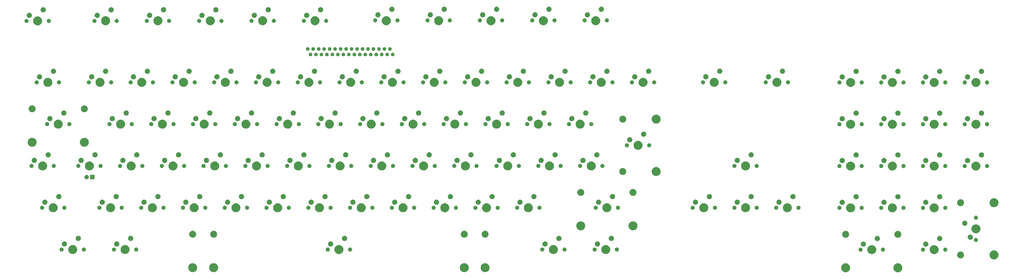
<source format=gbr>
G04 #@! TF.GenerationSoftware,KiCad,Pcbnew,(5.1.0-0)*
G04 #@! TF.CreationDate,2019-04-14T21:30:17+10:00*
G04 #@! TF.ProjectId,A1200KB,41313230-304b-4422-9e6b-696361645f70,rev?*
G04 #@! TF.SameCoordinates,Original*
G04 #@! TF.FileFunction,Soldermask,Bot*
G04 #@! TF.FilePolarity,Negative*
%FSLAX46Y46*%
G04 Gerber Fmt 4.6, Leading zero omitted, Abs format (unit mm)*
G04 Created by KiCad (PCBNEW (5.1.0-0)) date 2019-04-14 21:30:17*
%MOMM*%
%LPD*%
G04 APERTURE LIST*
%ADD10C,0.100000*%
G04 APERTURE END LIST*
D10*
G36*
X419880724Y-147640684D02*
G01*
X420098724Y-147730983D01*
X420252873Y-147794833D01*
X420587798Y-148018623D01*
X420872627Y-148303452D01*
X421096417Y-148638377D01*
X421096417Y-148638378D01*
X421250566Y-149010526D01*
X421329150Y-149405594D01*
X421329150Y-149808406D01*
X421250566Y-150203474D01*
X421160267Y-150421474D01*
X421096417Y-150575623D01*
X420872627Y-150910548D01*
X420587798Y-151195377D01*
X420252873Y-151419167D01*
X420098724Y-151483017D01*
X419880724Y-151573316D01*
X419485656Y-151651900D01*
X419082844Y-151651900D01*
X418687776Y-151573316D01*
X418469776Y-151483017D01*
X418315627Y-151419167D01*
X417980702Y-151195377D01*
X417695873Y-150910548D01*
X417472083Y-150575623D01*
X417408233Y-150421474D01*
X417317934Y-150203474D01*
X417239350Y-149808406D01*
X417239350Y-149405594D01*
X417317934Y-149010526D01*
X417472083Y-148638378D01*
X417472083Y-148638377D01*
X417695873Y-148303452D01*
X417980702Y-148018623D01*
X418315627Y-147794833D01*
X418469776Y-147730983D01*
X418687776Y-147640684D01*
X419082844Y-147562100D01*
X419485656Y-147562100D01*
X419880724Y-147640684D01*
X419880724Y-147640684D01*
G37*
G36*
X396068224Y-147640684D02*
G01*
X396286224Y-147730983D01*
X396440373Y-147794833D01*
X396775298Y-148018623D01*
X397060127Y-148303452D01*
X397283917Y-148638377D01*
X397283917Y-148638378D01*
X397438066Y-149010526D01*
X397516650Y-149405594D01*
X397516650Y-149808406D01*
X397438066Y-150203474D01*
X397347767Y-150421474D01*
X397283917Y-150575623D01*
X397060127Y-150910548D01*
X396775298Y-151195377D01*
X396440373Y-151419167D01*
X396286224Y-151483017D01*
X396068224Y-151573316D01*
X395673156Y-151651900D01*
X395270344Y-151651900D01*
X394875276Y-151573316D01*
X394657276Y-151483017D01*
X394503127Y-151419167D01*
X394168202Y-151195377D01*
X393883373Y-150910548D01*
X393659583Y-150575623D01*
X393595733Y-150421474D01*
X393505434Y-150203474D01*
X393426850Y-149808406D01*
X393426850Y-149405594D01*
X393505434Y-149010526D01*
X393659583Y-148638378D01*
X393659583Y-148638377D01*
X393883373Y-148303452D01*
X394168202Y-148018623D01*
X394503127Y-147794833D01*
X394657276Y-147730983D01*
X394875276Y-147640684D01*
X395270344Y-147562100D01*
X395673156Y-147562100D01*
X396068224Y-147640684D01*
X396068224Y-147640684D01*
G37*
G36*
X231651474Y-147598684D02*
G01*
X231869474Y-147688983D01*
X232023623Y-147752833D01*
X232358548Y-147976623D01*
X232643377Y-148261452D01*
X232867167Y-148596377D01*
X232867167Y-148596378D01*
X233021316Y-148968526D01*
X233099900Y-149363594D01*
X233099900Y-149766406D01*
X233021316Y-150161474D01*
X232931017Y-150379474D01*
X232867167Y-150533623D01*
X232643377Y-150868548D01*
X232358548Y-151153377D01*
X232023623Y-151377167D01*
X231869474Y-151441017D01*
X231651474Y-151531316D01*
X231256406Y-151609900D01*
X230853594Y-151609900D01*
X230458526Y-151531316D01*
X230240526Y-151441017D01*
X230086377Y-151377167D01*
X229751452Y-151153377D01*
X229466623Y-150868548D01*
X229242833Y-150533623D01*
X229178983Y-150379474D01*
X229088684Y-150161474D01*
X229010100Y-149766406D01*
X229010100Y-149363594D01*
X229088684Y-148968526D01*
X229242833Y-148596378D01*
X229242833Y-148596377D01*
X229466623Y-148261452D01*
X229751452Y-147976623D01*
X230086377Y-147752833D01*
X230240526Y-147688983D01*
X230458526Y-147598684D01*
X230853594Y-147520100D01*
X231256406Y-147520100D01*
X231651474Y-147598684D01*
X231651474Y-147598684D01*
G37*
G36*
X98301474Y-147598684D02*
G01*
X98519474Y-147688983D01*
X98673623Y-147752833D01*
X99008548Y-147976623D01*
X99293377Y-148261452D01*
X99517167Y-148596377D01*
X99517167Y-148596378D01*
X99671316Y-148968526D01*
X99749900Y-149363594D01*
X99749900Y-149766406D01*
X99671316Y-150161474D01*
X99581017Y-150379474D01*
X99517167Y-150533623D01*
X99293377Y-150868548D01*
X99008548Y-151153377D01*
X98673623Y-151377167D01*
X98519474Y-151441017D01*
X98301474Y-151531316D01*
X97906406Y-151609900D01*
X97503594Y-151609900D01*
X97108526Y-151531316D01*
X96890526Y-151441017D01*
X96736377Y-151377167D01*
X96401452Y-151153377D01*
X96116623Y-150868548D01*
X95892833Y-150533623D01*
X95828983Y-150379474D01*
X95738684Y-150161474D01*
X95660100Y-149766406D01*
X95660100Y-149363594D01*
X95738684Y-148968526D01*
X95892833Y-148596378D01*
X95892833Y-148596377D01*
X96116623Y-148261452D01*
X96401452Y-147976623D01*
X96736377Y-147752833D01*
X96890526Y-147688983D01*
X97108526Y-147598684D01*
X97503594Y-147520100D01*
X97906406Y-147520100D01*
X98301474Y-147598684D01*
X98301474Y-147598684D01*
G37*
G36*
X107862474Y-147586684D02*
G01*
X108080474Y-147676983D01*
X108234623Y-147740833D01*
X108569548Y-147964623D01*
X108854377Y-148249452D01*
X109078167Y-148584377D01*
X109083138Y-148596378D01*
X109232316Y-148956526D01*
X109310900Y-149351594D01*
X109310900Y-149754406D01*
X109232316Y-150149474D01*
X109209948Y-150203474D01*
X109078167Y-150521623D01*
X108854377Y-150856548D01*
X108569548Y-151141377D01*
X108234623Y-151365167D01*
X108104255Y-151419167D01*
X107862474Y-151519316D01*
X107467406Y-151597900D01*
X107064594Y-151597900D01*
X106669526Y-151519316D01*
X106427745Y-151419167D01*
X106297377Y-151365167D01*
X105962452Y-151141377D01*
X105677623Y-150856548D01*
X105453833Y-150521623D01*
X105322052Y-150203474D01*
X105299684Y-150149474D01*
X105221100Y-149754406D01*
X105221100Y-149351594D01*
X105299684Y-148956526D01*
X105448862Y-148596378D01*
X105453833Y-148584377D01*
X105677623Y-148249452D01*
X105962452Y-147964623D01*
X106297377Y-147740833D01*
X106451526Y-147676983D01*
X106669526Y-147586684D01*
X107064594Y-147508100D01*
X107467406Y-147508100D01*
X107862474Y-147586684D01*
X107862474Y-147586684D01*
G37*
G36*
X222162474Y-147586684D02*
G01*
X222380474Y-147676983D01*
X222534623Y-147740833D01*
X222869548Y-147964623D01*
X223154377Y-148249452D01*
X223378167Y-148584377D01*
X223383138Y-148596378D01*
X223532316Y-148956526D01*
X223610900Y-149351594D01*
X223610900Y-149754406D01*
X223532316Y-150149474D01*
X223509948Y-150203474D01*
X223378167Y-150521623D01*
X223154377Y-150856548D01*
X222869548Y-151141377D01*
X222534623Y-151365167D01*
X222404255Y-151419167D01*
X222162474Y-151519316D01*
X221767406Y-151597900D01*
X221364594Y-151597900D01*
X220969526Y-151519316D01*
X220727745Y-151419167D01*
X220597377Y-151365167D01*
X220262452Y-151141377D01*
X219977623Y-150856548D01*
X219753833Y-150521623D01*
X219622052Y-150203474D01*
X219599684Y-150149474D01*
X219521100Y-149754406D01*
X219521100Y-149351594D01*
X219599684Y-148956526D01*
X219748862Y-148596378D01*
X219753833Y-148584377D01*
X219977623Y-148249452D01*
X220262452Y-147964623D01*
X220597377Y-147740833D01*
X220751526Y-147676983D01*
X220969526Y-147586684D01*
X221364594Y-147508100D01*
X221767406Y-147508100D01*
X222162474Y-147586684D01*
X222162474Y-147586684D01*
G37*
G36*
X463727474Y-141793934D02*
G01*
X463945474Y-141884233D01*
X464099623Y-141948083D01*
X464434548Y-142171873D01*
X464719377Y-142456702D01*
X464943167Y-142791627D01*
X464987384Y-142898377D01*
X465097316Y-143163776D01*
X465175900Y-143558844D01*
X465175900Y-143961656D01*
X465097316Y-144356724D01*
X465035363Y-144506291D01*
X464943167Y-144728873D01*
X464719377Y-145063798D01*
X464434548Y-145348627D01*
X464099623Y-145572417D01*
X463945474Y-145636267D01*
X463727474Y-145726566D01*
X463332406Y-145805150D01*
X462929594Y-145805150D01*
X462534526Y-145726566D01*
X462316526Y-145636267D01*
X462162377Y-145572417D01*
X461827452Y-145348627D01*
X461542623Y-145063798D01*
X461318833Y-144728873D01*
X461226637Y-144506291D01*
X461164684Y-144356724D01*
X461086100Y-143961656D01*
X461086100Y-143558844D01*
X461164684Y-143163776D01*
X461274616Y-142898377D01*
X461318833Y-142791627D01*
X461542623Y-142456702D01*
X461827452Y-142171873D01*
X462162377Y-141948083D01*
X462316526Y-141884233D01*
X462534526Y-141793934D01*
X462929594Y-141715350D01*
X463332406Y-141715350D01*
X463727474Y-141793934D01*
X463727474Y-141793934D01*
G37*
G36*
X448198267Y-142215513D02*
G01*
X448350411Y-142245776D01*
X448428206Y-142278000D01*
X448637041Y-142364502D01*
X448637042Y-142364503D01*
X448895004Y-142536867D01*
X449114383Y-142756246D01*
X449229553Y-142928611D01*
X449286748Y-143014209D01*
X449326495Y-143110167D01*
X449395316Y-143276315D01*
X449405474Y-143300840D01*
X449466000Y-143605125D01*
X449466000Y-143915375D01*
X449405474Y-144219660D01*
X449286748Y-144506291D01*
X449286747Y-144506292D01*
X449114383Y-144764254D01*
X448895004Y-144983633D01*
X448775028Y-145063798D01*
X448637041Y-145155998D01*
X448469137Y-145225546D01*
X448350411Y-145274724D01*
X448046125Y-145335250D01*
X447735875Y-145335250D01*
X447583733Y-145304987D01*
X447431589Y-145274724D01*
X447312863Y-145225546D01*
X447144959Y-145155998D01*
X447006972Y-145063798D01*
X446886996Y-144983633D01*
X446667617Y-144764254D01*
X446495253Y-144506292D01*
X446495252Y-144506291D01*
X446376526Y-144219660D01*
X446316000Y-143915375D01*
X446316000Y-143605125D01*
X446376526Y-143300840D01*
X446386685Y-143276315D01*
X446455505Y-143110167D01*
X446495252Y-143014209D01*
X446552447Y-142928611D01*
X446667617Y-142756246D01*
X446886996Y-142536867D01*
X447144958Y-142364503D01*
X447144959Y-142364502D01*
X447353794Y-142278000D01*
X447431589Y-142245776D01*
X447583733Y-142215513D01*
X447735875Y-142185250D01*
X448046125Y-142185250D01*
X448198267Y-142215513D01*
X448198267Y-142215513D01*
G37*
G36*
X436422474Y-139385684D02*
G01*
X436640474Y-139475983D01*
X436794623Y-139539833D01*
X437129548Y-139763623D01*
X437414377Y-140048452D01*
X437638167Y-140383377D01*
X437670562Y-140461586D01*
X437792316Y-140755526D01*
X437870900Y-141150594D01*
X437870900Y-141553406D01*
X437792316Y-141948474D01*
X437741451Y-142071272D01*
X437638167Y-142320623D01*
X437414377Y-142655548D01*
X437129548Y-142940377D01*
X436794623Y-143164167D01*
X436640474Y-143228017D01*
X436422474Y-143318316D01*
X436027406Y-143396900D01*
X435624594Y-143396900D01*
X435229526Y-143318316D01*
X435011526Y-143228017D01*
X434857377Y-143164167D01*
X434522452Y-142940377D01*
X434237623Y-142655548D01*
X434013833Y-142320623D01*
X433910549Y-142071272D01*
X433859684Y-141948474D01*
X433781100Y-141553406D01*
X433781100Y-141150594D01*
X433859684Y-140755526D01*
X433981438Y-140461586D01*
X434013833Y-140383377D01*
X434237623Y-140048452D01*
X434522452Y-139763623D01*
X434857377Y-139539833D01*
X435011526Y-139475983D01*
X435229526Y-139385684D01*
X435624594Y-139307100D01*
X436027406Y-139307100D01*
X436422474Y-139385684D01*
X436422474Y-139385684D01*
G37*
G36*
X407974474Y-139385684D02*
G01*
X408192474Y-139475983D01*
X408346623Y-139539833D01*
X408681548Y-139763623D01*
X408966377Y-140048452D01*
X409190167Y-140383377D01*
X409222562Y-140461586D01*
X409344316Y-140755526D01*
X409422900Y-141150594D01*
X409422900Y-141553406D01*
X409344316Y-141948474D01*
X409293451Y-142071272D01*
X409190167Y-142320623D01*
X408966377Y-142655548D01*
X408681548Y-142940377D01*
X408346623Y-143164167D01*
X408192474Y-143228017D01*
X407974474Y-143318316D01*
X407579406Y-143396900D01*
X407176594Y-143396900D01*
X406781526Y-143318316D01*
X406563526Y-143228017D01*
X406409377Y-143164167D01*
X406074452Y-142940377D01*
X405789623Y-142655548D01*
X405565833Y-142320623D01*
X405462549Y-142071272D01*
X405411684Y-141948474D01*
X405333100Y-141553406D01*
X405333100Y-141150594D01*
X405411684Y-140755526D01*
X405533438Y-140461586D01*
X405565833Y-140383377D01*
X405789623Y-140048452D01*
X406074452Y-139763623D01*
X406409377Y-139539833D01*
X406563526Y-139475983D01*
X406781526Y-139385684D01*
X407176594Y-139307100D01*
X407579406Y-139307100D01*
X407974474Y-139385684D01*
X407974474Y-139385684D01*
G37*
G36*
X165012474Y-139331684D02*
G01*
X165230474Y-139421983D01*
X165384623Y-139485833D01*
X165719548Y-139709623D01*
X166004377Y-139994452D01*
X166228167Y-140329377D01*
X166268189Y-140426000D01*
X166382316Y-140701526D01*
X166460900Y-141096594D01*
X166460900Y-141499406D01*
X166382316Y-141894474D01*
X166331451Y-142017272D01*
X166228167Y-142266623D01*
X166004377Y-142601548D01*
X165719548Y-142886377D01*
X165384623Y-143110167D01*
X165255201Y-143163775D01*
X165012474Y-143264316D01*
X165011027Y-143264604D01*
X164987575Y-143271717D01*
X164976475Y-143276315D01*
X164976474Y-143276315D01*
X164976472Y-143276316D01*
X164581406Y-143354900D01*
X164178594Y-143354900D01*
X163783526Y-143276316D01*
X163565526Y-143186017D01*
X163411377Y-143122167D01*
X163076452Y-142898377D01*
X162791623Y-142613548D01*
X162567833Y-142278623D01*
X162464549Y-142029272D01*
X162413684Y-141906474D01*
X162335100Y-141511406D01*
X162335100Y-141108594D01*
X162413684Y-140713526D01*
X162518041Y-140461586D01*
X162567833Y-140341377D01*
X162791623Y-140006452D01*
X163076452Y-139721623D01*
X163411377Y-139497833D01*
X163565526Y-139433983D01*
X163783526Y-139343684D01*
X163784973Y-139343396D01*
X163808424Y-139336283D01*
X163812877Y-139334439D01*
X163819525Y-139331685D01*
X163819526Y-139331685D01*
X163819528Y-139331684D01*
X164214594Y-139253100D01*
X164617406Y-139253100D01*
X165012474Y-139331684D01*
X165012474Y-139331684D01*
G37*
G36*
X43600474Y-139331684D02*
G01*
X43818474Y-139421983D01*
X43972623Y-139485833D01*
X44307548Y-139709623D01*
X44592377Y-139994452D01*
X44816167Y-140329377D01*
X44856189Y-140426000D01*
X44970316Y-140701526D01*
X45048900Y-141096594D01*
X45048900Y-141499406D01*
X44970316Y-141894474D01*
X44919451Y-142017272D01*
X44816167Y-142266623D01*
X44592377Y-142601548D01*
X44307548Y-142886377D01*
X43972623Y-143110167D01*
X43843201Y-143163775D01*
X43600474Y-143264316D01*
X43205406Y-143342900D01*
X42802594Y-143342900D01*
X42407526Y-143264316D01*
X42164799Y-143163775D01*
X42035377Y-143110167D01*
X41700452Y-142886377D01*
X41415623Y-142601548D01*
X41191833Y-142266623D01*
X41088549Y-142017272D01*
X41037684Y-141894474D01*
X40959100Y-141499406D01*
X40959100Y-141096594D01*
X41037684Y-140701526D01*
X41151811Y-140426000D01*
X41191833Y-140329377D01*
X41415623Y-139994452D01*
X41700452Y-139709623D01*
X42035377Y-139485833D01*
X42189526Y-139421983D01*
X42407526Y-139331684D01*
X42802594Y-139253100D01*
X43205406Y-139253100D01*
X43600474Y-139331684D01*
X43600474Y-139331684D01*
G37*
G36*
X286678474Y-139331684D02*
G01*
X286896474Y-139421983D01*
X287050623Y-139485833D01*
X287385548Y-139709623D01*
X287670377Y-139994452D01*
X287894167Y-140329377D01*
X287934189Y-140426000D01*
X288048316Y-140701526D01*
X288126900Y-141096594D01*
X288126900Y-141499406D01*
X288048316Y-141894474D01*
X287997451Y-142017272D01*
X287894167Y-142266623D01*
X287670377Y-142601548D01*
X287385548Y-142886377D01*
X287050623Y-143110167D01*
X286921201Y-143163775D01*
X286678474Y-143264316D01*
X286283406Y-143342900D01*
X285880594Y-143342900D01*
X285485526Y-143264316D01*
X285242799Y-143163775D01*
X285113377Y-143110167D01*
X284778452Y-142886377D01*
X284493623Y-142601548D01*
X284269833Y-142266623D01*
X284166549Y-142017272D01*
X284115684Y-141894474D01*
X284037100Y-141499406D01*
X284037100Y-141096594D01*
X284115684Y-140701526D01*
X284229811Y-140426000D01*
X284269833Y-140329377D01*
X284493623Y-139994452D01*
X284778452Y-139709623D01*
X285113377Y-139485833D01*
X285267526Y-139421983D01*
X285485526Y-139331684D01*
X285880594Y-139253100D01*
X286283406Y-139253100D01*
X286678474Y-139331684D01*
X286678474Y-139331684D01*
G37*
G36*
X262802474Y-139331684D02*
G01*
X263020474Y-139421983D01*
X263174623Y-139485833D01*
X263509548Y-139709623D01*
X263794377Y-139994452D01*
X264018167Y-140329377D01*
X264058189Y-140426000D01*
X264172316Y-140701526D01*
X264250900Y-141096594D01*
X264250900Y-141499406D01*
X264172316Y-141894474D01*
X264121451Y-142017272D01*
X264018167Y-142266623D01*
X263794377Y-142601548D01*
X263509548Y-142886377D01*
X263174623Y-143110167D01*
X263045201Y-143163775D01*
X262802474Y-143264316D01*
X262407406Y-143342900D01*
X262004594Y-143342900D01*
X261609526Y-143264316D01*
X261366799Y-143163775D01*
X261237377Y-143110167D01*
X260902452Y-142886377D01*
X260617623Y-142601548D01*
X260393833Y-142266623D01*
X260290549Y-142017272D01*
X260239684Y-141894474D01*
X260161100Y-141499406D01*
X260161100Y-141096594D01*
X260239684Y-140701526D01*
X260353811Y-140426000D01*
X260393833Y-140329377D01*
X260617623Y-139994452D01*
X260902452Y-139709623D01*
X261237377Y-139485833D01*
X261391526Y-139421983D01*
X261609526Y-139331684D01*
X262004594Y-139253100D01*
X262407406Y-139253100D01*
X262802474Y-139331684D01*
X262802474Y-139331684D01*
G37*
G36*
X67476474Y-139331684D02*
G01*
X67694474Y-139421983D01*
X67848623Y-139485833D01*
X68183548Y-139709623D01*
X68468377Y-139994452D01*
X68692167Y-140329377D01*
X68732189Y-140426000D01*
X68846316Y-140701526D01*
X68924900Y-141096594D01*
X68924900Y-141499406D01*
X68846316Y-141894474D01*
X68795451Y-142017272D01*
X68692167Y-142266623D01*
X68468377Y-142601548D01*
X68183548Y-142886377D01*
X67848623Y-143110167D01*
X67719201Y-143163775D01*
X67476474Y-143264316D01*
X67081406Y-143342900D01*
X66678594Y-143342900D01*
X66283526Y-143264316D01*
X66040799Y-143163775D01*
X65911377Y-143110167D01*
X65576452Y-142886377D01*
X65291623Y-142601548D01*
X65067833Y-142266623D01*
X64964549Y-142017272D01*
X64913684Y-141894474D01*
X64835100Y-141499406D01*
X64835100Y-141096594D01*
X64913684Y-140701526D01*
X65027811Y-140426000D01*
X65067833Y-140329377D01*
X65291623Y-139994452D01*
X65576452Y-139709623D01*
X65911377Y-139485833D01*
X66065526Y-139421983D01*
X66283526Y-139331684D01*
X66678594Y-139253100D01*
X67081406Y-139253100D01*
X67476474Y-139331684D01*
X67476474Y-139331684D01*
G37*
G36*
X412728104Y-140461585D02*
G01*
X412896626Y-140531389D01*
X413048291Y-140632728D01*
X413177272Y-140761709D01*
X413278611Y-140913374D01*
X413348415Y-141081896D01*
X413384000Y-141260797D01*
X413384000Y-141443203D01*
X413348415Y-141622104D01*
X413278611Y-141790626D01*
X413177272Y-141942291D01*
X413048291Y-142071272D01*
X412896626Y-142172611D01*
X412728104Y-142242415D01*
X412549203Y-142278000D01*
X412366797Y-142278000D01*
X412187896Y-142242415D01*
X412019374Y-142172611D01*
X411867709Y-142071272D01*
X411738728Y-141942291D01*
X411637389Y-141790626D01*
X411567585Y-141622104D01*
X411532000Y-141443203D01*
X411532000Y-141260797D01*
X411567585Y-141081896D01*
X411637389Y-140913374D01*
X411738728Y-140761709D01*
X411867709Y-140632728D01*
X412019374Y-140531389D01*
X412187896Y-140461585D01*
X412366797Y-140426000D01*
X412549203Y-140426000D01*
X412728104Y-140461585D01*
X412728104Y-140461585D01*
G37*
G36*
X402568104Y-140461585D02*
G01*
X402736626Y-140531389D01*
X402888291Y-140632728D01*
X403017272Y-140761709D01*
X403118611Y-140913374D01*
X403188415Y-141081896D01*
X403224000Y-141260797D01*
X403224000Y-141443203D01*
X403188415Y-141622104D01*
X403118611Y-141790626D01*
X403017272Y-141942291D01*
X402888291Y-142071272D01*
X402736626Y-142172611D01*
X402568104Y-142242415D01*
X402389203Y-142278000D01*
X402206797Y-142278000D01*
X402027896Y-142242415D01*
X401859374Y-142172611D01*
X401707709Y-142071272D01*
X401578728Y-141942291D01*
X401477389Y-141790626D01*
X401407585Y-141622104D01*
X401372000Y-141443203D01*
X401372000Y-141260797D01*
X401407585Y-141081896D01*
X401477389Y-140913374D01*
X401578728Y-140761709D01*
X401707709Y-140632728D01*
X401859374Y-140531389D01*
X402027896Y-140461585D01*
X402206797Y-140426000D01*
X402389203Y-140426000D01*
X402568104Y-140461585D01*
X402568104Y-140461585D01*
G37*
G36*
X441176104Y-140461585D02*
G01*
X441344626Y-140531389D01*
X441496291Y-140632728D01*
X441625272Y-140761709D01*
X441726611Y-140913374D01*
X441796415Y-141081896D01*
X441832000Y-141260797D01*
X441832000Y-141443203D01*
X441796415Y-141622104D01*
X441726611Y-141790626D01*
X441625272Y-141942291D01*
X441496291Y-142071272D01*
X441344626Y-142172611D01*
X441176104Y-142242415D01*
X440997203Y-142278000D01*
X440814797Y-142278000D01*
X440635896Y-142242415D01*
X440467374Y-142172611D01*
X440315709Y-142071272D01*
X440186728Y-141942291D01*
X440085389Y-141790626D01*
X440015585Y-141622104D01*
X439980000Y-141443203D01*
X439980000Y-141260797D01*
X440015585Y-141081896D01*
X440085389Y-140913374D01*
X440186728Y-140761709D01*
X440315709Y-140632728D01*
X440467374Y-140531389D01*
X440635896Y-140461585D01*
X440814797Y-140426000D01*
X440997203Y-140426000D01*
X441176104Y-140461585D01*
X441176104Y-140461585D01*
G37*
G36*
X431016104Y-140461585D02*
G01*
X431184626Y-140531389D01*
X431336291Y-140632728D01*
X431465272Y-140761709D01*
X431566611Y-140913374D01*
X431636415Y-141081896D01*
X431672000Y-141260797D01*
X431672000Y-141443203D01*
X431636415Y-141622104D01*
X431566611Y-141790626D01*
X431465272Y-141942291D01*
X431336291Y-142071272D01*
X431184626Y-142172611D01*
X431016104Y-142242415D01*
X430837203Y-142278000D01*
X430654797Y-142278000D01*
X430475896Y-142242415D01*
X430307374Y-142172611D01*
X430155709Y-142071272D01*
X430026728Y-141942291D01*
X429925389Y-141790626D01*
X429855585Y-141622104D01*
X429820000Y-141443203D01*
X429820000Y-141260797D01*
X429855585Y-141081896D01*
X429925389Y-140913374D01*
X430026728Y-140761709D01*
X430155709Y-140632728D01*
X430307374Y-140531389D01*
X430475896Y-140461585D01*
X430654797Y-140426000D01*
X430837203Y-140426000D01*
X431016104Y-140461585D01*
X431016104Y-140461585D01*
G37*
G36*
X169766104Y-140407585D02*
G01*
X169934626Y-140477389D01*
X170086291Y-140578728D01*
X170215272Y-140707709D01*
X170316611Y-140859374D01*
X170386415Y-141027896D01*
X170422000Y-141206797D01*
X170422000Y-141389203D01*
X170386415Y-141568104D01*
X170316611Y-141736626D01*
X170215272Y-141888291D01*
X170086291Y-142017272D01*
X169934626Y-142118611D01*
X169766104Y-142188415D01*
X169764646Y-142188705D01*
X169741221Y-142195810D01*
X169730104Y-142200415D01*
X169551203Y-142236000D01*
X169368797Y-142236000D01*
X169189896Y-142200415D01*
X169021374Y-142130611D01*
X168869709Y-142029272D01*
X168740728Y-141900291D01*
X168639389Y-141748626D01*
X168569585Y-141580104D01*
X168534000Y-141401203D01*
X168534000Y-141218797D01*
X168569585Y-141039896D01*
X168639389Y-140871374D01*
X168740728Y-140719709D01*
X168869709Y-140590728D01*
X169021374Y-140489389D01*
X169189896Y-140419585D01*
X169191354Y-140419295D01*
X169214779Y-140412190D01*
X169225896Y-140407585D01*
X169404797Y-140372000D01*
X169587203Y-140372000D01*
X169766104Y-140407585D01*
X169766104Y-140407585D01*
G37*
G36*
X159606104Y-140407585D02*
G01*
X159774626Y-140477389D01*
X159926291Y-140578728D01*
X160055272Y-140707709D01*
X160156611Y-140859374D01*
X160226415Y-141027896D01*
X160262000Y-141206797D01*
X160262000Y-141389203D01*
X160226415Y-141568104D01*
X160156611Y-141736626D01*
X160055272Y-141888291D01*
X159926291Y-142017272D01*
X159774626Y-142118611D01*
X159606104Y-142188415D01*
X159604646Y-142188705D01*
X159581221Y-142195810D01*
X159570104Y-142200415D01*
X159391203Y-142236000D01*
X159208797Y-142236000D01*
X159029896Y-142200415D01*
X158861374Y-142130611D01*
X158709709Y-142029272D01*
X158580728Y-141900291D01*
X158479389Y-141748626D01*
X158409585Y-141580104D01*
X158374000Y-141401203D01*
X158374000Y-141218797D01*
X158409585Y-141039896D01*
X158479389Y-140871374D01*
X158580728Y-140719709D01*
X158709709Y-140590728D01*
X158861374Y-140489389D01*
X159029896Y-140419585D01*
X159031354Y-140419295D01*
X159054779Y-140412190D01*
X159065896Y-140407585D01*
X159244797Y-140372000D01*
X159427203Y-140372000D01*
X159606104Y-140407585D01*
X159606104Y-140407585D01*
G37*
G36*
X48354104Y-140407585D02*
G01*
X48522626Y-140477389D01*
X48674291Y-140578728D01*
X48803272Y-140707709D01*
X48904611Y-140859374D01*
X48974415Y-141027896D01*
X49010000Y-141206797D01*
X49010000Y-141389203D01*
X48974415Y-141568104D01*
X48904611Y-141736626D01*
X48803272Y-141888291D01*
X48674291Y-142017272D01*
X48522626Y-142118611D01*
X48354104Y-142188415D01*
X48175203Y-142224000D01*
X47992797Y-142224000D01*
X47813896Y-142188415D01*
X47645374Y-142118611D01*
X47493709Y-142017272D01*
X47364728Y-141888291D01*
X47263389Y-141736626D01*
X47193585Y-141568104D01*
X47158000Y-141389203D01*
X47158000Y-141206797D01*
X47193585Y-141027896D01*
X47263389Y-140859374D01*
X47364728Y-140707709D01*
X47493709Y-140578728D01*
X47645374Y-140477389D01*
X47813896Y-140407585D01*
X47992797Y-140372000D01*
X48175203Y-140372000D01*
X48354104Y-140407585D01*
X48354104Y-140407585D01*
G37*
G36*
X72230104Y-140407585D02*
G01*
X72398626Y-140477389D01*
X72550291Y-140578728D01*
X72679272Y-140707709D01*
X72780611Y-140859374D01*
X72850415Y-141027896D01*
X72886000Y-141206797D01*
X72886000Y-141389203D01*
X72850415Y-141568104D01*
X72780611Y-141736626D01*
X72679272Y-141888291D01*
X72550291Y-142017272D01*
X72398626Y-142118611D01*
X72230104Y-142188415D01*
X72051203Y-142224000D01*
X71868797Y-142224000D01*
X71689896Y-142188415D01*
X71521374Y-142118611D01*
X71369709Y-142017272D01*
X71240728Y-141888291D01*
X71139389Y-141736626D01*
X71069585Y-141568104D01*
X71034000Y-141389203D01*
X71034000Y-141206797D01*
X71069585Y-141027896D01*
X71139389Y-140859374D01*
X71240728Y-140707709D01*
X71369709Y-140578728D01*
X71521374Y-140477389D01*
X71689896Y-140407585D01*
X71868797Y-140372000D01*
X72051203Y-140372000D01*
X72230104Y-140407585D01*
X72230104Y-140407585D01*
G37*
G36*
X62070104Y-140407585D02*
G01*
X62238626Y-140477389D01*
X62390291Y-140578728D01*
X62519272Y-140707709D01*
X62620611Y-140859374D01*
X62690415Y-141027896D01*
X62726000Y-141206797D01*
X62726000Y-141389203D01*
X62690415Y-141568104D01*
X62620611Y-141736626D01*
X62519272Y-141888291D01*
X62390291Y-142017272D01*
X62238626Y-142118611D01*
X62070104Y-142188415D01*
X61891203Y-142224000D01*
X61708797Y-142224000D01*
X61529896Y-142188415D01*
X61361374Y-142118611D01*
X61209709Y-142017272D01*
X61080728Y-141888291D01*
X60979389Y-141736626D01*
X60909585Y-141568104D01*
X60874000Y-141389203D01*
X60874000Y-141206797D01*
X60909585Y-141027896D01*
X60979389Y-140859374D01*
X61080728Y-140707709D01*
X61209709Y-140578728D01*
X61361374Y-140477389D01*
X61529896Y-140407585D01*
X61708797Y-140372000D01*
X61891203Y-140372000D01*
X62070104Y-140407585D01*
X62070104Y-140407585D01*
G37*
G36*
X267556104Y-140407585D02*
G01*
X267724626Y-140477389D01*
X267876291Y-140578728D01*
X268005272Y-140707709D01*
X268106611Y-140859374D01*
X268176415Y-141027896D01*
X268212000Y-141206797D01*
X268212000Y-141389203D01*
X268176415Y-141568104D01*
X268106611Y-141736626D01*
X268005272Y-141888291D01*
X267876291Y-142017272D01*
X267724626Y-142118611D01*
X267556104Y-142188415D01*
X267377203Y-142224000D01*
X267194797Y-142224000D01*
X267015896Y-142188415D01*
X266847374Y-142118611D01*
X266695709Y-142017272D01*
X266566728Y-141888291D01*
X266465389Y-141736626D01*
X266395585Y-141568104D01*
X266360000Y-141389203D01*
X266360000Y-141206797D01*
X266395585Y-141027896D01*
X266465389Y-140859374D01*
X266566728Y-140707709D01*
X266695709Y-140578728D01*
X266847374Y-140477389D01*
X267015896Y-140407585D01*
X267194797Y-140372000D01*
X267377203Y-140372000D01*
X267556104Y-140407585D01*
X267556104Y-140407585D01*
G37*
G36*
X281272104Y-140407585D02*
G01*
X281440626Y-140477389D01*
X281592291Y-140578728D01*
X281721272Y-140707709D01*
X281822611Y-140859374D01*
X281892415Y-141027896D01*
X281928000Y-141206797D01*
X281928000Y-141389203D01*
X281892415Y-141568104D01*
X281822611Y-141736626D01*
X281721272Y-141888291D01*
X281592291Y-142017272D01*
X281440626Y-142118611D01*
X281272104Y-142188415D01*
X281093203Y-142224000D01*
X280910797Y-142224000D01*
X280731896Y-142188415D01*
X280563374Y-142118611D01*
X280411709Y-142017272D01*
X280282728Y-141888291D01*
X280181389Y-141736626D01*
X280111585Y-141568104D01*
X280076000Y-141389203D01*
X280076000Y-141206797D01*
X280111585Y-141027896D01*
X280181389Y-140859374D01*
X280282728Y-140707709D01*
X280411709Y-140578728D01*
X280563374Y-140477389D01*
X280731896Y-140407585D01*
X280910797Y-140372000D01*
X281093203Y-140372000D01*
X281272104Y-140407585D01*
X281272104Y-140407585D01*
G37*
G36*
X257396104Y-140407585D02*
G01*
X257564626Y-140477389D01*
X257716291Y-140578728D01*
X257845272Y-140707709D01*
X257946611Y-140859374D01*
X258016415Y-141027896D01*
X258052000Y-141206797D01*
X258052000Y-141389203D01*
X258016415Y-141568104D01*
X257946611Y-141736626D01*
X257845272Y-141888291D01*
X257716291Y-142017272D01*
X257564626Y-142118611D01*
X257396104Y-142188415D01*
X257217203Y-142224000D01*
X257034797Y-142224000D01*
X256855896Y-142188415D01*
X256687374Y-142118611D01*
X256535709Y-142017272D01*
X256406728Y-141888291D01*
X256305389Y-141736626D01*
X256235585Y-141568104D01*
X256200000Y-141389203D01*
X256200000Y-141206797D01*
X256235585Y-141027896D01*
X256305389Y-140859374D01*
X256406728Y-140707709D01*
X256535709Y-140578728D01*
X256687374Y-140477389D01*
X256855896Y-140407585D01*
X257034797Y-140372000D01*
X257217203Y-140372000D01*
X257396104Y-140407585D01*
X257396104Y-140407585D01*
G37*
G36*
X291432104Y-140407585D02*
G01*
X291600626Y-140477389D01*
X291752291Y-140578728D01*
X291881272Y-140707709D01*
X291982611Y-140859374D01*
X292052415Y-141027896D01*
X292088000Y-141206797D01*
X292088000Y-141389203D01*
X292052415Y-141568104D01*
X291982611Y-141736626D01*
X291881272Y-141888291D01*
X291752291Y-142017272D01*
X291600626Y-142118611D01*
X291432104Y-142188415D01*
X291253203Y-142224000D01*
X291070797Y-142224000D01*
X290891896Y-142188415D01*
X290723374Y-142118611D01*
X290571709Y-142017272D01*
X290442728Y-141888291D01*
X290341389Y-141736626D01*
X290271585Y-141568104D01*
X290236000Y-141389203D01*
X290236000Y-141206797D01*
X290271585Y-141027896D01*
X290341389Y-140859374D01*
X290442728Y-140707709D01*
X290571709Y-140578728D01*
X290723374Y-140477389D01*
X290891896Y-140407585D01*
X291070797Y-140372000D01*
X291253203Y-140372000D01*
X291432104Y-140407585D01*
X291432104Y-140407585D01*
G37*
G36*
X38194104Y-140407585D02*
G01*
X38362626Y-140477389D01*
X38514291Y-140578728D01*
X38643272Y-140707709D01*
X38744611Y-140859374D01*
X38814415Y-141027896D01*
X38850000Y-141206797D01*
X38850000Y-141389203D01*
X38814415Y-141568104D01*
X38744611Y-141736626D01*
X38643272Y-141888291D01*
X38514291Y-142017272D01*
X38362626Y-142118611D01*
X38194104Y-142188415D01*
X38015203Y-142224000D01*
X37832797Y-142224000D01*
X37653896Y-142188415D01*
X37485374Y-142118611D01*
X37333709Y-142017272D01*
X37204728Y-141888291D01*
X37103389Y-141736626D01*
X37033585Y-141568104D01*
X36998000Y-141389203D01*
X36998000Y-141206797D01*
X37033585Y-141027896D01*
X37103389Y-140859374D01*
X37204728Y-140707709D01*
X37333709Y-140578728D01*
X37485374Y-140477389D01*
X37653896Y-140407585D01*
X37832797Y-140372000D01*
X38015203Y-140372000D01*
X38194104Y-140407585D01*
X38194104Y-140407585D01*
G37*
G36*
X403759560Y-137651064D02*
G01*
X403911027Y-137681193D01*
X404125045Y-137769842D01*
X404125046Y-137769843D01*
X404317654Y-137898539D01*
X404481461Y-138062346D01*
X404567258Y-138190751D01*
X404610158Y-138254955D01*
X404698807Y-138468973D01*
X404744000Y-138696174D01*
X404744000Y-138927826D01*
X404698807Y-139155027D01*
X404610158Y-139369045D01*
X404610157Y-139369046D01*
X404481461Y-139561654D01*
X404317654Y-139725461D01*
X404189249Y-139811258D01*
X404125045Y-139854158D01*
X403911027Y-139942807D01*
X403759560Y-139972936D01*
X403683827Y-139988000D01*
X403452173Y-139988000D01*
X403376440Y-139972936D01*
X403224973Y-139942807D01*
X403010955Y-139854158D01*
X402946751Y-139811258D01*
X402818346Y-139725461D01*
X402654539Y-139561654D01*
X402525843Y-139369046D01*
X402525842Y-139369045D01*
X402437193Y-139155027D01*
X402392000Y-138927826D01*
X402392000Y-138696174D01*
X402437193Y-138468973D01*
X402525842Y-138254955D01*
X402568742Y-138190751D01*
X402654539Y-138062346D01*
X402818346Y-137898539D01*
X403010954Y-137769843D01*
X403010955Y-137769842D01*
X403224973Y-137681193D01*
X403376440Y-137651064D01*
X403452173Y-137636000D01*
X403683827Y-137636000D01*
X403759560Y-137651064D01*
X403759560Y-137651064D01*
G37*
G36*
X432207560Y-137651064D02*
G01*
X432359027Y-137681193D01*
X432573045Y-137769842D01*
X432573046Y-137769843D01*
X432765654Y-137898539D01*
X432929461Y-138062346D01*
X433015258Y-138190751D01*
X433058158Y-138254955D01*
X433146807Y-138468973D01*
X433192000Y-138696174D01*
X433192000Y-138927826D01*
X433146807Y-139155027D01*
X433058158Y-139369045D01*
X433058157Y-139369046D01*
X432929461Y-139561654D01*
X432765654Y-139725461D01*
X432637249Y-139811258D01*
X432573045Y-139854158D01*
X432359027Y-139942807D01*
X432207560Y-139972936D01*
X432131827Y-139988000D01*
X431900173Y-139988000D01*
X431824440Y-139972936D01*
X431672973Y-139942807D01*
X431458955Y-139854158D01*
X431394751Y-139811258D01*
X431266346Y-139725461D01*
X431102539Y-139561654D01*
X430973843Y-139369046D01*
X430973842Y-139369045D01*
X430885193Y-139155027D01*
X430840000Y-138927826D01*
X430840000Y-138696174D01*
X430885193Y-138468973D01*
X430973842Y-138254955D01*
X431016742Y-138190751D01*
X431102539Y-138062346D01*
X431266346Y-137898539D01*
X431458954Y-137769843D01*
X431458955Y-137769842D01*
X431672973Y-137681193D01*
X431824440Y-137651064D01*
X431900173Y-137636000D01*
X432131827Y-137636000D01*
X432207560Y-137651064D01*
X432207560Y-137651064D01*
G37*
G36*
X282463560Y-137597064D02*
G01*
X282615027Y-137627193D01*
X282829045Y-137715842D01*
X282829046Y-137715843D01*
X283021654Y-137844539D01*
X283185461Y-138008346D01*
X283221541Y-138062344D01*
X283314158Y-138200955D01*
X283402807Y-138414973D01*
X283448000Y-138642174D01*
X283448000Y-138873826D01*
X283402807Y-139101027D01*
X283314158Y-139315045D01*
X283314157Y-139315046D01*
X283185461Y-139507654D01*
X283021654Y-139671461D01*
X282964540Y-139709623D01*
X282829045Y-139800158D01*
X282615027Y-139888807D01*
X282463560Y-139918936D01*
X282387827Y-139934000D01*
X282156173Y-139934000D01*
X282080440Y-139918936D01*
X281928973Y-139888807D01*
X281714955Y-139800158D01*
X281579460Y-139709623D01*
X281522346Y-139671461D01*
X281358539Y-139507654D01*
X281229843Y-139315046D01*
X281229842Y-139315045D01*
X281141193Y-139101027D01*
X281096000Y-138873826D01*
X281096000Y-138642174D01*
X281141193Y-138414973D01*
X281229842Y-138200955D01*
X281322459Y-138062344D01*
X281358539Y-138008346D01*
X281522346Y-137844539D01*
X281714954Y-137715843D01*
X281714955Y-137715842D01*
X281928973Y-137627193D01*
X282080440Y-137597064D01*
X282156173Y-137582000D01*
X282387827Y-137582000D01*
X282463560Y-137597064D01*
X282463560Y-137597064D01*
G37*
G36*
X258587560Y-137597064D02*
G01*
X258739027Y-137627193D01*
X258953045Y-137715842D01*
X258953046Y-137715843D01*
X259145654Y-137844539D01*
X259309461Y-138008346D01*
X259345541Y-138062344D01*
X259438158Y-138200955D01*
X259526807Y-138414973D01*
X259572000Y-138642174D01*
X259572000Y-138873826D01*
X259526807Y-139101027D01*
X259438158Y-139315045D01*
X259438157Y-139315046D01*
X259309461Y-139507654D01*
X259145654Y-139671461D01*
X259088540Y-139709623D01*
X258953045Y-139800158D01*
X258739027Y-139888807D01*
X258587560Y-139918936D01*
X258511827Y-139934000D01*
X258280173Y-139934000D01*
X258204440Y-139918936D01*
X258052973Y-139888807D01*
X257838955Y-139800158D01*
X257703460Y-139709623D01*
X257646346Y-139671461D01*
X257482539Y-139507654D01*
X257353843Y-139315046D01*
X257353842Y-139315045D01*
X257265193Y-139101027D01*
X257220000Y-138873826D01*
X257220000Y-138642174D01*
X257265193Y-138414973D01*
X257353842Y-138200955D01*
X257446459Y-138062344D01*
X257482539Y-138008346D01*
X257646346Y-137844539D01*
X257838954Y-137715843D01*
X257838955Y-137715842D01*
X258052973Y-137627193D01*
X258204440Y-137597064D01*
X258280173Y-137582000D01*
X258511827Y-137582000D01*
X258587560Y-137597064D01*
X258587560Y-137597064D01*
G37*
G36*
X39385560Y-137597064D02*
G01*
X39537027Y-137627193D01*
X39751045Y-137715842D01*
X39751046Y-137715843D01*
X39943654Y-137844539D01*
X40107461Y-138008346D01*
X40143541Y-138062344D01*
X40236158Y-138200955D01*
X40324807Y-138414973D01*
X40370000Y-138642174D01*
X40370000Y-138873826D01*
X40324807Y-139101027D01*
X40236158Y-139315045D01*
X40236157Y-139315046D01*
X40107461Y-139507654D01*
X39943654Y-139671461D01*
X39886540Y-139709623D01*
X39751045Y-139800158D01*
X39537027Y-139888807D01*
X39385560Y-139918936D01*
X39309827Y-139934000D01*
X39078173Y-139934000D01*
X39002440Y-139918936D01*
X38850973Y-139888807D01*
X38636955Y-139800158D01*
X38501460Y-139709623D01*
X38444346Y-139671461D01*
X38280539Y-139507654D01*
X38151843Y-139315046D01*
X38151842Y-139315045D01*
X38063193Y-139101027D01*
X38018000Y-138873826D01*
X38018000Y-138642174D01*
X38063193Y-138414973D01*
X38151842Y-138200955D01*
X38244459Y-138062344D01*
X38280539Y-138008346D01*
X38444346Y-137844539D01*
X38636954Y-137715843D01*
X38636955Y-137715842D01*
X38850973Y-137627193D01*
X39002440Y-137597064D01*
X39078173Y-137582000D01*
X39309827Y-137582000D01*
X39385560Y-137597064D01*
X39385560Y-137597064D01*
G37*
G36*
X160797560Y-137597064D02*
G01*
X160949027Y-137627193D01*
X161163045Y-137715842D01*
X161163046Y-137715843D01*
X161355654Y-137844539D01*
X161519461Y-138008346D01*
X161555541Y-138062344D01*
X161648158Y-138200955D01*
X161736807Y-138414973D01*
X161782000Y-138642174D01*
X161782000Y-138873826D01*
X161736807Y-139101027D01*
X161648158Y-139315045D01*
X161648157Y-139315046D01*
X161519461Y-139507654D01*
X161355654Y-139671461D01*
X161298540Y-139709623D01*
X161163045Y-139800158D01*
X160949027Y-139888807D01*
X160797560Y-139918936D01*
X160721827Y-139934000D01*
X160490173Y-139934000D01*
X160414440Y-139918936D01*
X160262973Y-139888807D01*
X160048955Y-139800158D01*
X159913460Y-139709623D01*
X159856346Y-139671461D01*
X159692539Y-139507654D01*
X159563843Y-139315046D01*
X159563842Y-139315045D01*
X159475193Y-139101027D01*
X159430000Y-138873826D01*
X159430000Y-138642174D01*
X159475193Y-138414973D01*
X159563842Y-138200955D01*
X159656459Y-138062344D01*
X159692539Y-138008346D01*
X159856346Y-137844539D01*
X160048954Y-137715843D01*
X160048955Y-137715842D01*
X160262973Y-137627193D01*
X160414440Y-137597064D01*
X160490173Y-137582000D01*
X160721827Y-137582000D01*
X160797560Y-137597064D01*
X160797560Y-137597064D01*
G37*
G36*
X63261560Y-137597064D02*
G01*
X63413027Y-137627193D01*
X63627045Y-137715842D01*
X63627046Y-137715843D01*
X63819654Y-137844539D01*
X63983461Y-138008346D01*
X64019541Y-138062344D01*
X64112158Y-138200955D01*
X64200807Y-138414973D01*
X64246000Y-138642174D01*
X64246000Y-138873826D01*
X64200807Y-139101027D01*
X64112158Y-139315045D01*
X64112157Y-139315046D01*
X63983461Y-139507654D01*
X63819654Y-139671461D01*
X63762540Y-139709623D01*
X63627045Y-139800158D01*
X63413027Y-139888807D01*
X63261560Y-139918936D01*
X63185827Y-139934000D01*
X62954173Y-139934000D01*
X62878440Y-139918936D01*
X62726973Y-139888807D01*
X62512955Y-139800158D01*
X62377460Y-139709623D01*
X62320346Y-139671461D01*
X62156539Y-139507654D01*
X62027843Y-139315046D01*
X62027842Y-139315045D01*
X61939193Y-139101027D01*
X61894000Y-138873826D01*
X61894000Y-138642174D01*
X61939193Y-138414973D01*
X62027842Y-138200955D01*
X62120459Y-138062344D01*
X62156539Y-138008346D01*
X62320346Y-137844539D01*
X62512954Y-137715843D01*
X62512955Y-137715842D01*
X62726973Y-137627193D01*
X62878440Y-137597064D01*
X62954173Y-137582000D01*
X63185827Y-137582000D01*
X63261560Y-137597064D01*
X63261560Y-137597064D01*
G37*
G36*
X455146104Y-136043585D02*
G01*
X455314626Y-136113389D01*
X455466291Y-136214728D01*
X455595272Y-136343709D01*
X455696611Y-136495374D01*
X455766415Y-136663896D01*
X455802000Y-136842797D01*
X455802000Y-137025203D01*
X455766415Y-137204104D01*
X455696611Y-137372626D01*
X455595272Y-137524291D01*
X455466291Y-137653272D01*
X455314626Y-137754611D01*
X455146104Y-137824415D01*
X454967203Y-137860000D01*
X454784797Y-137860000D01*
X454605896Y-137824415D01*
X454437374Y-137754611D01*
X454285709Y-137653272D01*
X454156728Y-137524291D01*
X454055389Y-137372626D01*
X453985585Y-137204104D01*
X453950000Y-137025203D01*
X453950000Y-136842797D01*
X453985585Y-136663896D01*
X454055389Y-136495374D01*
X454156728Y-136343709D01*
X454285709Y-136214728D01*
X454437374Y-136113389D01*
X454605896Y-136043585D01*
X454784797Y-136008000D01*
X454967203Y-136008000D01*
X455146104Y-136043585D01*
X455146104Y-136043585D01*
G37*
G36*
X410088896Y-135106954D02*
G01*
X410261027Y-135141193D01*
X410475045Y-135229842D01*
X410475046Y-135229843D01*
X410667654Y-135358539D01*
X410831461Y-135522346D01*
X410917258Y-135650751D01*
X410960158Y-135714955D01*
X411048807Y-135928973D01*
X411094000Y-136156174D01*
X411094000Y-136387826D01*
X411048807Y-136615027D01*
X410960158Y-136829045D01*
X410960157Y-136829046D01*
X410831461Y-137021654D01*
X410667654Y-137185461D01*
X410539249Y-137271258D01*
X410475045Y-137314158D01*
X410261027Y-137402807D01*
X410109560Y-137432936D01*
X410033827Y-137448000D01*
X409802173Y-137448000D01*
X409726440Y-137432936D01*
X409574973Y-137402807D01*
X409360955Y-137314158D01*
X409296751Y-137271258D01*
X409168346Y-137185461D01*
X409004539Y-137021654D01*
X408875843Y-136829046D01*
X408875842Y-136829045D01*
X408787193Y-136615027D01*
X408742000Y-136387826D01*
X408742000Y-136156174D01*
X408787193Y-135928973D01*
X408875842Y-135714955D01*
X408918742Y-135650751D01*
X409004539Y-135522346D01*
X409168346Y-135358539D01*
X409360954Y-135229843D01*
X409360955Y-135229842D01*
X409574973Y-135141193D01*
X409747104Y-135106954D01*
X409802173Y-135096000D01*
X410033827Y-135096000D01*
X410088896Y-135106954D01*
X410088896Y-135106954D01*
G37*
G36*
X438536896Y-135106954D02*
G01*
X438709027Y-135141193D01*
X438923045Y-135229842D01*
X438923046Y-135229843D01*
X439115654Y-135358539D01*
X439279461Y-135522346D01*
X439365258Y-135650751D01*
X439408158Y-135714955D01*
X439496807Y-135928973D01*
X439542000Y-136156174D01*
X439542000Y-136387826D01*
X439496807Y-136615027D01*
X439408158Y-136829045D01*
X439408157Y-136829046D01*
X439279461Y-137021654D01*
X439115654Y-137185461D01*
X438987249Y-137271258D01*
X438923045Y-137314158D01*
X438709027Y-137402807D01*
X438557560Y-137432936D01*
X438481827Y-137448000D01*
X438250173Y-137448000D01*
X438174440Y-137432936D01*
X438022973Y-137402807D01*
X437808955Y-137314158D01*
X437744751Y-137271258D01*
X437616346Y-137185461D01*
X437452539Y-137021654D01*
X437323843Y-136829046D01*
X437323842Y-136829045D01*
X437235193Y-136615027D01*
X437190000Y-136387826D01*
X437190000Y-136156174D01*
X437235193Y-135928973D01*
X437323842Y-135714955D01*
X437366742Y-135650751D01*
X437452539Y-135522346D01*
X437616346Y-135358539D01*
X437808954Y-135229843D01*
X437808955Y-135229842D01*
X438022973Y-135141193D01*
X438195104Y-135106954D01*
X438250173Y-135096000D01*
X438481827Y-135096000D01*
X438536896Y-135106954D01*
X438536896Y-135106954D01*
G37*
G36*
X264937560Y-135057064D02*
G01*
X265089027Y-135087193D01*
X265303045Y-135175842D01*
X265303046Y-135175843D01*
X265495654Y-135304539D01*
X265659461Y-135468346D01*
X265712799Y-135548173D01*
X265788158Y-135660955D01*
X265876807Y-135874973D01*
X265922000Y-136102174D01*
X265922000Y-136333826D01*
X265876807Y-136561027D01*
X265788158Y-136775045D01*
X265788157Y-136775046D01*
X265659461Y-136967654D01*
X265495654Y-137131461D01*
X265367249Y-137217258D01*
X265303045Y-137260158D01*
X265089027Y-137348807D01*
X264937560Y-137378936D01*
X264861827Y-137394000D01*
X264630173Y-137394000D01*
X264554440Y-137378936D01*
X264402973Y-137348807D01*
X264188955Y-137260158D01*
X264124751Y-137217258D01*
X263996346Y-137131461D01*
X263832539Y-136967654D01*
X263703843Y-136775046D01*
X263703842Y-136775045D01*
X263615193Y-136561027D01*
X263570000Y-136333826D01*
X263570000Y-136102174D01*
X263615193Y-135874973D01*
X263703842Y-135660955D01*
X263779201Y-135548173D01*
X263832539Y-135468346D01*
X263996346Y-135304539D01*
X264188954Y-135175843D01*
X264188955Y-135175842D01*
X264402973Y-135087193D01*
X264554440Y-135057064D01*
X264630173Y-135042000D01*
X264861827Y-135042000D01*
X264937560Y-135057064D01*
X264937560Y-135057064D01*
G37*
G36*
X69611560Y-135057064D02*
G01*
X69763027Y-135087193D01*
X69977045Y-135175842D01*
X69977046Y-135175843D01*
X70169654Y-135304539D01*
X70333461Y-135468346D01*
X70386799Y-135548173D01*
X70462158Y-135660955D01*
X70550807Y-135874973D01*
X70596000Y-136102174D01*
X70596000Y-136333826D01*
X70550807Y-136561027D01*
X70462158Y-136775045D01*
X70462157Y-136775046D01*
X70333461Y-136967654D01*
X70169654Y-137131461D01*
X70041249Y-137217258D01*
X69977045Y-137260158D01*
X69763027Y-137348807D01*
X69611560Y-137378936D01*
X69535827Y-137394000D01*
X69304173Y-137394000D01*
X69228440Y-137378936D01*
X69076973Y-137348807D01*
X68862955Y-137260158D01*
X68798751Y-137217258D01*
X68670346Y-137131461D01*
X68506539Y-136967654D01*
X68377843Y-136775046D01*
X68377842Y-136775045D01*
X68289193Y-136561027D01*
X68244000Y-136333826D01*
X68244000Y-136102174D01*
X68289193Y-135874973D01*
X68377842Y-135660955D01*
X68453201Y-135548173D01*
X68506539Y-135468346D01*
X68670346Y-135304539D01*
X68862954Y-135175843D01*
X68862955Y-135175842D01*
X69076973Y-135087193D01*
X69228440Y-135057064D01*
X69304173Y-135042000D01*
X69535827Y-135042000D01*
X69611560Y-135057064D01*
X69611560Y-135057064D01*
G37*
G36*
X45735560Y-135057064D02*
G01*
X45887027Y-135087193D01*
X46101045Y-135175842D01*
X46101046Y-135175843D01*
X46293654Y-135304539D01*
X46457461Y-135468346D01*
X46510799Y-135548173D01*
X46586158Y-135660955D01*
X46674807Y-135874973D01*
X46720000Y-136102174D01*
X46720000Y-136333826D01*
X46674807Y-136561027D01*
X46586158Y-136775045D01*
X46586157Y-136775046D01*
X46457461Y-136967654D01*
X46293654Y-137131461D01*
X46165249Y-137217258D01*
X46101045Y-137260158D01*
X45887027Y-137348807D01*
X45735560Y-137378936D01*
X45659827Y-137394000D01*
X45428173Y-137394000D01*
X45352440Y-137378936D01*
X45200973Y-137348807D01*
X44986955Y-137260158D01*
X44922751Y-137217258D01*
X44794346Y-137131461D01*
X44630539Y-136967654D01*
X44501843Y-136775046D01*
X44501842Y-136775045D01*
X44413193Y-136561027D01*
X44368000Y-136333826D01*
X44368000Y-136102174D01*
X44413193Y-135874973D01*
X44501842Y-135660955D01*
X44577201Y-135548173D01*
X44630539Y-135468346D01*
X44794346Y-135304539D01*
X44986954Y-135175843D01*
X44986955Y-135175842D01*
X45200973Y-135087193D01*
X45352440Y-135057064D01*
X45428173Y-135042000D01*
X45659827Y-135042000D01*
X45735560Y-135057064D01*
X45735560Y-135057064D01*
G37*
G36*
X167147560Y-135057064D02*
G01*
X167299027Y-135087193D01*
X167513045Y-135175842D01*
X167513046Y-135175843D01*
X167705654Y-135304539D01*
X167869461Y-135468346D01*
X167922799Y-135548173D01*
X167998158Y-135660955D01*
X168086807Y-135874973D01*
X168132000Y-136102174D01*
X168132000Y-136333826D01*
X168086807Y-136561027D01*
X167998158Y-136775045D01*
X167998157Y-136775046D01*
X167869461Y-136967654D01*
X167705654Y-137131461D01*
X167577249Y-137217258D01*
X167513045Y-137260158D01*
X167299027Y-137348807D01*
X167147560Y-137378936D01*
X167071827Y-137394000D01*
X166840173Y-137394000D01*
X166764440Y-137378936D01*
X166612973Y-137348807D01*
X166398955Y-137260158D01*
X166334751Y-137217258D01*
X166206346Y-137131461D01*
X166042539Y-136967654D01*
X165913843Y-136775046D01*
X165913842Y-136775045D01*
X165825193Y-136561027D01*
X165780000Y-136333826D01*
X165780000Y-136102174D01*
X165825193Y-135874973D01*
X165913842Y-135660955D01*
X165989201Y-135548173D01*
X166042539Y-135468346D01*
X166206346Y-135304539D01*
X166398954Y-135175843D01*
X166398955Y-135175842D01*
X166612973Y-135087193D01*
X166764440Y-135057064D01*
X166840173Y-135042000D01*
X167071827Y-135042000D01*
X167147560Y-135057064D01*
X167147560Y-135057064D01*
G37*
G36*
X288813560Y-135057064D02*
G01*
X288965027Y-135087193D01*
X289179045Y-135175842D01*
X289179046Y-135175843D01*
X289371654Y-135304539D01*
X289535461Y-135468346D01*
X289588799Y-135548173D01*
X289664158Y-135660955D01*
X289752807Y-135874973D01*
X289798000Y-136102174D01*
X289798000Y-136333826D01*
X289752807Y-136561027D01*
X289664158Y-136775045D01*
X289664157Y-136775046D01*
X289535461Y-136967654D01*
X289371654Y-137131461D01*
X289243249Y-137217258D01*
X289179045Y-137260158D01*
X288965027Y-137348807D01*
X288813560Y-137378936D01*
X288737827Y-137394000D01*
X288506173Y-137394000D01*
X288430440Y-137378936D01*
X288278973Y-137348807D01*
X288064955Y-137260158D01*
X288000751Y-137217258D01*
X287872346Y-137131461D01*
X287708539Y-136967654D01*
X287579843Y-136775046D01*
X287579842Y-136775045D01*
X287491193Y-136561027D01*
X287446000Y-136333826D01*
X287446000Y-136102174D01*
X287491193Y-135874973D01*
X287579842Y-135660955D01*
X287655201Y-135548173D01*
X287708539Y-135468346D01*
X287872346Y-135304539D01*
X288064954Y-135175843D01*
X288064955Y-135175842D01*
X288278973Y-135087193D01*
X288430440Y-135057064D01*
X288506173Y-135042000D01*
X288737827Y-135042000D01*
X288813560Y-135057064D01*
X288813560Y-135057064D01*
G37*
G36*
X452527560Y-134503064D02*
G01*
X452679027Y-134533193D01*
X452893045Y-134621842D01*
X452893046Y-134621843D01*
X453085654Y-134750539D01*
X453249461Y-134914346D01*
X453334756Y-135042000D01*
X453378158Y-135106955D01*
X453466807Y-135320973D01*
X453512000Y-135548174D01*
X453512000Y-135779826D01*
X453466807Y-136007027D01*
X453378158Y-136221045D01*
X453378157Y-136221046D01*
X453249461Y-136413654D01*
X453085654Y-136577461D01*
X453029435Y-136615025D01*
X452893045Y-136706158D01*
X452679027Y-136794807D01*
X452527560Y-136824936D01*
X452451827Y-136840000D01*
X452220173Y-136840000D01*
X452144440Y-136824936D01*
X451992973Y-136794807D01*
X451778955Y-136706158D01*
X451642565Y-136615025D01*
X451586346Y-136577461D01*
X451422539Y-136413654D01*
X451293843Y-136221046D01*
X451293842Y-136221045D01*
X451205193Y-136007027D01*
X451160000Y-135779826D01*
X451160000Y-135548174D01*
X451205193Y-135320973D01*
X451293842Y-135106955D01*
X451337244Y-135042000D01*
X451422539Y-134914346D01*
X451586346Y-134750539D01*
X451778954Y-134621843D01*
X451778955Y-134621842D01*
X451992973Y-134533193D01*
X452144440Y-134503064D01*
X452220173Y-134488000D01*
X452451827Y-134488000D01*
X452527560Y-134503064D01*
X452527560Y-134503064D01*
G37*
G36*
X395779017Y-132822263D02*
G01*
X395931161Y-132852526D01*
X396049887Y-132901704D01*
X396217791Y-132971252D01*
X396217792Y-132971253D01*
X396475754Y-133143617D01*
X396695133Y-133362996D01*
X396748173Y-133442377D01*
X396867498Y-133620959D01*
X396937046Y-133788863D01*
X396982625Y-133898900D01*
X396986224Y-133907590D01*
X397046750Y-134211875D01*
X397046750Y-134522125D01*
X396986224Y-134826410D01*
X396867498Y-135113041D01*
X396867497Y-135113042D01*
X396695133Y-135371004D01*
X396475754Y-135590383D01*
X396370135Y-135660955D01*
X396217791Y-135762748D01*
X396061528Y-135827474D01*
X395931161Y-135881474D01*
X395626875Y-135942000D01*
X395316625Y-135942000D01*
X395012339Y-135881474D01*
X394881972Y-135827474D01*
X394725709Y-135762748D01*
X394573365Y-135660955D01*
X394467746Y-135590383D01*
X394248367Y-135371004D01*
X394076003Y-135113042D01*
X394076002Y-135113041D01*
X393957276Y-134826410D01*
X393896750Y-134522125D01*
X393896750Y-134211875D01*
X393957276Y-133907590D01*
X393960876Y-133898900D01*
X394006454Y-133788863D01*
X394076002Y-133620959D01*
X394195327Y-133442377D01*
X394248367Y-133362996D01*
X394467746Y-133143617D01*
X394725708Y-132971253D01*
X394725709Y-132971252D01*
X394893613Y-132901704D01*
X395012339Y-132852526D01*
X395164483Y-132822263D01*
X395316625Y-132792000D01*
X395626875Y-132792000D01*
X395779017Y-132822263D01*
X395779017Y-132822263D01*
G37*
G36*
X419591517Y-132822263D02*
G01*
X419743661Y-132852526D01*
X419862387Y-132901704D01*
X420030291Y-132971252D01*
X420030292Y-132971253D01*
X420288254Y-133143617D01*
X420507633Y-133362996D01*
X420560673Y-133442377D01*
X420679998Y-133620959D01*
X420749546Y-133788863D01*
X420795125Y-133898900D01*
X420798724Y-133907590D01*
X420859250Y-134211875D01*
X420859250Y-134522125D01*
X420798724Y-134826410D01*
X420679998Y-135113041D01*
X420679997Y-135113042D01*
X420507633Y-135371004D01*
X420288254Y-135590383D01*
X420182635Y-135660955D01*
X420030291Y-135762748D01*
X419874028Y-135827474D01*
X419743661Y-135881474D01*
X419439375Y-135942000D01*
X419129125Y-135942000D01*
X418824839Y-135881474D01*
X418694472Y-135827474D01*
X418538209Y-135762748D01*
X418385865Y-135660955D01*
X418280246Y-135590383D01*
X418060867Y-135371004D01*
X417888503Y-135113042D01*
X417888502Y-135113041D01*
X417769776Y-134826410D01*
X417709250Y-134522125D01*
X417709250Y-134211875D01*
X417769776Y-133907590D01*
X417773376Y-133898900D01*
X417818954Y-133788863D01*
X417888502Y-133620959D01*
X418007827Y-133442377D01*
X418060867Y-133362996D01*
X418280246Y-133143617D01*
X418538208Y-132971253D01*
X418538209Y-132971252D01*
X418706113Y-132901704D01*
X418824839Y-132852526D01*
X419129125Y-132792000D01*
X419439375Y-132792000D01*
X419591517Y-132822263D01*
X419591517Y-132822263D01*
G37*
G36*
X231514411Y-132810526D02*
G01*
X231615807Y-132852526D01*
X231801041Y-132929252D01*
X231801042Y-132929253D01*
X232059004Y-133101617D01*
X232278383Y-133320996D01*
X232306446Y-133362996D01*
X232450748Y-133578959D01*
X232520296Y-133746863D01*
X232564504Y-133853590D01*
X232569474Y-133865590D01*
X232630000Y-134169875D01*
X232630000Y-134480125D01*
X232621646Y-134522124D01*
X232576212Y-134750539D01*
X232569474Y-134784410D01*
X232450748Y-135071041D01*
X232426751Y-135106955D01*
X232278383Y-135329004D01*
X232059004Y-135548383D01*
X231996146Y-135590383D01*
X231801041Y-135720748D01*
X231658411Y-135779827D01*
X231514411Y-135839474D01*
X231362267Y-135869737D01*
X231210125Y-135900000D01*
X230899875Y-135900000D01*
X230747733Y-135869737D01*
X230595589Y-135839474D01*
X230451589Y-135779827D01*
X230308959Y-135720748D01*
X230113854Y-135590383D01*
X230050996Y-135548383D01*
X229831617Y-135329004D01*
X229683249Y-135106955D01*
X229659252Y-135071041D01*
X229540526Y-134784410D01*
X229533789Y-134750539D01*
X229488354Y-134522124D01*
X229480000Y-134480125D01*
X229480000Y-134169875D01*
X229540526Y-133865590D01*
X229545497Y-133853590D01*
X229589704Y-133746863D01*
X229659252Y-133578959D01*
X229803554Y-133362996D01*
X229831617Y-133320996D01*
X230050996Y-133101617D01*
X230308958Y-132929253D01*
X230308959Y-132929252D01*
X230494193Y-132852526D01*
X230595589Y-132810526D01*
X230899875Y-132750000D01*
X231210125Y-132750000D01*
X231514411Y-132810526D01*
X231514411Y-132810526D01*
G37*
G36*
X98164411Y-132810526D02*
G01*
X98265807Y-132852526D01*
X98451041Y-132929252D01*
X98451042Y-132929253D01*
X98709004Y-133101617D01*
X98928383Y-133320996D01*
X98956446Y-133362996D01*
X99100748Y-133578959D01*
X99170296Y-133746863D01*
X99214504Y-133853590D01*
X99219474Y-133865590D01*
X99280000Y-134169875D01*
X99280000Y-134480125D01*
X99271646Y-134522124D01*
X99226212Y-134750539D01*
X99219474Y-134784410D01*
X99100748Y-135071041D01*
X99076751Y-135106955D01*
X98928383Y-135329004D01*
X98709004Y-135548383D01*
X98646146Y-135590383D01*
X98451041Y-135720748D01*
X98308411Y-135779827D01*
X98164411Y-135839474D01*
X98012267Y-135869737D01*
X97860125Y-135900000D01*
X97549875Y-135900000D01*
X97397733Y-135869737D01*
X97245589Y-135839474D01*
X97101589Y-135779827D01*
X96958959Y-135720748D01*
X96763854Y-135590383D01*
X96700996Y-135548383D01*
X96481617Y-135329004D01*
X96333249Y-135106955D01*
X96309252Y-135071041D01*
X96190526Y-134784410D01*
X96183789Y-134750539D01*
X96138354Y-134522124D01*
X96130000Y-134480125D01*
X96130000Y-134169875D01*
X96190526Y-133865590D01*
X96195497Y-133853590D01*
X96239704Y-133746863D01*
X96309252Y-133578959D01*
X96453554Y-133362996D01*
X96481617Y-133320996D01*
X96700996Y-133101617D01*
X96958958Y-132929253D01*
X96958959Y-132929252D01*
X97144193Y-132852526D01*
X97245589Y-132810526D01*
X97549875Y-132750000D01*
X97860125Y-132750000D01*
X98164411Y-132810526D01*
X98164411Y-132810526D01*
G37*
G36*
X107481453Y-132750000D02*
G01*
X107725411Y-132798526D01*
X107783586Y-132822623D01*
X108012041Y-132917252D01*
X108092858Y-132971252D01*
X108270004Y-133089617D01*
X108489383Y-133308996D01*
X108525465Y-133362997D01*
X108661748Y-133566959D01*
X108780474Y-133853590D01*
X108841000Y-134157875D01*
X108841000Y-134468125D01*
X108830259Y-134522124D01*
X108780474Y-134772411D01*
X108775503Y-134784411D01*
X108661748Y-135059041D01*
X108606856Y-135141193D01*
X108489383Y-135317004D01*
X108270004Y-135536383D01*
X108097639Y-135651553D01*
X108012041Y-135708748D01*
X107881675Y-135762747D01*
X107725411Y-135827474D01*
X107665082Y-135839474D01*
X107421125Y-135888000D01*
X107110875Y-135888000D01*
X106866918Y-135839474D01*
X106806589Y-135827474D01*
X106650325Y-135762747D01*
X106519959Y-135708748D01*
X106434361Y-135651553D01*
X106261996Y-135536383D01*
X106042617Y-135317004D01*
X105925144Y-135141193D01*
X105870252Y-135059041D01*
X105756497Y-134784411D01*
X105751526Y-134772411D01*
X105701741Y-134522124D01*
X105691000Y-134468125D01*
X105691000Y-134157875D01*
X105751526Y-133853590D01*
X105870252Y-133566959D01*
X106006535Y-133362997D01*
X106042617Y-133308996D01*
X106261996Y-133089617D01*
X106439142Y-132971252D01*
X106519959Y-132917252D01*
X106748414Y-132822623D01*
X106806589Y-132798526D01*
X107050547Y-132750000D01*
X107110875Y-132738000D01*
X107421125Y-132738000D01*
X107481453Y-132750000D01*
X107481453Y-132750000D01*
G37*
G36*
X221781453Y-132750000D02*
G01*
X222025411Y-132798526D01*
X222083586Y-132822623D01*
X222312041Y-132917252D01*
X222392858Y-132971252D01*
X222570004Y-133089617D01*
X222789383Y-133308996D01*
X222825465Y-133362997D01*
X222961748Y-133566959D01*
X223080474Y-133853590D01*
X223141000Y-134157875D01*
X223141000Y-134468125D01*
X223130259Y-134522124D01*
X223080474Y-134772411D01*
X223075503Y-134784411D01*
X222961748Y-135059041D01*
X222906856Y-135141193D01*
X222789383Y-135317004D01*
X222570004Y-135536383D01*
X222397639Y-135651553D01*
X222312041Y-135708748D01*
X222181675Y-135762747D01*
X222025411Y-135827474D01*
X221965082Y-135839474D01*
X221721125Y-135888000D01*
X221410875Y-135888000D01*
X221166918Y-135839474D01*
X221106589Y-135827474D01*
X220950325Y-135762747D01*
X220819959Y-135708748D01*
X220734361Y-135651553D01*
X220561996Y-135536383D01*
X220342617Y-135317004D01*
X220225144Y-135141193D01*
X220170252Y-135059041D01*
X220056497Y-134784411D01*
X220051526Y-134772411D01*
X220001741Y-134522124D01*
X219991000Y-134468125D01*
X219991000Y-134157875D01*
X220051526Y-133853590D01*
X220170252Y-133566959D01*
X220306535Y-133362997D01*
X220342617Y-133308996D01*
X220561996Y-133089617D01*
X220739142Y-132971252D01*
X220819959Y-132917252D01*
X221048414Y-132822623D01*
X221106589Y-132798526D01*
X221350547Y-132750000D01*
X221410875Y-132738000D01*
X221721125Y-132738000D01*
X221781453Y-132750000D01*
X221781453Y-132750000D01*
G37*
G36*
X455472474Y-129887684D02*
G01*
X455690474Y-129977983D01*
X455844623Y-130041833D01*
X456179548Y-130265623D01*
X456464377Y-130550452D01*
X456688167Y-130885377D01*
X456688167Y-130885378D01*
X456842316Y-131257526D01*
X456920900Y-131652594D01*
X456920900Y-132055406D01*
X456842316Y-132450474D01*
X456752017Y-132668474D01*
X456688167Y-132822623D01*
X456464377Y-133157548D01*
X456179548Y-133442377D01*
X455844623Y-133666167D01*
X455690474Y-133730017D01*
X455472474Y-133820316D01*
X455077406Y-133898900D01*
X454674594Y-133898900D01*
X454279526Y-133820316D01*
X454061526Y-133730017D01*
X453907377Y-133666167D01*
X453572452Y-133442377D01*
X453287623Y-133157548D01*
X453063833Y-132822623D01*
X452999983Y-132668474D01*
X452909684Y-132450474D01*
X452831100Y-132055406D01*
X452831100Y-131652594D01*
X452909684Y-131257526D01*
X453063833Y-130885378D01*
X453063833Y-130885377D01*
X453287623Y-130550452D01*
X453572452Y-130265623D01*
X453907377Y-130041833D01*
X454061526Y-129977983D01*
X454279526Y-129887684D01*
X454674594Y-129809100D01*
X455077406Y-129809100D01*
X455472474Y-129887684D01*
X455472474Y-129887684D01*
G37*
G36*
X275280224Y-128536684D02*
G01*
X275498224Y-128626983D01*
X275652373Y-128690833D01*
X275987298Y-128914623D01*
X276272127Y-129199452D01*
X276495917Y-129534377D01*
X276495917Y-129534378D01*
X276650066Y-129906526D01*
X276728650Y-130301594D01*
X276728650Y-130704406D01*
X276650066Y-131099474D01*
X276559767Y-131317474D01*
X276495917Y-131471623D01*
X276272127Y-131806548D01*
X275987298Y-132091377D01*
X275652373Y-132315167D01*
X275498224Y-132379017D01*
X275280224Y-132469316D01*
X274885156Y-132547900D01*
X274482344Y-132547900D01*
X274087276Y-132469316D01*
X273869276Y-132379017D01*
X273715127Y-132315167D01*
X273380202Y-132091377D01*
X273095373Y-131806548D01*
X272871583Y-131471623D01*
X272807733Y-131317474D01*
X272717434Y-131099474D01*
X272638850Y-130704406D01*
X272638850Y-130301594D01*
X272717434Y-129906526D01*
X272871583Y-129534378D01*
X272871583Y-129534377D01*
X273095373Y-129199452D01*
X273380202Y-128914623D01*
X273715127Y-128690833D01*
X273869276Y-128626983D01*
X274087276Y-128536684D01*
X274482344Y-128458100D01*
X274885156Y-128458100D01*
X275280224Y-128536684D01*
X275280224Y-128536684D01*
G37*
G36*
X299092724Y-128536684D02*
G01*
X299310724Y-128626983D01*
X299464873Y-128690833D01*
X299799798Y-128914623D01*
X300084627Y-129199452D01*
X300308417Y-129534377D01*
X300308417Y-129534378D01*
X300462566Y-129906526D01*
X300541150Y-130301594D01*
X300541150Y-130704406D01*
X300462566Y-131099474D01*
X300372267Y-131317474D01*
X300308417Y-131471623D01*
X300084627Y-131806548D01*
X299799798Y-132091377D01*
X299464873Y-132315167D01*
X299310724Y-132379017D01*
X299092724Y-132469316D01*
X298697656Y-132547900D01*
X298294844Y-132547900D01*
X297899776Y-132469316D01*
X297681776Y-132379017D01*
X297527627Y-132315167D01*
X297192702Y-132091377D01*
X296907873Y-131806548D01*
X296684083Y-131471623D01*
X296620233Y-131317474D01*
X296529934Y-131099474D01*
X296451350Y-130704406D01*
X296451350Y-130301594D01*
X296529934Y-129906526D01*
X296684083Y-129534378D01*
X296684083Y-129534377D01*
X296907873Y-129199452D01*
X297192702Y-128914623D01*
X297527627Y-128690833D01*
X297681776Y-128626983D01*
X297899776Y-128536684D01*
X298294844Y-128458100D01*
X298697656Y-128458100D01*
X299092724Y-128536684D01*
X299092724Y-128536684D01*
G37*
G36*
X449987560Y-128153064D02*
G01*
X450139027Y-128183193D01*
X450353045Y-128271842D01*
X450353046Y-128271843D01*
X450545654Y-128400539D01*
X450709461Y-128564346D01*
X450793977Y-128690833D01*
X450838158Y-128756955D01*
X450926807Y-128970973D01*
X450972000Y-129198174D01*
X450972000Y-129429826D01*
X450926807Y-129657027D01*
X450838158Y-129871045D01*
X450838157Y-129871046D01*
X450709461Y-130063654D01*
X450545654Y-130227461D01*
X450488540Y-130265623D01*
X450353045Y-130356158D01*
X450139027Y-130444807D01*
X449987560Y-130474936D01*
X449911827Y-130490000D01*
X449680173Y-130490000D01*
X449604440Y-130474936D01*
X449452973Y-130444807D01*
X449238955Y-130356158D01*
X449103460Y-130265623D01*
X449046346Y-130227461D01*
X448882539Y-130063654D01*
X448753843Y-129871046D01*
X448753842Y-129871045D01*
X448665193Y-129657027D01*
X448620000Y-129429826D01*
X448620000Y-129198174D01*
X448665193Y-128970973D01*
X448753842Y-128756955D01*
X448798023Y-128690833D01*
X448882539Y-128564346D01*
X449046346Y-128400539D01*
X449238954Y-128271843D01*
X449238955Y-128271842D01*
X449452973Y-128183193D01*
X449604440Y-128153064D01*
X449680173Y-128138000D01*
X449911827Y-128138000D01*
X449987560Y-128153064D01*
X449987560Y-128153064D01*
G37*
G36*
X455146104Y-125883585D02*
G01*
X455314626Y-125953389D01*
X455466291Y-126054728D01*
X455595272Y-126183709D01*
X455696611Y-126335374D01*
X455766415Y-126503896D01*
X455802000Y-126682797D01*
X455802000Y-126865203D01*
X455766415Y-127044104D01*
X455696611Y-127212626D01*
X455595272Y-127364291D01*
X455466291Y-127493272D01*
X455314626Y-127594611D01*
X455146104Y-127664415D01*
X454967203Y-127700000D01*
X454784797Y-127700000D01*
X454605896Y-127664415D01*
X454437374Y-127594611D01*
X454285709Y-127493272D01*
X454156728Y-127364291D01*
X454055389Y-127212626D01*
X453985585Y-127044104D01*
X453950000Y-126865203D01*
X453950000Y-126682797D01*
X453985585Y-126503896D01*
X454055389Y-126335374D01*
X454156728Y-126183709D01*
X454285709Y-126054728D01*
X454437374Y-125953389D01*
X454605896Y-125883585D01*
X454784797Y-125848000D01*
X454967203Y-125848000D01*
X455146104Y-125883585D01*
X455146104Y-125883585D01*
G37*
G36*
X417372474Y-120335684D02*
G01*
X417545032Y-120407160D01*
X417744623Y-120489833D01*
X418079548Y-120713623D01*
X418364377Y-120998452D01*
X418588167Y-121333377D01*
X418641537Y-121462224D01*
X418742316Y-121705526D01*
X418820900Y-122100594D01*
X418820900Y-122503406D01*
X418742316Y-122898474D01*
X418691451Y-123021272D01*
X418588167Y-123270623D01*
X418364377Y-123605548D01*
X418079548Y-123890377D01*
X417744623Y-124114167D01*
X417590474Y-124178017D01*
X417372474Y-124268316D01*
X416977406Y-124346900D01*
X416574594Y-124346900D01*
X416179526Y-124268316D01*
X415961526Y-124178017D01*
X415807377Y-124114167D01*
X415472452Y-123890377D01*
X415187623Y-123605548D01*
X414963833Y-123270623D01*
X414860549Y-123021272D01*
X414809684Y-122898474D01*
X414731100Y-122503406D01*
X414731100Y-122100594D01*
X414809684Y-121705526D01*
X414910463Y-121462224D01*
X414963833Y-121333377D01*
X415187623Y-120998452D01*
X415472452Y-120713623D01*
X415807377Y-120489833D01*
X416006968Y-120407160D01*
X416179526Y-120335684D01*
X416574594Y-120257100D01*
X416977406Y-120257100D01*
X417372474Y-120335684D01*
X417372474Y-120335684D01*
G37*
G36*
X398322474Y-120335684D02*
G01*
X398495032Y-120407160D01*
X398694623Y-120489833D01*
X399029548Y-120713623D01*
X399314377Y-120998452D01*
X399538167Y-121333377D01*
X399591537Y-121462224D01*
X399692316Y-121705526D01*
X399770900Y-122100594D01*
X399770900Y-122503406D01*
X399692316Y-122898474D01*
X399641451Y-123021272D01*
X399538167Y-123270623D01*
X399314377Y-123605548D01*
X399029548Y-123890377D01*
X398694623Y-124114167D01*
X398540474Y-124178017D01*
X398322474Y-124268316D01*
X397927406Y-124346900D01*
X397524594Y-124346900D01*
X397129526Y-124268316D01*
X396911526Y-124178017D01*
X396757377Y-124114167D01*
X396422452Y-123890377D01*
X396137623Y-123605548D01*
X395913833Y-123270623D01*
X395810549Y-123021272D01*
X395759684Y-122898474D01*
X395681100Y-122503406D01*
X395681100Y-122100594D01*
X395759684Y-121705526D01*
X395860463Y-121462224D01*
X395913833Y-121333377D01*
X396137623Y-120998452D01*
X396422452Y-120713623D01*
X396757377Y-120489833D01*
X396956968Y-120407160D01*
X397129526Y-120335684D01*
X397524594Y-120257100D01*
X397927406Y-120257100D01*
X398322474Y-120335684D01*
X398322474Y-120335684D01*
G37*
G36*
X436422474Y-120335684D02*
G01*
X436595032Y-120407160D01*
X436794623Y-120489833D01*
X437129548Y-120713623D01*
X437414377Y-120998452D01*
X437638167Y-121333377D01*
X437691537Y-121462224D01*
X437792316Y-121705526D01*
X437870900Y-122100594D01*
X437870900Y-122503406D01*
X437792316Y-122898474D01*
X437741451Y-123021272D01*
X437638167Y-123270623D01*
X437414377Y-123605548D01*
X437129548Y-123890377D01*
X436794623Y-124114167D01*
X436640474Y-124178017D01*
X436422474Y-124268316D01*
X436027406Y-124346900D01*
X435624594Y-124346900D01*
X435229526Y-124268316D01*
X435011526Y-124178017D01*
X434857377Y-124114167D01*
X434522452Y-123890377D01*
X434237623Y-123605548D01*
X434013833Y-123270623D01*
X433910549Y-123021272D01*
X433859684Y-122898474D01*
X433781100Y-122503406D01*
X433781100Y-122100594D01*
X433859684Y-121705526D01*
X433960463Y-121462224D01*
X434013833Y-121333377D01*
X434237623Y-120998452D01*
X434522452Y-120713623D01*
X434857377Y-120489833D01*
X435056968Y-120407160D01*
X435229526Y-120335684D01*
X435624594Y-120257100D01*
X436027406Y-120257100D01*
X436422474Y-120335684D01*
X436422474Y-120335684D01*
G37*
G36*
X232316474Y-120303684D02*
G01*
X232534474Y-120393983D01*
X232688623Y-120457833D01*
X233023548Y-120681623D01*
X233308377Y-120966452D01*
X233532167Y-121301377D01*
X233564562Y-121379586D01*
X233686316Y-121673526D01*
X233764900Y-122068594D01*
X233764900Y-122471406D01*
X233686316Y-122866474D01*
X233635451Y-122989272D01*
X233532167Y-123238623D01*
X233308377Y-123573548D01*
X233023548Y-123858377D01*
X232688623Y-124082167D01*
X232534474Y-124146017D01*
X232316474Y-124236316D01*
X231921406Y-124314900D01*
X231518594Y-124314900D01*
X231123526Y-124236316D01*
X230905526Y-124146017D01*
X230751377Y-124082167D01*
X230416452Y-123858377D01*
X230131623Y-123573548D01*
X229907833Y-123238623D01*
X229804549Y-122989272D01*
X229753684Y-122866474D01*
X229675100Y-122471406D01*
X229675100Y-122068594D01*
X229753684Y-121673526D01*
X229875438Y-121379586D01*
X229907833Y-121301377D01*
X230131623Y-120966452D01*
X230416452Y-120681623D01*
X230751377Y-120457833D01*
X230905526Y-120393983D01*
X231123526Y-120303684D01*
X231518594Y-120225100D01*
X231921406Y-120225100D01*
X232316474Y-120303684D01*
X232316474Y-120303684D01*
G37*
G36*
X213276474Y-120283684D02*
G01*
X213402015Y-120335685D01*
X213648623Y-120437833D01*
X213983548Y-120661623D01*
X214268377Y-120946452D01*
X214492167Y-121281377D01*
X214524562Y-121359586D01*
X214646316Y-121653526D01*
X214724900Y-122048594D01*
X214724900Y-122451406D01*
X214646316Y-122846474D01*
X214573912Y-123021272D01*
X214492167Y-123218623D01*
X214268377Y-123553548D01*
X213983548Y-123838377D01*
X213648623Y-124062167D01*
X213600338Y-124082167D01*
X213276474Y-124216316D01*
X212881406Y-124294900D01*
X212478594Y-124294900D01*
X212083526Y-124216316D01*
X211759662Y-124082167D01*
X211711377Y-124062167D01*
X211376452Y-123838377D01*
X211091623Y-123553548D01*
X210867833Y-123218623D01*
X210786088Y-123021272D01*
X210713684Y-122846474D01*
X210635100Y-122451406D01*
X210635100Y-122048594D01*
X210713684Y-121653526D01*
X210835438Y-121359586D01*
X210867833Y-121281377D01*
X211091623Y-120946452D01*
X211376452Y-120661623D01*
X211711377Y-120437833D01*
X211957985Y-120335685D01*
X212083526Y-120283684D01*
X212478594Y-120205100D01*
X212881406Y-120205100D01*
X213276474Y-120283684D01*
X213276474Y-120283684D01*
G37*
G36*
X350440474Y-120281684D02*
G01*
X350658474Y-120371983D01*
X350812623Y-120435833D01*
X351147548Y-120659623D01*
X351432377Y-120944452D01*
X351656167Y-121279377D01*
X351688562Y-121357586D01*
X351810316Y-121651526D01*
X351888900Y-122046594D01*
X351888900Y-122449406D01*
X351810316Y-122844474D01*
X351737084Y-123021271D01*
X351656167Y-123216623D01*
X351432377Y-123551548D01*
X351147548Y-123836377D01*
X350812623Y-124060167D01*
X350682255Y-124114167D01*
X350440474Y-124214316D01*
X350045406Y-124292900D01*
X349642594Y-124292900D01*
X349247526Y-124214316D01*
X349005745Y-124114167D01*
X348875377Y-124060167D01*
X348540452Y-123836377D01*
X348255623Y-123551548D01*
X348031833Y-123216623D01*
X347950916Y-123021271D01*
X347877684Y-122844474D01*
X347799100Y-122449406D01*
X347799100Y-122046594D01*
X347877684Y-121651526D01*
X347999438Y-121357586D01*
X348031833Y-121279377D01*
X348255623Y-120944452D01*
X348540452Y-120659623D01*
X348875377Y-120435833D01*
X349029526Y-120371983D01*
X349247526Y-120281684D01*
X349642594Y-120203100D01*
X350045406Y-120203100D01*
X350440474Y-120281684D01*
X350440474Y-120281684D01*
G37*
G36*
X34710474Y-120281684D02*
G01*
X34928474Y-120371983D01*
X35082623Y-120435833D01*
X35417548Y-120659623D01*
X35702377Y-120944452D01*
X35926167Y-121279377D01*
X35958562Y-121357586D01*
X36080316Y-121651526D01*
X36158900Y-122046594D01*
X36158900Y-122449406D01*
X36080316Y-122844474D01*
X36007084Y-123021271D01*
X35926167Y-123216623D01*
X35702377Y-123551548D01*
X35417548Y-123836377D01*
X35082623Y-124060167D01*
X34952255Y-124114167D01*
X34710474Y-124214316D01*
X34315406Y-124292900D01*
X33912594Y-124292900D01*
X33517526Y-124214316D01*
X33275745Y-124114167D01*
X33145377Y-124060167D01*
X32810452Y-123836377D01*
X32525623Y-123551548D01*
X32301833Y-123216623D01*
X32220916Y-123021271D01*
X32147684Y-122844474D01*
X32069100Y-122449406D01*
X32069100Y-122046594D01*
X32147684Y-121651526D01*
X32269438Y-121357586D01*
X32301833Y-121279377D01*
X32525623Y-120944452D01*
X32810452Y-120659623D01*
X33145377Y-120435833D01*
X33299526Y-120371983D01*
X33517526Y-120281684D01*
X33912594Y-120203100D01*
X34315406Y-120203100D01*
X34710474Y-120281684D01*
X34710474Y-120281684D01*
G37*
G36*
X331390474Y-120281684D02*
G01*
X331608474Y-120371983D01*
X331762623Y-120435833D01*
X332097548Y-120659623D01*
X332382377Y-120944452D01*
X332606167Y-121279377D01*
X332638562Y-121357586D01*
X332760316Y-121651526D01*
X332838900Y-122046594D01*
X332838900Y-122449406D01*
X332760316Y-122844474D01*
X332687084Y-123021271D01*
X332606167Y-123216623D01*
X332382377Y-123551548D01*
X332097548Y-123836377D01*
X331762623Y-124060167D01*
X331632255Y-124114167D01*
X331390474Y-124214316D01*
X330995406Y-124292900D01*
X330592594Y-124292900D01*
X330197526Y-124214316D01*
X329955745Y-124114167D01*
X329825377Y-124060167D01*
X329490452Y-123836377D01*
X329205623Y-123551548D01*
X328981833Y-123216623D01*
X328900916Y-123021271D01*
X328827684Y-122844474D01*
X328749100Y-122449406D01*
X328749100Y-122046594D01*
X328827684Y-121651526D01*
X328949438Y-121357586D01*
X328981833Y-121279377D01*
X329205623Y-120944452D01*
X329490452Y-120659623D01*
X329825377Y-120435833D01*
X329979526Y-120371983D01*
X330197526Y-120281684D01*
X330592594Y-120203100D01*
X330995406Y-120203100D01*
X331390474Y-120281684D01*
X331390474Y-120281684D01*
G37*
G36*
X287186474Y-120281684D02*
G01*
X287404474Y-120371983D01*
X287558623Y-120435833D01*
X287893548Y-120659623D01*
X288178377Y-120944452D01*
X288402167Y-121279377D01*
X288434562Y-121357586D01*
X288556316Y-121651526D01*
X288634900Y-122046594D01*
X288634900Y-122449406D01*
X288556316Y-122844474D01*
X288483084Y-123021271D01*
X288402167Y-123216623D01*
X288178377Y-123551548D01*
X287893548Y-123836377D01*
X287558623Y-124060167D01*
X287428255Y-124114167D01*
X287186474Y-124214316D01*
X286791406Y-124292900D01*
X286388594Y-124292900D01*
X285993526Y-124214316D01*
X285751745Y-124114167D01*
X285621377Y-124060167D01*
X285286452Y-123836377D01*
X285001623Y-123551548D01*
X284777833Y-123216623D01*
X284696916Y-123021271D01*
X284623684Y-122844474D01*
X284545100Y-122449406D01*
X284545100Y-122046594D01*
X284623684Y-121651526D01*
X284745438Y-121357586D01*
X284777833Y-121279377D01*
X285001623Y-120944452D01*
X285286452Y-120659623D01*
X285621377Y-120435833D01*
X285775526Y-120371983D01*
X285993526Y-120281684D01*
X286388594Y-120203100D01*
X286791406Y-120203100D01*
X287186474Y-120281684D01*
X287186474Y-120281684D01*
G37*
G36*
X251372474Y-120281684D02*
G01*
X251590474Y-120371983D01*
X251744623Y-120435833D01*
X252079548Y-120659623D01*
X252364377Y-120944452D01*
X252588167Y-121279377D01*
X252620562Y-121357586D01*
X252742316Y-121651526D01*
X252820900Y-122046594D01*
X252820900Y-122449406D01*
X252742316Y-122844474D01*
X252669084Y-123021271D01*
X252588167Y-123216623D01*
X252364377Y-123551548D01*
X252079548Y-123836377D01*
X251744623Y-124060167D01*
X251614255Y-124114167D01*
X251372474Y-124214316D01*
X250977406Y-124292900D01*
X250574594Y-124292900D01*
X250179526Y-124214316D01*
X249937745Y-124114167D01*
X249807377Y-124060167D01*
X249472452Y-123836377D01*
X249187623Y-123551548D01*
X248963833Y-123216623D01*
X248882916Y-123021271D01*
X248809684Y-122844474D01*
X248731100Y-122449406D01*
X248731100Y-122046594D01*
X248809684Y-121651526D01*
X248931438Y-121357586D01*
X248963833Y-121279377D01*
X249187623Y-120944452D01*
X249472452Y-120659623D01*
X249807377Y-120435833D01*
X249961526Y-120371983D01*
X250179526Y-120281684D01*
X250574594Y-120203100D01*
X250977406Y-120203100D01*
X251372474Y-120281684D01*
X251372474Y-120281684D01*
G37*
G36*
X194222474Y-120281684D02*
G01*
X194440474Y-120371983D01*
X194594623Y-120435833D01*
X194929548Y-120659623D01*
X195214377Y-120944452D01*
X195438167Y-121279377D01*
X195470562Y-121357586D01*
X195592316Y-121651526D01*
X195670900Y-122046594D01*
X195670900Y-122449406D01*
X195592316Y-122844474D01*
X195519084Y-123021271D01*
X195438167Y-123216623D01*
X195214377Y-123551548D01*
X194929548Y-123836377D01*
X194594623Y-124060167D01*
X194464255Y-124114167D01*
X194222474Y-124214316D01*
X193827406Y-124292900D01*
X193424594Y-124292900D01*
X193029526Y-124214316D01*
X192787745Y-124114167D01*
X192657377Y-124060167D01*
X192322452Y-123836377D01*
X192037623Y-123551548D01*
X191813833Y-123216623D01*
X191732916Y-123021271D01*
X191659684Y-122844474D01*
X191581100Y-122449406D01*
X191581100Y-122046594D01*
X191659684Y-121651526D01*
X191781438Y-121357586D01*
X191813833Y-121279377D01*
X192037623Y-120944452D01*
X192322452Y-120659623D01*
X192657377Y-120435833D01*
X192811526Y-120371983D01*
X193029526Y-120281684D01*
X193424594Y-120203100D01*
X193827406Y-120203100D01*
X194222474Y-120281684D01*
X194222474Y-120281684D01*
G37*
G36*
X175172474Y-120281684D02*
G01*
X175390474Y-120371983D01*
X175544623Y-120435833D01*
X175879548Y-120659623D01*
X176164377Y-120944452D01*
X176388167Y-121279377D01*
X176420562Y-121357586D01*
X176542316Y-121651526D01*
X176620900Y-122046594D01*
X176620900Y-122449406D01*
X176542316Y-122844474D01*
X176469084Y-123021271D01*
X176388167Y-123216623D01*
X176164377Y-123551548D01*
X175879548Y-123836377D01*
X175544623Y-124060167D01*
X175414255Y-124114167D01*
X175172474Y-124214316D01*
X174777406Y-124292900D01*
X174374594Y-124292900D01*
X173979526Y-124214316D01*
X173737745Y-124114167D01*
X173607377Y-124060167D01*
X173272452Y-123836377D01*
X172987623Y-123551548D01*
X172763833Y-123216623D01*
X172682916Y-123021271D01*
X172609684Y-122844474D01*
X172531100Y-122449406D01*
X172531100Y-122046594D01*
X172609684Y-121651526D01*
X172731438Y-121357586D01*
X172763833Y-121279377D01*
X172987623Y-120944452D01*
X173272452Y-120659623D01*
X173607377Y-120435833D01*
X173761526Y-120371983D01*
X173979526Y-120281684D01*
X174374594Y-120203100D01*
X174777406Y-120203100D01*
X175172474Y-120281684D01*
X175172474Y-120281684D01*
G37*
G36*
X156122474Y-120281684D02*
G01*
X156340474Y-120371983D01*
X156494623Y-120435833D01*
X156829548Y-120659623D01*
X157114377Y-120944452D01*
X157338167Y-121279377D01*
X157370562Y-121357586D01*
X157492316Y-121651526D01*
X157570900Y-122046594D01*
X157570900Y-122449406D01*
X157492316Y-122844474D01*
X157419084Y-123021271D01*
X157338167Y-123216623D01*
X157114377Y-123551548D01*
X156829548Y-123836377D01*
X156494623Y-124060167D01*
X156364255Y-124114167D01*
X156122474Y-124214316D01*
X155727406Y-124292900D01*
X155324594Y-124292900D01*
X154929526Y-124214316D01*
X154687745Y-124114167D01*
X154557377Y-124060167D01*
X154222452Y-123836377D01*
X153937623Y-123551548D01*
X153713833Y-123216623D01*
X153632916Y-123021271D01*
X153559684Y-122844474D01*
X153481100Y-122449406D01*
X153481100Y-122046594D01*
X153559684Y-121651526D01*
X153681438Y-121357586D01*
X153713833Y-121279377D01*
X153937623Y-120944452D01*
X154222452Y-120659623D01*
X154557377Y-120435833D01*
X154711526Y-120371983D01*
X154929526Y-120281684D01*
X155324594Y-120203100D01*
X155727406Y-120203100D01*
X156122474Y-120281684D01*
X156122474Y-120281684D01*
G37*
G36*
X137072474Y-120281684D02*
G01*
X137290474Y-120371983D01*
X137444623Y-120435833D01*
X137779548Y-120659623D01*
X138064377Y-120944452D01*
X138288167Y-121279377D01*
X138320562Y-121357586D01*
X138442316Y-121651526D01*
X138520900Y-122046594D01*
X138520900Y-122449406D01*
X138442316Y-122844474D01*
X138369084Y-123021271D01*
X138288167Y-123216623D01*
X138064377Y-123551548D01*
X137779548Y-123836377D01*
X137444623Y-124060167D01*
X137314255Y-124114167D01*
X137072474Y-124214316D01*
X136677406Y-124292900D01*
X136274594Y-124292900D01*
X135879526Y-124214316D01*
X135637745Y-124114167D01*
X135507377Y-124060167D01*
X135172452Y-123836377D01*
X134887623Y-123551548D01*
X134663833Y-123216623D01*
X134582916Y-123021271D01*
X134509684Y-122844474D01*
X134431100Y-122449406D01*
X134431100Y-122046594D01*
X134509684Y-121651526D01*
X134631438Y-121357586D01*
X134663833Y-121279377D01*
X134887623Y-120944452D01*
X135172452Y-120659623D01*
X135507377Y-120435833D01*
X135661526Y-120371983D01*
X135879526Y-120281684D01*
X136274594Y-120203100D01*
X136677406Y-120203100D01*
X137072474Y-120281684D01*
X137072474Y-120281684D01*
G37*
G36*
X60872474Y-120281684D02*
G01*
X61090474Y-120371983D01*
X61244623Y-120435833D01*
X61579548Y-120659623D01*
X61864377Y-120944452D01*
X62088167Y-121279377D01*
X62120562Y-121357586D01*
X62242316Y-121651526D01*
X62320900Y-122046594D01*
X62320900Y-122449406D01*
X62242316Y-122844474D01*
X62169084Y-123021271D01*
X62088167Y-123216623D01*
X61864377Y-123551548D01*
X61579548Y-123836377D01*
X61244623Y-124060167D01*
X61114255Y-124114167D01*
X60872474Y-124214316D01*
X60477406Y-124292900D01*
X60074594Y-124292900D01*
X59679526Y-124214316D01*
X59437745Y-124114167D01*
X59307377Y-124060167D01*
X58972452Y-123836377D01*
X58687623Y-123551548D01*
X58463833Y-123216623D01*
X58382916Y-123021271D01*
X58309684Y-122844474D01*
X58231100Y-122449406D01*
X58231100Y-122046594D01*
X58309684Y-121651526D01*
X58431438Y-121357586D01*
X58463833Y-121279377D01*
X58687623Y-120944452D01*
X58972452Y-120659623D01*
X59307377Y-120435833D01*
X59461526Y-120371983D01*
X59679526Y-120281684D01*
X60074594Y-120203100D01*
X60477406Y-120203100D01*
X60872474Y-120281684D01*
X60872474Y-120281684D01*
G37*
G36*
X369490474Y-120281684D02*
G01*
X369708474Y-120371983D01*
X369862623Y-120435833D01*
X370197548Y-120659623D01*
X370482377Y-120944452D01*
X370706167Y-121279377D01*
X370738562Y-121357586D01*
X370860316Y-121651526D01*
X370938900Y-122046594D01*
X370938900Y-122449406D01*
X370860316Y-122844474D01*
X370787084Y-123021271D01*
X370706167Y-123216623D01*
X370482377Y-123551548D01*
X370197548Y-123836377D01*
X369862623Y-124060167D01*
X369732255Y-124114167D01*
X369490474Y-124214316D01*
X369095406Y-124292900D01*
X368692594Y-124292900D01*
X368297526Y-124214316D01*
X368055745Y-124114167D01*
X367925377Y-124060167D01*
X367590452Y-123836377D01*
X367305623Y-123551548D01*
X367081833Y-123216623D01*
X367000916Y-123021271D01*
X366927684Y-122844474D01*
X366849100Y-122449406D01*
X366849100Y-122046594D01*
X366927684Y-121651526D01*
X367049438Y-121357586D01*
X367081833Y-121279377D01*
X367305623Y-120944452D01*
X367590452Y-120659623D01*
X367925377Y-120435833D01*
X368079526Y-120371983D01*
X368297526Y-120281684D01*
X368692594Y-120203100D01*
X369095406Y-120203100D01*
X369490474Y-120281684D01*
X369490474Y-120281684D01*
G37*
G36*
X79922474Y-120281684D02*
G01*
X80140474Y-120371983D01*
X80294623Y-120435833D01*
X80629548Y-120659623D01*
X80914377Y-120944452D01*
X81138167Y-121279377D01*
X81170562Y-121357586D01*
X81292316Y-121651526D01*
X81370900Y-122046594D01*
X81370900Y-122449406D01*
X81292316Y-122844474D01*
X81219084Y-123021271D01*
X81138167Y-123216623D01*
X80914377Y-123551548D01*
X80629548Y-123836377D01*
X80294623Y-124060167D01*
X80164255Y-124114167D01*
X79922474Y-124214316D01*
X79527406Y-124292900D01*
X79124594Y-124292900D01*
X78729526Y-124214316D01*
X78487745Y-124114167D01*
X78357377Y-124060167D01*
X78022452Y-123836377D01*
X77737623Y-123551548D01*
X77513833Y-123216623D01*
X77432916Y-123021271D01*
X77359684Y-122844474D01*
X77281100Y-122449406D01*
X77281100Y-122046594D01*
X77359684Y-121651526D01*
X77481438Y-121357586D01*
X77513833Y-121279377D01*
X77737623Y-120944452D01*
X78022452Y-120659623D01*
X78357377Y-120435833D01*
X78511526Y-120371983D01*
X78729526Y-120281684D01*
X79124594Y-120203100D01*
X79527406Y-120203100D01*
X79922474Y-120281684D01*
X79922474Y-120281684D01*
G37*
G36*
X98972474Y-120281684D02*
G01*
X99190474Y-120371983D01*
X99344623Y-120435833D01*
X99679548Y-120659623D01*
X99964377Y-120944452D01*
X100188167Y-121279377D01*
X100220562Y-121357586D01*
X100342316Y-121651526D01*
X100420900Y-122046594D01*
X100420900Y-122449406D01*
X100342316Y-122844474D01*
X100269084Y-123021271D01*
X100188167Y-123216623D01*
X99964377Y-123551548D01*
X99679548Y-123836377D01*
X99344623Y-124060167D01*
X99214255Y-124114167D01*
X98972474Y-124214316D01*
X98577406Y-124292900D01*
X98174594Y-124292900D01*
X97779526Y-124214316D01*
X97537745Y-124114167D01*
X97407377Y-124060167D01*
X97072452Y-123836377D01*
X96787623Y-123551548D01*
X96563833Y-123216623D01*
X96482916Y-123021271D01*
X96409684Y-122844474D01*
X96331100Y-122449406D01*
X96331100Y-122046594D01*
X96409684Y-121651526D01*
X96531438Y-121357586D01*
X96563833Y-121279377D01*
X96787623Y-120944452D01*
X97072452Y-120659623D01*
X97407377Y-120435833D01*
X97561526Y-120371983D01*
X97779526Y-120281684D01*
X98174594Y-120203100D01*
X98577406Y-120203100D01*
X98972474Y-120281684D01*
X98972474Y-120281684D01*
G37*
G36*
X118022474Y-120281684D02*
G01*
X118240474Y-120371983D01*
X118394623Y-120435833D01*
X118729548Y-120659623D01*
X119014377Y-120944452D01*
X119238167Y-121279377D01*
X119270562Y-121357586D01*
X119392316Y-121651526D01*
X119470900Y-122046594D01*
X119470900Y-122449406D01*
X119392316Y-122844474D01*
X119319084Y-123021271D01*
X119238167Y-123216623D01*
X119014377Y-123551548D01*
X118729548Y-123836377D01*
X118394623Y-124060167D01*
X118264255Y-124114167D01*
X118022474Y-124214316D01*
X117627406Y-124292900D01*
X117224594Y-124292900D01*
X116829526Y-124214316D01*
X116587745Y-124114167D01*
X116457377Y-124060167D01*
X116122452Y-123836377D01*
X115837623Y-123551548D01*
X115613833Y-123216623D01*
X115532916Y-123021271D01*
X115459684Y-122844474D01*
X115381100Y-122449406D01*
X115381100Y-122046594D01*
X115459684Y-121651526D01*
X115581438Y-121357586D01*
X115613833Y-121279377D01*
X115837623Y-120944452D01*
X116122452Y-120659623D01*
X116457377Y-120435833D01*
X116611526Y-120371983D01*
X116829526Y-120281684D01*
X117224594Y-120203100D01*
X117627406Y-120203100D01*
X118022474Y-120281684D01*
X118022474Y-120281684D01*
G37*
G36*
X422126104Y-121411585D02*
G01*
X422294626Y-121481389D01*
X422446291Y-121582728D01*
X422575272Y-121711709D01*
X422676611Y-121863374D01*
X422746415Y-122031896D01*
X422782000Y-122210797D01*
X422782000Y-122393203D01*
X422746415Y-122572104D01*
X422676611Y-122740626D01*
X422575272Y-122892291D01*
X422446291Y-123021272D01*
X422294626Y-123122611D01*
X422126104Y-123192415D01*
X421947203Y-123228000D01*
X421764797Y-123228000D01*
X421585896Y-123192415D01*
X421417374Y-123122611D01*
X421265709Y-123021272D01*
X421136728Y-122892291D01*
X421035389Y-122740626D01*
X420965585Y-122572104D01*
X420930000Y-122393203D01*
X420930000Y-122210797D01*
X420965585Y-122031896D01*
X421035389Y-121863374D01*
X421136728Y-121711709D01*
X421265709Y-121582728D01*
X421417374Y-121481389D01*
X421585896Y-121411585D01*
X421764797Y-121376000D01*
X421947203Y-121376000D01*
X422126104Y-121411585D01*
X422126104Y-121411585D01*
G37*
G36*
X431016104Y-121411585D02*
G01*
X431184626Y-121481389D01*
X431336291Y-121582728D01*
X431465272Y-121711709D01*
X431566611Y-121863374D01*
X431636415Y-122031896D01*
X431672000Y-122210797D01*
X431672000Y-122393203D01*
X431636415Y-122572104D01*
X431566611Y-122740626D01*
X431465272Y-122892291D01*
X431336291Y-123021272D01*
X431184626Y-123122611D01*
X431016104Y-123192415D01*
X430837203Y-123228000D01*
X430654797Y-123228000D01*
X430475896Y-123192415D01*
X430307374Y-123122611D01*
X430155709Y-123021272D01*
X430026728Y-122892291D01*
X429925389Y-122740626D01*
X429855585Y-122572104D01*
X429820000Y-122393203D01*
X429820000Y-122210797D01*
X429855585Y-122031896D01*
X429925389Y-121863374D01*
X430026728Y-121711709D01*
X430155709Y-121582728D01*
X430307374Y-121481389D01*
X430475896Y-121411585D01*
X430654797Y-121376000D01*
X430837203Y-121376000D01*
X431016104Y-121411585D01*
X431016104Y-121411585D01*
G37*
G36*
X441176104Y-121411585D02*
G01*
X441344626Y-121481389D01*
X441496291Y-121582728D01*
X441625272Y-121711709D01*
X441726611Y-121863374D01*
X441796415Y-122031896D01*
X441832000Y-122210797D01*
X441832000Y-122393203D01*
X441796415Y-122572104D01*
X441726611Y-122740626D01*
X441625272Y-122892291D01*
X441496291Y-123021272D01*
X441344626Y-123122611D01*
X441176104Y-123192415D01*
X440997203Y-123228000D01*
X440814797Y-123228000D01*
X440635896Y-123192415D01*
X440467374Y-123122611D01*
X440315709Y-123021272D01*
X440186728Y-122892291D01*
X440085389Y-122740626D01*
X440015585Y-122572104D01*
X439980000Y-122393203D01*
X439980000Y-122210797D01*
X440015585Y-122031896D01*
X440085389Y-121863374D01*
X440186728Y-121711709D01*
X440315709Y-121582728D01*
X440467374Y-121481389D01*
X440635896Y-121411585D01*
X440814797Y-121376000D01*
X440997203Y-121376000D01*
X441176104Y-121411585D01*
X441176104Y-121411585D01*
G37*
G36*
X403076104Y-121411585D02*
G01*
X403244626Y-121481389D01*
X403396291Y-121582728D01*
X403525272Y-121711709D01*
X403626611Y-121863374D01*
X403696415Y-122031896D01*
X403732000Y-122210797D01*
X403732000Y-122393203D01*
X403696415Y-122572104D01*
X403626611Y-122740626D01*
X403525272Y-122892291D01*
X403396291Y-123021272D01*
X403244626Y-123122611D01*
X403076104Y-123192415D01*
X402897203Y-123228000D01*
X402714797Y-123228000D01*
X402535896Y-123192415D01*
X402367374Y-123122611D01*
X402215709Y-123021272D01*
X402086728Y-122892291D01*
X401985389Y-122740626D01*
X401915585Y-122572104D01*
X401880000Y-122393203D01*
X401880000Y-122210797D01*
X401915585Y-122031896D01*
X401985389Y-121863374D01*
X402086728Y-121711709D01*
X402215709Y-121582728D01*
X402367374Y-121481389D01*
X402535896Y-121411585D01*
X402714797Y-121376000D01*
X402897203Y-121376000D01*
X403076104Y-121411585D01*
X403076104Y-121411585D01*
G37*
G36*
X411966104Y-121411585D02*
G01*
X412134626Y-121481389D01*
X412286291Y-121582728D01*
X412415272Y-121711709D01*
X412516611Y-121863374D01*
X412586415Y-122031896D01*
X412622000Y-122210797D01*
X412622000Y-122393203D01*
X412586415Y-122572104D01*
X412516611Y-122740626D01*
X412415272Y-122892291D01*
X412286291Y-123021272D01*
X412134626Y-123122611D01*
X411966104Y-123192415D01*
X411787203Y-123228000D01*
X411604797Y-123228000D01*
X411425896Y-123192415D01*
X411257374Y-123122611D01*
X411105709Y-123021272D01*
X410976728Y-122892291D01*
X410875389Y-122740626D01*
X410805585Y-122572104D01*
X410770000Y-122393203D01*
X410770000Y-122210797D01*
X410805585Y-122031896D01*
X410875389Y-121863374D01*
X410976728Y-121711709D01*
X411105709Y-121582728D01*
X411257374Y-121481389D01*
X411425896Y-121411585D01*
X411604797Y-121376000D01*
X411787203Y-121376000D01*
X411966104Y-121411585D01*
X411966104Y-121411585D01*
G37*
G36*
X392916104Y-121411585D02*
G01*
X393084626Y-121481389D01*
X393236291Y-121582728D01*
X393365272Y-121711709D01*
X393466611Y-121863374D01*
X393536415Y-122031896D01*
X393572000Y-122210797D01*
X393572000Y-122393203D01*
X393536415Y-122572104D01*
X393466611Y-122740626D01*
X393365272Y-122892291D01*
X393236291Y-123021272D01*
X393084626Y-123122611D01*
X392916104Y-123192415D01*
X392737203Y-123228000D01*
X392554797Y-123228000D01*
X392375896Y-123192415D01*
X392207374Y-123122611D01*
X392055709Y-123021272D01*
X391926728Y-122892291D01*
X391825389Y-122740626D01*
X391755585Y-122572104D01*
X391720000Y-122393203D01*
X391720000Y-122210797D01*
X391755585Y-122031896D01*
X391825389Y-121863374D01*
X391926728Y-121711709D01*
X392055709Y-121582728D01*
X392207374Y-121481389D01*
X392375896Y-121411585D01*
X392554797Y-121376000D01*
X392737203Y-121376000D01*
X392916104Y-121411585D01*
X392916104Y-121411585D01*
G37*
G36*
X237070104Y-121379585D02*
G01*
X237238626Y-121449389D01*
X237390291Y-121550728D01*
X237519272Y-121679709D01*
X237620611Y-121831374D01*
X237690415Y-121999896D01*
X237726000Y-122178797D01*
X237726000Y-122361203D01*
X237690415Y-122540104D01*
X237620611Y-122708626D01*
X237519272Y-122860291D01*
X237390291Y-122989272D01*
X237238626Y-123090611D01*
X237070104Y-123160415D01*
X236891203Y-123196000D01*
X236708797Y-123196000D01*
X236529896Y-123160415D01*
X236361374Y-123090611D01*
X236209709Y-122989272D01*
X236080728Y-122860291D01*
X235979389Y-122708626D01*
X235909585Y-122540104D01*
X235874000Y-122361203D01*
X235874000Y-122178797D01*
X235909585Y-121999896D01*
X235979389Y-121831374D01*
X236080728Y-121679709D01*
X236209709Y-121550728D01*
X236361374Y-121449389D01*
X236529896Y-121379585D01*
X236708797Y-121344000D01*
X236891203Y-121344000D01*
X237070104Y-121379585D01*
X237070104Y-121379585D01*
G37*
G36*
X226910104Y-121379585D02*
G01*
X227078626Y-121449389D01*
X227230291Y-121550728D01*
X227359272Y-121679709D01*
X227460611Y-121831374D01*
X227530415Y-121999896D01*
X227566000Y-122178797D01*
X227566000Y-122361203D01*
X227530415Y-122540104D01*
X227460611Y-122708626D01*
X227359272Y-122860291D01*
X227230291Y-122989272D01*
X227078626Y-123090611D01*
X226910104Y-123160415D01*
X226731203Y-123196000D01*
X226548797Y-123196000D01*
X226369896Y-123160415D01*
X226201374Y-123090611D01*
X226049709Y-122989272D01*
X225920728Y-122860291D01*
X225819389Y-122708626D01*
X225749585Y-122540104D01*
X225714000Y-122361203D01*
X225714000Y-122178797D01*
X225749585Y-121999896D01*
X225819389Y-121831374D01*
X225920728Y-121679709D01*
X226049709Y-121550728D01*
X226201374Y-121449389D01*
X226369896Y-121379585D01*
X226548797Y-121344000D01*
X226731203Y-121344000D01*
X226910104Y-121379585D01*
X226910104Y-121379585D01*
G37*
G36*
X218030104Y-121359585D02*
G01*
X218198626Y-121429389D01*
X218350291Y-121530728D01*
X218479272Y-121659709D01*
X218580611Y-121811374D01*
X218650415Y-121979896D01*
X218686000Y-122158797D01*
X218686000Y-122341203D01*
X218650415Y-122520104D01*
X218580611Y-122688626D01*
X218479272Y-122840291D01*
X218350291Y-122969272D01*
X218198626Y-123070611D01*
X218030104Y-123140415D01*
X217851203Y-123176000D01*
X217668797Y-123176000D01*
X217489896Y-123140415D01*
X217321374Y-123070611D01*
X217169709Y-122969272D01*
X217040728Y-122840291D01*
X216939389Y-122688626D01*
X216869585Y-122520104D01*
X216834000Y-122341203D01*
X216834000Y-122158797D01*
X216869585Y-121979896D01*
X216939389Y-121811374D01*
X217040728Y-121659709D01*
X217169709Y-121530728D01*
X217321374Y-121429389D01*
X217489896Y-121359585D01*
X217668797Y-121324000D01*
X217851203Y-121324000D01*
X218030104Y-121359585D01*
X218030104Y-121359585D01*
G37*
G36*
X207870104Y-121359585D02*
G01*
X208038626Y-121429389D01*
X208190291Y-121530728D01*
X208319272Y-121659709D01*
X208420611Y-121811374D01*
X208490415Y-121979896D01*
X208526000Y-122158797D01*
X208526000Y-122341203D01*
X208490415Y-122520104D01*
X208420611Y-122688626D01*
X208319272Y-122840291D01*
X208190291Y-122969272D01*
X208038626Y-123070611D01*
X207870104Y-123140415D01*
X207691203Y-123176000D01*
X207508797Y-123176000D01*
X207329896Y-123140415D01*
X207161374Y-123070611D01*
X207009709Y-122969272D01*
X206880728Y-122840291D01*
X206779389Y-122688626D01*
X206709585Y-122520104D01*
X206674000Y-122341203D01*
X206674000Y-122158797D01*
X206709585Y-121979896D01*
X206779389Y-121811374D01*
X206880728Y-121659709D01*
X207009709Y-121530728D01*
X207161374Y-121429389D01*
X207329896Y-121359585D01*
X207508797Y-121324000D01*
X207691203Y-121324000D01*
X207870104Y-121359585D01*
X207870104Y-121359585D01*
G37*
G36*
X39464104Y-121357585D02*
G01*
X39632626Y-121427389D01*
X39784291Y-121528728D01*
X39913272Y-121657709D01*
X40014611Y-121809374D01*
X40084415Y-121977896D01*
X40120000Y-122156797D01*
X40120000Y-122339203D01*
X40084415Y-122518104D01*
X40014611Y-122686626D01*
X39913272Y-122838291D01*
X39784291Y-122967272D01*
X39632626Y-123068611D01*
X39464104Y-123138415D01*
X39285203Y-123174000D01*
X39102797Y-123174000D01*
X38923896Y-123138415D01*
X38755374Y-123068611D01*
X38603709Y-122967272D01*
X38474728Y-122838291D01*
X38373389Y-122686626D01*
X38303585Y-122518104D01*
X38268000Y-122339203D01*
X38268000Y-122156797D01*
X38303585Y-121977896D01*
X38373389Y-121809374D01*
X38474728Y-121657709D01*
X38603709Y-121528728D01*
X38755374Y-121427389D01*
X38923896Y-121357585D01*
X39102797Y-121322000D01*
X39285203Y-121322000D01*
X39464104Y-121357585D01*
X39464104Y-121357585D01*
G37*
G36*
X55466104Y-121357585D02*
G01*
X55634626Y-121427389D01*
X55786291Y-121528728D01*
X55915272Y-121657709D01*
X56016611Y-121809374D01*
X56086415Y-121977896D01*
X56122000Y-122156797D01*
X56122000Y-122339203D01*
X56086415Y-122518104D01*
X56016611Y-122686626D01*
X55915272Y-122838291D01*
X55786291Y-122967272D01*
X55634626Y-123068611D01*
X55466104Y-123138415D01*
X55287203Y-123174000D01*
X55104797Y-123174000D01*
X54925896Y-123138415D01*
X54757374Y-123068611D01*
X54605709Y-122967272D01*
X54476728Y-122838291D01*
X54375389Y-122686626D01*
X54305585Y-122518104D01*
X54270000Y-122339203D01*
X54270000Y-122156797D01*
X54305585Y-121977896D01*
X54375389Y-121809374D01*
X54476728Y-121657709D01*
X54605709Y-121528728D01*
X54757374Y-121427389D01*
X54925896Y-121357585D01*
X55104797Y-121322000D01*
X55287203Y-121322000D01*
X55466104Y-121357585D01*
X55466104Y-121357585D01*
G37*
G36*
X65626104Y-121357585D02*
G01*
X65794626Y-121427389D01*
X65946291Y-121528728D01*
X66075272Y-121657709D01*
X66176611Y-121809374D01*
X66246415Y-121977896D01*
X66282000Y-122156797D01*
X66282000Y-122339203D01*
X66246415Y-122518104D01*
X66176611Y-122686626D01*
X66075272Y-122838291D01*
X65946291Y-122967272D01*
X65794626Y-123068611D01*
X65626104Y-123138415D01*
X65447203Y-123174000D01*
X65264797Y-123174000D01*
X65085896Y-123138415D01*
X64917374Y-123068611D01*
X64765709Y-122967272D01*
X64636728Y-122838291D01*
X64535389Y-122686626D01*
X64465585Y-122518104D01*
X64430000Y-122339203D01*
X64430000Y-122156797D01*
X64465585Y-121977896D01*
X64535389Y-121809374D01*
X64636728Y-121657709D01*
X64765709Y-121528728D01*
X64917374Y-121427389D01*
X65085896Y-121357585D01*
X65264797Y-121322000D01*
X65447203Y-121322000D01*
X65626104Y-121357585D01*
X65626104Y-121357585D01*
G37*
G36*
X74516104Y-121357585D02*
G01*
X74684626Y-121427389D01*
X74836291Y-121528728D01*
X74965272Y-121657709D01*
X75066611Y-121809374D01*
X75136415Y-121977896D01*
X75172000Y-122156797D01*
X75172000Y-122339203D01*
X75136415Y-122518104D01*
X75066611Y-122686626D01*
X74965272Y-122838291D01*
X74836291Y-122967272D01*
X74684626Y-123068611D01*
X74516104Y-123138415D01*
X74337203Y-123174000D01*
X74154797Y-123174000D01*
X73975896Y-123138415D01*
X73807374Y-123068611D01*
X73655709Y-122967272D01*
X73526728Y-122838291D01*
X73425389Y-122686626D01*
X73355585Y-122518104D01*
X73320000Y-122339203D01*
X73320000Y-122156797D01*
X73355585Y-121977896D01*
X73425389Y-121809374D01*
X73526728Y-121657709D01*
X73655709Y-121528728D01*
X73807374Y-121427389D01*
X73975896Y-121357585D01*
X74154797Y-121322000D01*
X74337203Y-121322000D01*
X74516104Y-121357585D01*
X74516104Y-121357585D01*
G37*
G36*
X160876104Y-121357585D02*
G01*
X161044626Y-121427389D01*
X161196291Y-121528728D01*
X161325272Y-121657709D01*
X161426611Y-121809374D01*
X161496415Y-121977896D01*
X161532000Y-122156797D01*
X161532000Y-122339203D01*
X161496415Y-122518104D01*
X161426611Y-122686626D01*
X161325272Y-122838291D01*
X161196291Y-122967272D01*
X161044626Y-123068611D01*
X160876104Y-123138415D01*
X160697203Y-123174000D01*
X160514797Y-123174000D01*
X160335896Y-123138415D01*
X160167374Y-123068611D01*
X160015709Y-122967272D01*
X159886728Y-122838291D01*
X159785389Y-122686626D01*
X159715585Y-122518104D01*
X159680000Y-122339203D01*
X159680000Y-122156797D01*
X159715585Y-121977896D01*
X159785389Y-121809374D01*
X159886728Y-121657709D01*
X160015709Y-121528728D01*
X160167374Y-121427389D01*
X160335896Y-121357585D01*
X160514797Y-121322000D01*
X160697203Y-121322000D01*
X160876104Y-121357585D01*
X160876104Y-121357585D01*
G37*
G36*
X93566104Y-121357585D02*
G01*
X93734626Y-121427389D01*
X93886291Y-121528728D01*
X94015272Y-121657709D01*
X94116611Y-121809374D01*
X94186415Y-121977896D01*
X94222000Y-122156797D01*
X94222000Y-122339203D01*
X94186415Y-122518104D01*
X94116611Y-122686626D01*
X94015272Y-122838291D01*
X93886291Y-122967272D01*
X93734626Y-123068611D01*
X93566104Y-123138415D01*
X93387203Y-123174000D01*
X93204797Y-123174000D01*
X93025896Y-123138415D01*
X92857374Y-123068611D01*
X92705709Y-122967272D01*
X92576728Y-122838291D01*
X92475389Y-122686626D01*
X92405585Y-122518104D01*
X92370000Y-122339203D01*
X92370000Y-122156797D01*
X92405585Y-121977896D01*
X92475389Y-121809374D01*
X92576728Y-121657709D01*
X92705709Y-121528728D01*
X92857374Y-121427389D01*
X93025896Y-121357585D01*
X93204797Y-121322000D01*
X93387203Y-121322000D01*
X93566104Y-121357585D01*
X93566104Y-121357585D01*
G37*
G36*
X103726104Y-121357585D02*
G01*
X103894626Y-121427389D01*
X104046291Y-121528728D01*
X104175272Y-121657709D01*
X104276611Y-121809374D01*
X104346415Y-121977896D01*
X104382000Y-122156797D01*
X104382000Y-122339203D01*
X104346415Y-122518104D01*
X104276611Y-122686626D01*
X104175272Y-122838291D01*
X104046291Y-122967272D01*
X103894626Y-123068611D01*
X103726104Y-123138415D01*
X103547203Y-123174000D01*
X103364797Y-123174000D01*
X103185896Y-123138415D01*
X103017374Y-123068611D01*
X102865709Y-122967272D01*
X102736728Y-122838291D01*
X102635389Y-122686626D01*
X102565585Y-122518104D01*
X102530000Y-122339203D01*
X102530000Y-122156797D01*
X102565585Y-121977896D01*
X102635389Y-121809374D01*
X102736728Y-121657709D01*
X102865709Y-121528728D01*
X103017374Y-121427389D01*
X103185896Y-121357585D01*
X103364797Y-121322000D01*
X103547203Y-121322000D01*
X103726104Y-121357585D01*
X103726104Y-121357585D01*
G37*
G36*
X112616104Y-121357585D02*
G01*
X112784626Y-121427389D01*
X112936291Y-121528728D01*
X113065272Y-121657709D01*
X113166611Y-121809374D01*
X113236415Y-121977896D01*
X113272000Y-122156797D01*
X113272000Y-122339203D01*
X113236415Y-122518104D01*
X113166611Y-122686626D01*
X113065272Y-122838291D01*
X112936291Y-122967272D01*
X112784626Y-123068611D01*
X112616104Y-123138415D01*
X112437203Y-123174000D01*
X112254797Y-123174000D01*
X112075896Y-123138415D01*
X111907374Y-123068611D01*
X111755709Y-122967272D01*
X111626728Y-122838291D01*
X111525389Y-122686626D01*
X111455585Y-122518104D01*
X111420000Y-122339203D01*
X111420000Y-122156797D01*
X111455585Y-121977896D01*
X111525389Y-121809374D01*
X111626728Y-121657709D01*
X111755709Y-121528728D01*
X111907374Y-121427389D01*
X112075896Y-121357585D01*
X112254797Y-121322000D01*
X112437203Y-121322000D01*
X112616104Y-121357585D01*
X112616104Y-121357585D01*
G37*
G36*
X122776104Y-121357585D02*
G01*
X122944626Y-121427389D01*
X123096291Y-121528728D01*
X123225272Y-121657709D01*
X123326611Y-121809374D01*
X123396415Y-121977896D01*
X123432000Y-122156797D01*
X123432000Y-122339203D01*
X123396415Y-122518104D01*
X123326611Y-122686626D01*
X123225272Y-122838291D01*
X123096291Y-122967272D01*
X122944626Y-123068611D01*
X122776104Y-123138415D01*
X122597203Y-123174000D01*
X122414797Y-123174000D01*
X122235896Y-123138415D01*
X122067374Y-123068611D01*
X121915709Y-122967272D01*
X121786728Y-122838291D01*
X121685389Y-122686626D01*
X121615585Y-122518104D01*
X121580000Y-122339203D01*
X121580000Y-122156797D01*
X121615585Y-121977896D01*
X121685389Y-121809374D01*
X121786728Y-121657709D01*
X121915709Y-121528728D01*
X122067374Y-121427389D01*
X122235896Y-121357585D01*
X122414797Y-121322000D01*
X122597203Y-121322000D01*
X122776104Y-121357585D01*
X122776104Y-121357585D01*
G37*
G36*
X131666104Y-121357585D02*
G01*
X131834626Y-121427389D01*
X131986291Y-121528728D01*
X132115272Y-121657709D01*
X132216611Y-121809374D01*
X132286415Y-121977896D01*
X132322000Y-122156797D01*
X132322000Y-122339203D01*
X132286415Y-122518104D01*
X132216611Y-122686626D01*
X132115272Y-122838291D01*
X131986291Y-122967272D01*
X131834626Y-123068611D01*
X131666104Y-123138415D01*
X131487203Y-123174000D01*
X131304797Y-123174000D01*
X131125896Y-123138415D01*
X130957374Y-123068611D01*
X130805709Y-122967272D01*
X130676728Y-122838291D01*
X130575389Y-122686626D01*
X130505585Y-122518104D01*
X130470000Y-122339203D01*
X130470000Y-122156797D01*
X130505585Y-121977896D01*
X130575389Y-121809374D01*
X130676728Y-121657709D01*
X130805709Y-121528728D01*
X130957374Y-121427389D01*
X131125896Y-121357585D01*
X131304797Y-121322000D01*
X131487203Y-121322000D01*
X131666104Y-121357585D01*
X131666104Y-121357585D01*
G37*
G36*
X141826104Y-121357585D02*
G01*
X141994626Y-121427389D01*
X142146291Y-121528728D01*
X142275272Y-121657709D01*
X142376611Y-121809374D01*
X142446415Y-121977896D01*
X142482000Y-122156797D01*
X142482000Y-122339203D01*
X142446415Y-122518104D01*
X142376611Y-122686626D01*
X142275272Y-122838291D01*
X142146291Y-122967272D01*
X141994626Y-123068611D01*
X141826104Y-123138415D01*
X141647203Y-123174000D01*
X141464797Y-123174000D01*
X141285896Y-123138415D01*
X141117374Y-123068611D01*
X140965709Y-122967272D01*
X140836728Y-122838291D01*
X140735389Y-122686626D01*
X140665585Y-122518104D01*
X140630000Y-122339203D01*
X140630000Y-122156797D01*
X140665585Y-121977896D01*
X140735389Y-121809374D01*
X140836728Y-121657709D01*
X140965709Y-121528728D01*
X141117374Y-121427389D01*
X141285896Y-121357585D01*
X141464797Y-121322000D01*
X141647203Y-121322000D01*
X141826104Y-121357585D01*
X141826104Y-121357585D01*
G37*
G36*
X150716104Y-121357585D02*
G01*
X150884626Y-121427389D01*
X151036291Y-121528728D01*
X151165272Y-121657709D01*
X151266611Y-121809374D01*
X151336415Y-121977896D01*
X151372000Y-122156797D01*
X151372000Y-122339203D01*
X151336415Y-122518104D01*
X151266611Y-122686626D01*
X151165272Y-122838291D01*
X151036291Y-122967272D01*
X150884626Y-123068611D01*
X150716104Y-123138415D01*
X150537203Y-123174000D01*
X150354797Y-123174000D01*
X150175896Y-123138415D01*
X150007374Y-123068611D01*
X149855709Y-122967272D01*
X149726728Y-122838291D01*
X149625389Y-122686626D01*
X149555585Y-122518104D01*
X149520000Y-122339203D01*
X149520000Y-122156797D01*
X149555585Y-121977896D01*
X149625389Y-121809374D01*
X149726728Y-121657709D01*
X149855709Y-121528728D01*
X150007374Y-121427389D01*
X150175896Y-121357585D01*
X150354797Y-121322000D01*
X150537203Y-121322000D01*
X150716104Y-121357585D01*
X150716104Y-121357585D01*
G37*
G36*
X169766104Y-121357585D02*
G01*
X169934626Y-121427389D01*
X170086291Y-121528728D01*
X170215272Y-121657709D01*
X170316611Y-121809374D01*
X170386415Y-121977896D01*
X170422000Y-122156797D01*
X170422000Y-122339203D01*
X170386415Y-122518104D01*
X170316611Y-122686626D01*
X170215272Y-122838291D01*
X170086291Y-122967272D01*
X169934626Y-123068611D01*
X169766104Y-123138415D01*
X169587203Y-123174000D01*
X169404797Y-123174000D01*
X169225896Y-123138415D01*
X169057374Y-123068611D01*
X168905709Y-122967272D01*
X168776728Y-122838291D01*
X168675389Y-122686626D01*
X168605585Y-122518104D01*
X168570000Y-122339203D01*
X168570000Y-122156797D01*
X168605585Y-121977896D01*
X168675389Y-121809374D01*
X168776728Y-121657709D01*
X168905709Y-121528728D01*
X169057374Y-121427389D01*
X169225896Y-121357585D01*
X169404797Y-121322000D01*
X169587203Y-121322000D01*
X169766104Y-121357585D01*
X169766104Y-121357585D01*
G37*
G36*
X179926104Y-121357585D02*
G01*
X180094626Y-121427389D01*
X180246291Y-121528728D01*
X180375272Y-121657709D01*
X180476611Y-121809374D01*
X180546415Y-121977896D01*
X180582000Y-122156797D01*
X180582000Y-122339203D01*
X180546415Y-122518104D01*
X180476611Y-122686626D01*
X180375272Y-122838291D01*
X180246291Y-122967272D01*
X180094626Y-123068611D01*
X179926104Y-123138415D01*
X179747203Y-123174000D01*
X179564797Y-123174000D01*
X179385896Y-123138415D01*
X179217374Y-123068611D01*
X179065709Y-122967272D01*
X178936728Y-122838291D01*
X178835389Y-122686626D01*
X178765585Y-122518104D01*
X178730000Y-122339203D01*
X178730000Y-122156797D01*
X178765585Y-121977896D01*
X178835389Y-121809374D01*
X178936728Y-121657709D01*
X179065709Y-121528728D01*
X179217374Y-121427389D01*
X179385896Y-121357585D01*
X179564797Y-121322000D01*
X179747203Y-121322000D01*
X179926104Y-121357585D01*
X179926104Y-121357585D01*
G37*
G36*
X188816104Y-121357585D02*
G01*
X188984626Y-121427389D01*
X189136291Y-121528728D01*
X189265272Y-121657709D01*
X189366611Y-121809374D01*
X189436415Y-121977896D01*
X189472000Y-122156797D01*
X189472000Y-122339203D01*
X189436415Y-122518104D01*
X189366611Y-122686626D01*
X189265272Y-122838291D01*
X189136291Y-122967272D01*
X188984626Y-123068611D01*
X188816104Y-123138415D01*
X188637203Y-123174000D01*
X188454797Y-123174000D01*
X188275896Y-123138415D01*
X188107374Y-123068611D01*
X187955709Y-122967272D01*
X187826728Y-122838291D01*
X187725389Y-122686626D01*
X187655585Y-122518104D01*
X187620000Y-122339203D01*
X187620000Y-122156797D01*
X187655585Y-121977896D01*
X187725389Y-121809374D01*
X187826728Y-121657709D01*
X187955709Y-121528728D01*
X188107374Y-121427389D01*
X188275896Y-121357585D01*
X188454797Y-121322000D01*
X188637203Y-121322000D01*
X188816104Y-121357585D01*
X188816104Y-121357585D01*
G37*
G36*
X198976104Y-121357585D02*
G01*
X199144626Y-121427389D01*
X199296291Y-121528728D01*
X199425272Y-121657709D01*
X199526611Y-121809374D01*
X199596415Y-121977896D01*
X199632000Y-122156797D01*
X199632000Y-122339203D01*
X199596415Y-122518104D01*
X199526611Y-122686626D01*
X199425272Y-122838291D01*
X199296291Y-122967272D01*
X199144626Y-123068611D01*
X198976104Y-123138415D01*
X198797203Y-123174000D01*
X198614797Y-123174000D01*
X198435896Y-123138415D01*
X198267374Y-123068611D01*
X198115709Y-122967272D01*
X197986728Y-122838291D01*
X197885389Y-122686626D01*
X197815585Y-122518104D01*
X197780000Y-122339203D01*
X197780000Y-122156797D01*
X197815585Y-121977896D01*
X197885389Y-121809374D01*
X197986728Y-121657709D01*
X198115709Y-121528728D01*
X198267374Y-121427389D01*
X198435896Y-121357585D01*
X198614797Y-121322000D01*
X198797203Y-121322000D01*
X198976104Y-121357585D01*
X198976104Y-121357585D01*
G37*
G36*
X245966104Y-121357585D02*
G01*
X246134626Y-121427389D01*
X246286291Y-121528728D01*
X246415272Y-121657709D01*
X246516611Y-121809374D01*
X246586415Y-121977896D01*
X246622000Y-122156797D01*
X246622000Y-122339203D01*
X246586415Y-122518104D01*
X246516611Y-122686626D01*
X246415272Y-122838291D01*
X246286291Y-122967272D01*
X246134626Y-123068611D01*
X245966104Y-123138415D01*
X245787203Y-123174000D01*
X245604797Y-123174000D01*
X245425896Y-123138415D01*
X245257374Y-123068611D01*
X245105709Y-122967272D01*
X244976728Y-122838291D01*
X244875389Y-122686626D01*
X244805585Y-122518104D01*
X244770000Y-122339203D01*
X244770000Y-122156797D01*
X244805585Y-121977896D01*
X244875389Y-121809374D01*
X244976728Y-121657709D01*
X245105709Y-121528728D01*
X245257374Y-121427389D01*
X245425896Y-121357585D01*
X245604797Y-121322000D01*
X245787203Y-121322000D01*
X245966104Y-121357585D01*
X245966104Y-121357585D01*
G37*
G36*
X325984104Y-121357585D02*
G01*
X326152626Y-121427389D01*
X326304291Y-121528728D01*
X326433272Y-121657709D01*
X326534611Y-121809374D01*
X326604415Y-121977896D01*
X326640000Y-122156797D01*
X326640000Y-122339203D01*
X326604415Y-122518104D01*
X326534611Y-122686626D01*
X326433272Y-122838291D01*
X326304291Y-122967272D01*
X326152626Y-123068611D01*
X325984104Y-123138415D01*
X325805203Y-123174000D01*
X325622797Y-123174000D01*
X325443896Y-123138415D01*
X325275374Y-123068611D01*
X325123709Y-122967272D01*
X324994728Y-122838291D01*
X324893389Y-122686626D01*
X324823585Y-122518104D01*
X324788000Y-122339203D01*
X324788000Y-122156797D01*
X324823585Y-121977896D01*
X324893389Y-121809374D01*
X324994728Y-121657709D01*
X325123709Y-121528728D01*
X325275374Y-121427389D01*
X325443896Y-121357585D01*
X325622797Y-121322000D01*
X325805203Y-121322000D01*
X325984104Y-121357585D01*
X325984104Y-121357585D01*
G37*
G36*
X256126104Y-121357585D02*
G01*
X256294626Y-121427389D01*
X256446291Y-121528728D01*
X256575272Y-121657709D01*
X256676611Y-121809374D01*
X256746415Y-121977896D01*
X256782000Y-122156797D01*
X256782000Y-122339203D01*
X256746415Y-122518104D01*
X256676611Y-122686626D01*
X256575272Y-122838291D01*
X256446291Y-122967272D01*
X256294626Y-123068611D01*
X256126104Y-123138415D01*
X255947203Y-123174000D01*
X255764797Y-123174000D01*
X255585896Y-123138415D01*
X255417374Y-123068611D01*
X255265709Y-122967272D01*
X255136728Y-122838291D01*
X255035389Y-122686626D01*
X254965585Y-122518104D01*
X254930000Y-122339203D01*
X254930000Y-122156797D01*
X254965585Y-121977896D01*
X255035389Y-121809374D01*
X255136728Y-121657709D01*
X255265709Y-121528728D01*
X255417374Y-121427389D01*
X255585896Y-121357585D01*
X255764797Y-121322000D01*
X255947203Y-121322000D01*
X256126104Y-121357585D01*
X256126104Y-121357585D01*
G37*
G36*
X336144104Y-121357585D02*
G01*
X336312626Y-121427389D01*
X336464291Y-121528728D01*
X336593272Y-121657709D01*
X336694611Y-121809374D01*
X336764415Y-121977896D01*
X336800000Y-122156797D01*
X336800000Y-122339203D01*
X336764415Y-122518104D01*
X336694611Y-122686626D01*
X336593272Y-122838291D01*
X336464291Y-122967272D01*
X336312626Y-123068611D01*
X336144104Y-123138415D01*
X335965203Y-123174000D01*
X335782797Y-123174000D01*
X335603896Y-123138415D01*
X335435374Y-123068611D01*
X335283709Y-122967272D01*
X335154728Y-122838291D01*
X335053389Y-122686626D01*
X334983585Y-122518104D01*
X334948000Y-122339203D01*
X334948000Y-122156797D01*
X334983585Y-121977896D01*
X335053389Y-121809374D01*
X335154728Y-121657709D01*
X335283709Y-121528728D01*
X335435374Y-121427389D01*
X335603896Y-121357585D01*
X335782797Y-121322000D01*
X335965203Y-121322000D01*
X336144104Y-121357585D01*
X336144104Y-121357585D01*
G37*
G36*
X281780104Y-121357585D02*
G01*
X281948626Y-121427389D01*
X282100291Y-121528728D01*
X282229272Y-121657709D01*
X282330611Y-121809374D01*
X282400415Y-121977896D01*
X282436000Y-122156797D01*
X282436000Y-122339203D01*
X282400415Y-122518104D01*
X282330611Y-122686626D01*
X282229272Y-122838291D01*
X282100291Y-122967272D01*
X281948626Y-123068611D01*
X281780104Y-123138415D01*
X281601203Y-123174000D01*
X281418797Y-123174000D01*
X281239896Y-123138415D01*
X281071374Y-123068611D01*
X280919709Y-122967272D01*
X280790728Y-122838291D01*
X280689389Y-122686626D01*
X280619585Y-122518104D01*
X280584000Y-122339203D01*
X280584000Y-122156797D01*
X280619585Y-121977896D01*
X280689389Y-121809374D01*
X280790728Y-121657709D01*
X280919709Y-121528728D01*
X281071374Y-121427389D01*
X281239896Y-121357585D01*
X281418797Y-121322000D01*
X281601203Y-121322000D01*
X281780104Y-121357585D01*
X281780104Y-121357585D01*
G37*
G36*
X291940104Y-121357585D02*
G01*
X292108626Y-121427389D01*
X292260291Y-121528728D01*
X292389272Y-121657709D01*
X292490611Y-121809374D01*
X292560415Y-121977896D01*
X292596000Y-122156797D01*
X292596000Y-122339203D01*
X292560415Y-122518104D01*
X292490611Y-122686626D01*
X292389272Y-122838291D01*
X292260291Y-122967272D01*
X292108626Y-123068611D01*
X291940104Y-123138415D01*
X291761203Y-123174000D01*
X291578797Y-123174000D01*
X291399896Y-123138415D01*
X291231374Y-123068611D01*
X291079709Y-122967272D01*
X290950728Y-122838291D01*
X290849389Y-122686626D01*
X290779585Y-122518104D01*
X290744000Y-122339203D01*
X290744000Y-122156797D01*
X290779585Y-121977896D01*
X290849389Y-121809374D01*
X290950728Y-121657709D01*
X291079709Y-121528728D01*
X291231374Y-121427389D01*
X291399896Y-121357585D01*
X291578797Y-121322000D01*
X291761203Y-121322000D01*
X291940104Y-121357585D01*
X291940104Y-121357585D01*
G37*
G36*
X345034104Y-121357585D02*
G01*
X345202626Y-121427389D01*
X345354291Y-121528728D01*
X345483272Y-121657709D01*
X345584611Y-121809374D01*
X345654415Y-121977896D01*
X345690000Y-122156797D01*
X345690000Y-122339203D01*
X345654415Y-122518104D01*
X345584611Y-122686626D01*
X345483272Y-122838291D01*
X345354291Y-122967272D01*
X345202626Y-123068611D01*
X345034104Y-123138415D01*
X344855203Y-123174000D01*
X344672797Y-123174000D01*
X344493896Y-123138415D01*
X344325374Y-123068611D01*
X344173709Y-122967272D01*
X344044728Y-122838291D01*
X343943389Y-122686626D01*
X343873585Y-122518104D01*
X343838000Y-122339203D01*
X343838000Y-122156797D01*
X343873585Y-121977896D01*
X343943389Y-121809374D01*
X344044728Y-121657709D01*
X344173709Y-121528728D01*
X344325374Y-121427389D01*
X344493896Y-121357585D01*
X344672797Y-121322000D01*
X344855203Y-121322000D01*
X345034104Y-121357585D01*
X345034104Y-121357585D01*
G37*
G36*
X355194104Y-121357585D02*
G01*
X355362626Y-121427389D01*
X355514291Y-121528728D01*
X355643272Y-121657709D01*
X355744611Y-121809374D01*
X355814415Y-121977896D01*
X355850000Y-122156797D01*
X355850000Y-122339203D01*
X355814415Y-122518104D01*
X355744611Y-122686626D01*
X355643272Y-122838291D01*
X355514291Y-122967272D01*
X355362626Y-123068611D01*
X355194104Y-123138415D01*
X355015203Y-123174000D01*
X354832797Y-123174000D01*
X354653896Y-123138415D01*
X354485374Y-123068611D01*
X354333709Y-122967272D01*
X354204728Y-122838291D01*
X354103389Y-122686626D01*
X354033585Y-122518104D01*
X353998000Y-122339203D01*
X353998000Y-122156797D01*
X354033585Y-121977896D01*
X354103389Y-121809374D01*
X354204728Y-121657709D01*
X354333709Y-121528728D01*
X354485374Y-121427389D01*
X354653896Y-121357585D01*
X354832797Y-121322000D01*
X355015203Y-121322000D01*
X355194104Y-121357585D01*
X355194104Y-121357585D01*
G37*
G36*
X364084104Y-121357585D02*
G01*
X364252626Y-121427389D01*
X364404291Y-121528728D01*
X364533272Y-121657709D01*
X364634611Y-121809374D01*
X364704415Y-121977896D01*
X364740000Y-122156797D01*
X364740000Y-122339203D01*
X364704415Y-122518104D01*
X364634611Y-122686626D01*
X364533272Y-122838291D01*
X364404291Y-122967272D01*
X364252626Y-123068611D01*
X364084104Y-123138415D01*
X363905203Y-123174000D01*
X363722797Y-123174000D01*
X363543896Y-123138415D01*
X363375374Y-123068611D01*
X363223709Y-122967272D01*
X363094728Y-122838291D01*
X362993389Y-122686626D01*
X362923585Y-122518104D01*
X362888000Y-122339203D01*
X362888000Y-122156797D01*
X362923585Y-121977896D01*
X362993389Y-121809374D01*
X363094728Y-121657709D01*
X363223709Y-121528728D01*
X363375374Y-121427389D01*
X363543896Y-121357585D01*
X363722797Y-121322000D01*
X363905203Y-121322000D01*
X364084104Y-121357585D01*
X364084104Y-121357585D01*
G37*
G36*
X374244104Y-121357585D02*
G01*
X374412626Y-121427389D01*
X374564291Y-121528728D01*
X374693272Y-121657709D01*
X374794611Y-121809374D01*
X374864415Y-121977896D01*
X374900000Y-122156797D01*
X374900000Y-122339203D01*
X374864415Y-122518104D01*
X374794611Y-122686626D01*
X374693272Y-122838291D01*
X374564291Y-122967272D01*
X374412626Y-123068611D01*
X374244104Y-123138415D01*
X374065203Y-123174000D01*
X373882797Y-123174000D01*
X373703896Y-123138415D01*
X373535374Y-123068611D01*
X373383709Y-122967272D01*
X373254728Y-122838291D01*
X373153389Y-122686626D01*
X373083585Y-122518104D01*
X373048000Y-122339203D01*
X373048000Y-122156797D01*
X373083585Y-121977896D01*
X373153389Y-121809374D01*
X373254728Y-121657709D01*
X373383709Y-121528728D01*
X373535374Y-121427389D01*
X373703896Y-121357585D01*
X373882797Y-121322000D01*
X374065203Y-121322000D01*
X374244104Y-121357585D01*
X374244104Y-121357585D01*
G37*
G36*
X29304104Y-121357585D02*
G01*
X29472626Y-121427389D01*
X29624291Y-121528728D01*
X29753272Y-121657709D01*
X29854611Y-121809374D01*
X29924415Y-121977896D01*
X29960000Y-122156797D01*
X29960000Y-122339203D01*
X29924415Y-122518104D01*
X29854611Y-122686626D01*
X29753272Y-122838291D01*
X29624291Y-122967272D01*
X29472626Y-123068611D01*
X29304104Y-123138415D01*
X29125203Y-123174000D01*
X28942797Y-123174000D01*
X28763896Y-123138415D01*
X28595374Y-123068611D01*
X28443709Y-122967272D01*
X28314728Y-122838291D01*
X28213389Y-122686626D01*
X28143585Y-122518104D01*
X28108000Y-122339203D01*
X28108000Y-122156797D01*
X28143585Y-121977896D01*
X28213389Y-121809374D01*
X28314728Y-121657709D01*
X28443709Y-121528728D01*
X28595374Y-121427389D01*
X28763896Y-121357585D01*
X28942797Y-121322000D01*
X29125203Y-121322000D01*
X29304104Y-121357585D01*
X29304104Y-121357585D01*
G37*
G36*
X84676104Y-121357585D02*
G01*
X84844626Y-121427389D01*
X84996291Y-121528728D01*
X85125272Y-121657709D01*
X85226611Y-121809374D01*
X85296415Y-121977896D01*
X85332000Y-122156797D01*
X85332000Y-122339203D01*
X85296415Y-122518104D01*
X85226611Y-122686626D01*
X85125272Y-122838291D01*
X84996291Y-122967272D01*
X84844626Y-123068611D01*
X84676104Y-123138415D01*
X84497203Y-123174000D01*
X84314797Y-123174000D01*
X84135896Y-123138415D01*
X83967374Y-123068611D01*
X83815709Y-122967272D01*
X83686728Y-122838291D01*
X83585389Y-122686626D01*
X83515585Y-122518104D01*
X83480000Y-122339203D01*
X83480000Y-122156797D01*
X83515585Y-121977896D01*
X83585389Y-121809374D01*
X83686728Y-121657709D01*
X83815709Y-121528728D01*
X83967374Y-121427389D01*
X84135896Y-121357585D01*
X84314797Y-121322000D01*
X84497203Y-121322000D01*
X84676104Y-121357585D01*
X84676104Y-121357585D01*
G37*
G36*
X463727474Y-117981434D02*
G01*
X463945474Y-118071733D01*
X464099623Y-118135583D01*
X464434548Y-118359373D01*
X464719377Y-118644202D01*
X464943167Y-118979127D01*
X465007017Y-119133276D01*
X465097316Y-119351276D01*
X465175900Y-119746344D01*
X465175900Y-120149156D01*
X465097316Y-120544224D01*
X465012016Y-120750157D01*
X464943167Y-120916373D01*
X464719377Y-121251298D01*
X464434548Y-121536127D01*
X464099623Y-121759917D01*
X463980220Y-121809375D01*
X463727474Y-121914066D01*
X463332406Y-121992650D01*
X462929594Y-121992650D01*
X462534526Y-121914066D01*
X462281780Y-121809375D01*
X462162377Y-121759917D01*
X461827452Y-121536127D01*
X461542623Y-121251298D01*
X461318833Y-120916373D01*
X461249984Y-120750157D01*
X461164684Y-120544224D01*
X461086100Y-120149156D01*
X461086100Y-119746344D01*
X461164684Y-119351276D01*
X461254983Y-119133276D01*
X461318833Y-118979127D01*
X461542623Y-118644202D01*
X461827452Y-118359373D01*
X462162377Y-118135583D01*
X462316526Y-118071733D01*
X462534526Y-117981434D01*
X462929594Y-117902850D01*
X463332406Y-117902850D01*
X463727474Y-117981434D01*
X463727474Y-117981434D01*
G37*
G36*
X448173065Y-118398000D02*
G01*
X448350411Y-118433276D01*
X448469137Y-118482454D01*
X448637041Y-118552002D01*
X448707667Y-118599193D01*
X448895004Y-118724367D01*
X449114383Y-118943746D01*
X449229553Y-119116111D01*
X449286748Y-119201709D01*
X449348700Y-119351275D01*
X449405474Y-119488339D01*
X449466000Y-119792626D01*
X449466000Y-120102874D01*
X449405474Y-120407161D01*
X449383730Y-120459656D01*
X449286748Y-120693791D01*
X449249085Y-120750157D01*
X449114383Y-120951754D01*
X448895004Y-121171133D01*
X448730010Y-121281378D01*
X448637041Y-121343498D01*
X448472664Y-121411585D01*
X448350411Y-121462224D01*
X448254061Y-121481389D01*
X448046125Y-121522750D01*
X447735875Y-121522750D01*
X447527939Y-121481389D01*
X447431589Y-121462224D01*
X447309336Y-121411585D01*
X447144959Y-121343498D01*
X447051990Y-121281378D01*
X446886996Y-121171133D01*
X446667617Y-120951754D01*
X446532915Y-120750157D01*
X446495252Y-120693791D01*
X446398270Y-120459656D01*
X446376526Y-120407161D01*
X446316000Y-120102874D01*
X446316000Y-119792626D01*
X446376526Y-119488339D01*
X446433300Y-119351275D01*
X446495252Y-119201709D01*
X446552447Y-119116111D01*
X446667617Y-118943746D01*
X446886996Y-118724367D01*
X447074333Y-118599193D01*
X447144959Y-118552002D01*
X447312863Y-118482454D01*
X447431589Y-118433276D01*
X447608935Y-118398000D01*
X447735875Y-118372750D01*
X448046125Y-118372750D01*
X448173065Y-118398000D01*
X448173065Y-118398000D01*
G37*
G36*
X432198152Y-118599193D02*
G01*
X432359027Y-118631193D01*
X432573045Y-118719842D01*
X432573046Y-118719843D01*
X432765654Y-118848539D01*
X432929461Y-119012346D01*
X433015258Y-119140751D01*
X433058158Y-119204955D01*
X433146807Y-119418973D01*
X433192000Y-119646174D01*
X433192000Y-119877826D01*
X433146807Y-120105027D01*
X433058158Y-120319045D01*
X433058157Y-120319046D01*
X432929461Y-120511654D01*
X432765654Y-120675461D01*
X432650870Y-120752157D01*
X432573045Y-120804158D01*
X432359027Y-120892807D01*
X432240552Y-120916373D01*
X432131827Y-120938000D01*
X431900173Y-120938000D01*
X431791448Y-120916373D01*
X431672973Y-120892807D01*
X431458955Y-120804158D01*
X431381130Y-120752157D01*
X431266346Y-120675461D01*
X431102539Y-120511654D01*
X430973843Y-120319046D01*
X430973842Y-120319045D01*
X430885193Y-120105027D01*
X430840000Y-119877826D01*
X430840000Y-119646174D01*
X430885193Y-119418973D01*
X430973842Y-119204955D01*
X431016742Y-119140751D01*
X431102539Y-119012346D01*
X431266346Y-118848539D01*
X431458954Y-118719843D01*
X431458955Y-118719842D01*
X431672973Y-118631193D01*
X431833848Y-118599193D01*
X431900173Y-118586000D01*
X432131827Y-118586000D01*
X432198152Y-118599193D01*
X432198152Y-118599193D01*
G37*
G36*
X394098152Y-118599193D02*
G01*
X394259027Y-118631193D01*
X394473045Y-118719842D01*
X394473046Y-118719843D01*
X394665654Y-118848539D01*
X394829461Y-119012346D01*
X394915258Y-119140751D01*
X394958158Y-119204955D01*
X395046807Y-119418973D01*
X395092000Y-119646174D01*
X395092000Y-119877826D01*
X395046807Y-120105027D01*
X394958158Y-120319045D01*
X394958157Y-120319046D01*
X394829461Y-120511654D01*
X394665654Y-120675461D01*
X394550870Y-120752157D01*
X394473045Y-120804158D01*
X394259027Y-120892807D01*
X394140552Y-120916373D01*
X394031827Y-120938000D01*
X393800173Y-120938000D01*
X393691448Y-120916373D01*
X393572973Y-120892807D01*
X393358955Y-120804158D01*
X393281130Y-120752157D01*
X393166346Y-120675461D01*
X393002539Y-120511654D01*
X392873843Y-120319046D01*
X392873842Y-120319045D01*
X392785193Y-120105027D01*
X392740000Y-119877826D01*
X392740000Y-119646174D01*
X392785193Y-119418973D01*
X392873842Y-119204955D01*
X392916742Y-119140751D01*
X393002539Y-119012346D01*
X393166346Y-118848539D01*
X393358954Y-118719843D01*
X393358955Y-118719842D01*
X393572973Y-118631193D01*
X393733848Y-118599193D01*
X393800173Y-118586000D01*
X394031827Y-118586000D01*
X394098152Y-118599193D01*
X394098152Y-118599193D01*
G37*
G36*
X413148152Y-118599193D02*
G01*
X413309027Y-118631193D01*
X413523045Y-118719842D01*
X413523046Y-118719843D01*
X413715654Y-118848539D01*
X413879461Y-119012346D01*
X413965258Y-119140751D01*
X414008158Y-119204955D01*
X414096807Y-119418973D01*
X414142000Y-119646174D01*
X414142000Y-119877826D01*
X414096807Y-120105027D01*
X414008158Y-120319045D01*
X414008157Y-120319046D01*
X413879461Y-120511654D01*
X413715654Y-120675461D01*
X413600870Y-120752157D01*
X413523045Y-120804158D01*
X413309027Y-120892807D01*
X413190552Y-120916373D01*
X413081827Y-120938000D01*
X412850173Y-120938000D01*
X412741448Y-120916373D01*
X412622973Y-120892807D01*
X412408955Y-120804158D01*
X412331130Y-120752157D01*
X412216346Y-120675461D01*
X412052539Y-120511654D01*
X411923843Y-120319046D01*
X411923842Y-120319045D01*
X411835193Y-120105027D01*
X411790000Y-119877826D01*
X411790000Y-119646174D01*
X411835193Y-119418973D01*
X411923842Y-119204955D01*
X411966742Y-119140751D01*
X412052539Y-119012346D01*
X412216346Y-118848539D01*
X412408954Y-118719843D01*
X412408955Y-118719842D01*
X412622973Y-118631193D01*
X412783848Y-118599193D01*
X412850173Y-118586000D01*
X413081827Y-118586000D01*
X413148152Y-118599193D01*
X413148152Y-118599193D01*
G37*
G36*
X228101560Y-118569064D02*
G01*
X228253027Y-118599193D01*
X228467045Y-118687842D01*
X228467046Y-118687843D01*
X228659654Y-118816539D01*
X228823461Y-118980346D01*
X228909258Y-119108751D01*
X228952158Y-119172955D01*
X229040807Y-119386973D01*
X229086000Y-119614174D01*
X229086000Y-119845826D01*
X229040807Y-120073027D01*
X228952158Y-120287045D01*
X228919658Y-120335684D01*
X228823461Y-120479654D01*
X228659654Y-120643461D01*
X228584328Y-120693792D01*
X228467045Y-120772158D01*
X228253027Y-120860807D01*
X228126373Y-120886000D01*
X228025827Y-120906000D01*
X227794173Y-120906000D01*
X227693627Y-120886000D01*
X227566973Y-120860807D01*
X227352955Y-120772158D01*
X227235672Y-120693792D01*
X227160346Y-120643461D01*
X226996539Y-120479654D01*
X226900342Y-120335684D01*
X226867842Y-120287045D01*
X226779193Y-120073027D01*
X226734000Y-119845826D01*
X226734000Y-119614174D01*
X226779193Y-119386973D01*
X226867842Y-119172955D01*
X226910742Y-119108751D01*
X226996539Y-118980346D01*
X227160346Y-118816539D01*
X227352954Y-118687843D01*
X227352955Y-118687842D01*
X227566973Y-118599193D01*
X227718440Y-118569064D01*
X227794173Y-118554000D01*
X228025827Y-118554000D01*
X228101560Y-118569064D01*
X228101560Y-118569064D01*
G37*
G36*
X209061560Y-118549064D02*
G01*
X209213027Y-118579193D01*
X209427045Y-118667842D01*
X209491249Y-118710742D01*
X209619654Y-118796539D01*
X209783461Y-118960346D01*
X209818206Y-119012346D01*
X209912158Y-119152955D01*
X210000807Y-119366973D01*
X210046000Y-119594174D01*
X210046000Y-119825826D01*
X210000807Y-120053027D01*
X209912158Y-120267045D01*
X209887676Y-120303685D01*
X209783461Y-120459654D01*
X209619654Y-120623461D01*
X209562540Y-120661623D01*
X209427045Y-120752158D01*
X209213027Y-120840807D01*
X209061560Y-120870936D01*
X208985827Y-120886000D01*
X208754173Y-120886000D01*
X208678440Y-120870936D01*
X208526973Y-120840807D01*
X208312955Y-120752158D01*
X208177460Y-120661623D01*
X208120346Y-120623461D01*
X207956539Y-120459654D01*
X207852324Y-120303685D01*
X207827842Y-120267045D01*
X207739193Y-120053027D01*
X207694000Y-119825826D01*
X207694000Y-119594174D01*
X207739193Y-119366973D01*
X207827842Y-119152955D01*
X207921794Y-119012346D01*
X207956539Y-118960346D01*
X208120346Y-118796539D01*
X208248751Y-118710742D01*
X208312955Y-118667842D01*
X208526973Y-118579193D01*
X208678440Y-118549064D01*
X208754173Y-118534000D01*
X208985827Y-118534000D01*
X209061560Y-118549064D01*
X209061560Y-118549064D01*
G37*
G36*
X346225560Y-118547064D02*
G01*
X346377027Y-118577193D01*
X346591045Y-118665842D01*
X346655249Y-118708742D01*
X346783654Y-118794539D01*
X346947461Y-118958346D01*
X346983541Y-119012344D01*
X347076158Y-119150955D01*
X347164807Y-119364973D01*
X347210000Y-119592174D01*
X347210000Y-119823826D01*
X347164807Y-120051027D01*
X347076158Y-120265045D01*
X347074821Y-120267046D01*
X346947461Y-120457654D01*
X346783654Y-120621461D01*
X346655249Y-120707258D01*
X346591045Y-120750158D01*
X346377027Y-120838807D01*
X346266425Y-120860807D01*
X346149827Y-120884000D01*
X345918173Y-120884000D01*
X345801575Y-120860807D01*
X345690973Y-120838807D01*
X345476955Y-120750158D01*
X345412751Y-120707258D01*
X345284346Y-120621461D01*
X345120539Y-120457654D01*
X344993179Y-120267046D01*
X344991842Y-120265045D01*
X344903193Y-120051027D01*
X344858000Y-119823826D01*
X344858000Y-119592174D01*
X344903193Y-119364973D01*
X344991842Y-119150955D01*
X345084459Y-119012344D01*
X345120539Y-118958346D01*
X345284346Y-118794539D01*
X345412751Y-118708742D01*
X345476955Y-118665842D01*
X345690973Y-118577193D01*
X345842440Y-118547064D01*
X345918173Y-118532000D01*
X346149827Y-118532000D01*
X346225560Y-118547064D01*
X346225560Y-118547064D01*
G37*
G36*
X282971560Y-118547064D02*
G01*
X283123027Y-118577193D01*
X283337045Y-118665842D01*
X283401249Y-118708742D01*
X283529654Y-118794539D01*
X283693461Y-118958346D01*
X283729541Y-119012344D01*
X283822158Y-119150955D01*
X283910807Y-119364973D01*
X283956000Y-119592174D01*
X283956000Y-119823826D01*
X283910807Y-120051027D01*
X283822158Y-120265045D01*
X283820821Y-120267046D01*
X283693461Y-120457654D01*
X283529654Y-120621461D01*
X283401249Y-120707258D01*
X283337045Y-120750158D01*
X283123027Y-120838807D01*
X283012425Y-120860807D01*
X282895827Y-120884000D01*
X282664173Y-120884000D01*
X282547575Y-120860807D01*
X282436973Y-120838807D01*
X282222955Y-120750158D01*
X282158751Y-120707258D01*
X282030346Y-120621461D01*
X281866539Y-120457654D01*
X281739179Y-120267046D01*
X281737842Y-120265045D01*
X281649193Y-120051027D01*
X281604000Y-119823826D01*
X281604000Y-119592174D01*
X281649193Y-119364973D01*
X281737842Y-119150955D01*
X281830459Y-119012344D01*
X281866539Y-118958346D01*
X282030346Y-118794539D01*
X282158751Y-118708742D01*
X282222955Y-118665842D01*
X282436973Y-118577193D01*
X282588440Y-118547064D01*
X282664173Y-118532000D01*
X282895827Y-118532000D01*
X282971560Y-118547064D01*
X282971560Y-118547064D01*
G37*
G36*
X56657560Y-118547064D02*
G01*
X56809027Y-118577193D01*
X57023045Y-118665842D01*
X57087249Y-118708742D01*
X57215654Y-118794539D01*
X57379461Y-118958346D01*
X57415541Y-119012344D01*
X57508158Y-119150955D01*
X57596807Y-119364973D01*
X57642000Y-119592174D01*
X57642000Y-119823826D01*
X57596807Y-120051027D01*
X57508158Y-120265045D01*
X57506821Y-120267046D01*
X57379461Y-120457654D01*
X57215654Y-120621461D01*
X57087249Y-120707258D01*
X57023045Y-120750158D01*
X56809027Y-120838807D01*
X56698425Y-120860807D01*
X56581827Y-120884000D01*
X56350173Y-120884000D01*
X56233575Y-120860807D01*
X56122973Y-120838807D01*
X55908955Y-120750158D01*
X55844751Y-120707258D01*
X55716346Y-120621461D01*
X55552539Y-120457654D01*
X55425179Y-120267046D01*
X55423842Y-120265045D01*
X55335193Y-120051027D01*
X55290000Y-119823826D01*
X55290000Y-119592174D01*
X55335193Y-119364973D01*
X55423842Y-119150955D01*
X55516459Y-119012344D01*
X55552539Y-118958346D01*
X55716346Y-118794539D01*
X55844751Y-118708742D01*
X55908955Y-118665842D01*
X56122973Y-118577193D01*
X56274440Y-118547064D01*
X56350173Y-118532000D01*
X56581827Y-118532000D01*
X56657560Y-118547064D01*
X56657560Y-118547064D01*
G37*
G36*
X30495560Y-118547064D02*
G01*
X30647027Y-118577193D01*
X30861045Y-118665842D01*
X30925249Y-118708742D01*
X31053654Y-118794539D01*
X31217461Y-118958346D01*
X31253541Y-119012344D01*
X31346158Y-119150955D01*
X31434807Y-119364973D01*
X31480000Y-119592174D01*
X31480000Y-119823826D01*
X31434807Y-120051027D01*
X31346158Y-120265045D01*
X31344821Y-120267046D01*
X31217461Y-120457654D01*
X31053654Y-120621461D01*
X30925249Y-120707258D01*
X30861045Y-120750158D01*
X30647027Y-120838807D01*
X30536425Y-120860807D01*
X30419827Y-120884000D01*
X30188173Y-120884000D01*
X30071575Y-120860807D01*
X29960973Y-120838807D01*
X29746955Y-120750158D01*
X29682751Y-120707258D01*
X29554346Y-120621461D01*
X29390539Y-120457654D01*
X29263179Y-120267046D01*
X29261842Y-120265045D01*
X29173193Y-120051027D01*
X29128000Y-119823826D01*
X29128000Y-119592174D01*
X29173193Y-119364973D01*
X29261842Y-119150955D01*
X29354459Y-119012344D01*
X29390539Y-118958346D01*
X29554346Y-118794539D01*
X29682751Y-118708742D01*
X29746955Y-118665842D01*
X29960973Y-118577193D01*
X30112440Y-118547064D01*
X30188173Y-118532000D01*
X30419827Y-118532000D01*
X30495560Y-118547064D01*
X30495560Y-118547064D01*
G37*
G36*
X190007560Y-118547064D02*
G01*
X190159027Y-118577193D01*
X190373045Y-118665842D01*
X190437249Y-118708742D01*
X190565654Y-118794539D01*
X190729461Y-118958346D01*
X190765541Y-119012344D01*
X190858158Y-119150955D01*
X190946807Y-119364973D01*
X190992000Y-119592174D01*
X190992000Y-119823826D01*
X190946807Y-120051027D01*
X190858158Y-120265045D01*
X190856821Y-120267046D01*
X190729461Y-120457654D01*
X190565654Y-120621461D01*
X190437249Y-120707258D01*
X190373045Y-120750158D01*
X190159027Y-120838807D01*
X190048425Y-120860807D01*
X189931827Y-120884000D01*
X189700173Y-120884000D01*
X189583575Y-120860807D01*
X189472973Y-120838807D01*
X189258955Y-120750158D01*
X189194751Y-120707258D01*
X189066346Y-120621461D01*
X188902539Y-120457654D01*
X188775179Y-120267046D01*
X188773842Y-120265045D01*
X188685193Y-120051027D01*
X188640000Y-119823826D01*
X188640000Y-119592174D01*
X188685193Y-119364973D01*
X188773842Y-119150955D01*
X188866459Y-119012344D01*
X188902539Y-118958346D01*
X189066346Y-118794539D01*
X189194751Y-118708742D01*
X189258955Y-118665842D01*
X189472973Y-118577193D01*
X189624440Y-118547064D01*
X189700173Y-118532000D01*
X189931827Y-118532000D01*
X190007560Y-118547064D01*
X190007560Y-118547064D01*
G37*
G36*
X327175560Y-118547064D02*
G01*
X327327027Y-118577193D01*
X327541045Y-118665842D01*
X327605249Y-118708742D01*
X327733654Y-118794539D01*
X327897461Y-118958346D01*
X327933541Y-119012344D01*
X328026158Y-119150955D01*
X328114807Y-119364973D01*
X328160000Y-119592174D01*
X328160000Y-119823826D01*
X328114807Y-120051027D01*
X328026158Y-120265045D01*
X328024821Y-120267046D01*
X327897461Y-120457654D01*
X327733654Y-120621461D01*
X327605249Y-120707258D01*
X327541045Y-120750158D01*
X327327027Y-120838807D01*
X327216425Y-120860807D01*
X327099827Y-120884000D01*
X326868173Y-120884000D01*
X326751575Y-120860807D01*
X326640973Y-120838807D01*
X326426955Y-120750158D01*
X326362751Y-120707258D01*
X326234346Y-120621461D01*
X326070539Y-120457654D01*
X325943179Y-120267046D01*
X325941842Y-120265045D01*
X325853193Y-120051027D01*
X325808000Y-119823826D01*
X325808000Y-119592174D01*
X325853193Y-119364973D01*
X325941842Y-119150955D01*
X326034459Y-119012344D01*
X326070539Y-118958346D01*
X326234346Y-118794539D01*
X326362751Y-118708742D01*
X326426955Y-118665842D01*
X326640973Y-118577193D01*
X326792440Y-118547064D01*
X326868173Y-118532000D01*
X327099827Y-118532000D01*
X327175560Y-118547064D01*
X327175560Y-118547064D01*
G37*
G36*
X75707560Y-118547064D02*
G01*
X75859027Y-118577193D01*
X76073045Y-118665842D01*
X76137249Y-118708742D01*
X76265654Y-118794539D01*
X76429461Y-118958346D01*
X76465541Y-119012344D01*
X76558158Y-119150955D01*
X76646807Y-119364973D01*
X76692000Y-119592174D01*
X76692000Y-119823826D01*
X76646807Y-120051027D01*
X76558158Y-120265045D01*
X76556821Y-120267046D01*
X76429461Y-120457654D01*
X76265654Y-120621461D01*
X76137249Y-120707258D01*
X76073045Y-120750158D01*
X75859027Y-120838807D01*
X75748425Y-120860807D01*
X75631827Y-120884000D01*
X75400173Y-120884000D01*
X75283575Y-120860807D01*
X75172973Y-120838807D01*
X74958955Y-120750158D01*
X74894751Y-120707258D01*
X74766346Y-120621461D01*
X74602539Y-120457654D01*
X74475179Y-120267046D01*
X74473842Y-120265045D01*
X74385193Y-120051027D01*
X74340000Y-119823826D01*
X74340000Y-119592174D01*
X74385193Y-119364973D01*
X74473842Y-119150955D01*
X74566459Y-119012344D01*
X74602539Y-118958346D01*
X74766346Y-118794539D01*
X74894751Y-118708742D01*
X74958955Y-118665842D01*
X75172973Y-118577193D01*
X75324440Y-118547064D01*
X75400173Y-118532000D01*
X75631827Y-118532000D01*
X75707560Y-118547064D01*
X75707560Y-118547064D01*
G37*
G36*
X365275560Y-118547064D02*
G01*
X365427027Y-118577193D01*
X365641045Y-118665842D01*
X365705249Y-118708742D01*
X365833654Y-118794539D01*
X365997461Y-118958346D01*
X366033541Y-119012344D01*
X366126158Y-119150955D01*
X366214807Y-119364973D01*
X366260000Y-119592174D01*
X366260000Y-119823826D01*
X366214807Y-120051027D01*
X366126158Y-120265045D01*
X366124821Y-120267046D01*
X365997461Y-120457654D01*
X365833654Y-120621461D01*
X365705249Y-120707258D01*
X365641045Y-120750158D01*
X365427027Y-120838807D01*
X365316425Y-120860807D01*
X365199827Y-120884000D01*
X364968173Y-120884000D01*
X364851575Y-120860807D01*
X364740973Y-120838807D01*
X364526955Y-120750158D01*
X364462751Y-120707258D01*
X364334346Y-120621461D01*
X364170539Y-120457654D01*
X364043179Y-120267046D01*
X364041842Y-120265045D01*
X363953193Y-120051027D01*
X363908000Y-119823826D01*
X363908000Y-119592174D01*
X363953193Y-119364973D01*
X364041842Y-119150955D01*
X364134459Y-119012344D01*
X364170539Y-118958346D01*
X364334346Y-118794539D01*
X364462751Y-118708742D01*
X364526955Y-118665842D01*
X364740973Y-118577193D01*
X364892440Y-118547064D01*
X364968173Y-118532000D01*
X365199827Y-118532000D01*
X365275560Y-118547064D01*
X365275560Y-118547064D01*
G37*
G36*
X247157560Y-118547064D02*
G01*
X247309027Y-118577193D01*
X247523045Y-118665842D01*
X247587249Y-118708742D01*
X247715654Y-118794539D01*
X247879461Y-118958346D01*
X247915541Y-119012344D01*
X248008158Y-119150955D01*
X248096807Y-119364973D01*
X248142000Y-119592174D01*
X248142000Y-119823826D01*
X248096807Y-120051027D01*
X248008158Y-120265045D01*
X248006821Y-120267046D01*
X247879461Y-120457654D01*
X247715654Y-120621461D01*
X247587249Y-120707258D01*
X247523045Y-120750158D01*
X247309027Y-120838807D01*
X247198425Y-120860807D01*
X247081827Y-120884000D01*
X246850173Y-120884000D01*
X246733575Y-120860807D01*
X246622973Y-120838807D01*
X246408955Y-120750158D01*
X246344751Y-120707258D01*
X246216346Y-120621461D01*
X246052539Y-120457654D01*
X245925179Y-120267046D01*
X245923842Y-120265045D01*
X245835193Y-120051027D01*
X245790000Y-119823826D01*
X245790000Y-119592174D01*
X245835193Y-119364973D01*
X245923842Y-119150955D01*
X246016459Y-119012344D01*
X246052539Y-118958346D01*
X246216346Y-118794539D01*
X246344751Y-118708742D01*
X246408955Y-118665842D01*
X246622973Y-118577193D01*
X246774440Y-118547064D01*
X246850173Y-118532000D01*
X247081827Y-118532000D01*
X247157560Y-118547064D01*
X247157560Y-118547064D01*
G37*
G36*
X94757560Y-118547064D02*
G01*
X94909027Y-118577193D01*
X95123045Y-118665842D01*
X95187249Y-118708742D01*
X95315654Y-118794539D01*
X95479461Y-118958346D01*
X95515541Y-119012344D01*
X95608158Y-119150955D01*
X95696807Y-119364973D01*
X95742000Y-119592174D01*
X95742000Y-119823826D01*
X95696807Y-120051027D01*
X95608158Y-120265045D01*
X95606821Y-120267046D01*
X95479461Y-120457654D01*
X95315654Y-120621461D01*
X95187249Y-120707258D01*
X95123045Y-120750158D01*
X94909027Y-120838807D01*
X94798425Y-120860807D01*
X94681827Y-120884000D01*
X94450173Y-120884000D01*
X94333575Y-120860807D01*
X94222973Y-120838807D01*
X94008955Y-120750158D01*
X93944751Y-120707258D01*
X93816346Y-120621461D01*
X93652539Y-120457654D01*
X93525179Y-120267046D01*
X93523842Y-120265045D01*
X93435193Y-120051027D01*
X93390000Y-119823826D01*
X93390000Y-119592174D01*
X93435193Y-119364973D01*
X93523842Y-119150955D01*
X93616459Y-119012344D01*
X93652539Y-118958346D01*
X93816346Y-118794539D01*
X93944751Y-118708742D01*
X94008955Y-118665842D01*
X94222973Y-118577193D01*
X94374440Y-118547064D01*
X94450173Y-118532000D01*
X94681827Y-118532000D01*
X94757560Y-118547064D01*
X94757560Y-118547064D01*
G37*
G36*
X113807560Y-118547064D02*
G01*
X113959027Y-118577193D01*
X114173045Y-118665842D01*
X114237249Y-118708742D01*
X114365654Y-118794539D01*
X114529461Y-118958346D01*
X114565541Y-119012344D01*
X114658158Y-119150955D01*
X114746807Y-119364973D01*
X114792000Y-119592174D01*
X114792000Y-119823826D01*
X114746807Y-120051027D01*
X114658158Y-120265045D01*
X114656821Y-120267046D01*
X114529461Y-120457654D01*
X114365654Y-120621461D01*
X114237249Y-120707258D01*
X114173045Y-120750158D01*
X113959027Y-120838807D01*
X113848425Y-120860807D01*
X113731827Y-120884000D01*
X113500173Y-120884000D01*
X113383575Y-120860807D01*
X113272973Y-120838807D01*
X113058955Y-120750158D01*
X112994751Y-120707258D01*
X112866346Y-120621461D01*
X112702539Y-120457654D01*
X112575179Y-120267046D01*
X112573842Y-120265045D01*
X112485193Y-120051027D01*
X112440000Y-119823826D01*
X112440000Y-119592174D01*
X112485193Y-119364973D01*
X112573842Y-119150955D01*
X112666459Y-119012344D01*
X112702539Y-118958346D01*
X112866346Y-118794539D01*
X112994751Y-118708742D01*
X113058955Y-118665842D01*
X113272973Y-118577193D01*
X113424440Y-118547064D01*
X113500173Y-118532000D01*
X113731827Y-118532000D01*
X113807560Y-118547064D01*
X113807560Y-118547064D01*
G37*
G36*
X132857560Y-118547064D02*
G01*
X133009027Y-118577193D01*
X133223045Y-118665842D01*
X133287249Y-118708742D01*
X133415654Y-118794539D01*
X133579461Y-118958346D01*
X133615541Y-119012344D01*
X133708158Y-119150955D01*
X133796807Y-119364973D01*
X133842000Y-119592174D01*
X133842000Y-119823826D01*
X133796807Y-120051027D01*
X133708158Y-120265045D01*
X133706821Y-120267046D01*
X133579461Y-120457654D01*
X133415654Y-120621461D01*
X133287249Y-120707258D01*
X133223045Y-120750158D01*
X133009027Y-120838807D01*
X132898425Y-120860807D01*
X132781827Y-120884000D01*
X132550173Y-120884000D01*
X132433575Y-120860807D01*
X132322973Y-120838807D01*
X132108955Y-120750158D01*
X132044751Y-120707258D01*
X131916346Y-120621461D01*
X131752539Y-120457654D01*
X131625179Y-120267046D01*
X131623842Y-120265045D01*
X131535193Y-120051027D01*
X131490000Y-119823826D01*
X131490000Y-119592174D01*
X131535193Y-119364973D01*
X131623842Y-119150955D01*
X131716459Y-119012344D01*
X131752539Y-118958346D01*
X131916346Y-118794539D01*
X132044751Y-118708742D01*
X132108955Y-118665842D01*
X132322973Y-118577193D01*
X132474440Y-118547064D01*
X132550173Y-118532000D01*
X132781827Y-118532000D01*
X132857560Y-118547064D01*
X132857560Y-118547064D01*
G37*
G36*
X151907560Y-118547064D02*
G01*
X152059027Y-118577193D01*
X152273045Y-118665842D01*
X152337249Y-118708742D01*
X152465654Y-118794539D01*
X152629461Y-118958346D01*
X152665541Y-119012344D01*
X152758158Y-119150955D01*
X152846807Y-119364973D01*
X152892000Y-119592174D01*
X152892000Y-119823826D01*
X152846807Y-120051027D01*
X152758158Y-120265045D01*
X152756821Y-120267046D01*
X152629461Y-120457654D01*
X152465654Y-120621461D01*
X152337249Y-120707258D01*
X152273045Y-120750158D01*
X152059027Y-120838807D01*
X151948425Y-120860807D01*
X151831827Y-120884000D01*
X151600173Y-120884000D01*
X151483575Y-120860807D01*
X151372973Y-120838807D01*
X151158955Y-120750158D01*
X151094751Y-120707258D01*
X150966346Y-120621461D01*
X150802539Y-120457654D01*
X150675179Y-120267046D01*
X150673842Y-120265045D01*
X150585193Y-120051027D01*
X150540000Y-119823826D01*
X150540000Y-119592174D01*
X150585193Y-119364973D01*
X150673842Y-119150955D01*
X150766459Y-119012344D01*
X150802539Y-118958346D01*
X150966346Y-118794539D01*
X151094751Y-118708742D01*
X151158955Y-118665842D01*
X151372973Y-118577193D01*
X151524440Y-118547064D01*
X151600173Y-118532000D01*
X151831827Y-118532000D01*
X151907560Y-118547064D01*
X151907560Y-118547064D01*
G37*
G36*
X170957560Y-118547064D02*
G01*
X171109027Y-118577193D01*
X171323045Y-118665842D01*
X171387249Y-118708742D01*
X171515654Y-118794539D01*
X171679461Y-118958346D01*
X171715541Y-119012344D01*
X171808158Y-119150955D01*
X171896807Y-119364973D01*
X171942000Y-119592174D01*
X171942000Y-119823826D01*
X171896807Y-120051027D01*
X171808158Y-120265045D01*
X171806821Y-120267046D01*
X171679461Y-120457654D01*
X171515654Y-120621461D01*
X171387249Y-120707258D01*
X171323045Y-120750158D01*
X171109027Y-120838807D01*
X170998425Y-120860807D01*
X170881827Y-120884000D01*
X170650173Y-120884000D01*
X170533575Y-120860807D01*
X170422973Y-120838807D01*
X170208955Y-120750158D01*
X170144751Y-120707258D01*
X170016346Y-120621461D01*
X169852539Y-120457654D01*
X169725179Y-120267046D01*
X169723842Y-120265045D01*
X169635193Y-120051027D01*
X169590000Y-119823826D01*
X169590000Y-119592174D01*
X169635193Y-119364973D01*
X169723842Y-119150955D01*
X169816459Y-119012344D01*
X169852539Y-118958346D01*
X170016346Y-118794539D01*
X170144751Y-118708742D01*
X170208955Y-118665842D01*
X170422973Y-118577193D01*
X170574440Y-118547064D01*
X170650173Y-118532000D01*
X170881827Y-118532000D01*
X170957560Y-118547064D01*
X170957560Y-118547064D01*
G37*
G36*
X438548152Y-116059193D02*
G01*
X438709027Y-116091193D01*
X438923045Y-116179842D01*
X438923046Y-116179843D01*
X439115654Y-116308539D01*
X439279461Y-116472346D01*
X439288840Y-116486383D01*
X439408158Y-116664955D01*
X439496807Y-116878973D01*
X439542000Y-117106174D01*
X439542000Y-117337826D01*
X439496807Y-117565027D01*
X439408158Y-117779045D01*
X439408157Y-117779046D01*
X439279461Y-117971654D01*
X439115654Y-118135461D01*
X439000870Y-118212157D01*
X438923045Y-118264158D01*
X438709027Y-118352807D01*
X438557560Y-118382936D01*
X438481827Y-118398000D01*
X438250173Y-118398000D01*
X438174440Y-118382936D01*
X438022973Y-118352807D01*
X437808955Y-118264158D01*
X437731130Y-118212157D01*
X437616346Y-118135461D01*
X437452539Y-117971654D01*
X437323843Y-117779046D01*
X437323842Y-117779045D01*
X437235193Y-117565027D01*
X437190000Y-117337826D01*
X437190000Y-117106174D01*
X437235193Y-116878973D01*
X437323842Y-116664955D01*
X437443160Y-116486383D01*
X437452539Y-116472346D01*
X437616346Y-116308539D01*
X437808954Y-116179843D01*
X437808955Y-116179842D01*
X438022973Y-116091193D01*
X438183848Y-116059193D01*
X438250173Y-116046000D01*
X438481827Y-116046000D01*
X438548152Y-116059193D01*
X438548152Y-116059193D01*
G37*
G36*
X400448152Y-116059193D02*
G01*
X400609027Y-116091193D01*
X400823045Y-116179842D01*
X400823046Y-116179843D01*
X401015654Y-116308539D01*
X401179461Y-116472346D01*
X401188840Y-116486383D01*
X401308158Y-116664955D01*
X401396807Y-116878973D01*
X401442000Y-117106174D01*
X401442000Y-117337826D01*
X401396807Y-117565027D01*
X401308158Y-117779045D01*
X401308157Y-117779046D01*
X401179461Y-117971654D01*
X401015654Y-118135461D01*
X400900870Y-118212157D01*
X400823045Y-118264158D01*
X400609027Y-118352807D01*
X400457560Y-118382936D01*
X400381827Y-118398000D01*
X400150173Y-118398000D01*
X400074440Y-118382936D01*
X399922973Y-118352807D01*
X399708955Y-118264158D01*
X399631130Y-118212157D01*
X399516346Y-118135461D01*
X399352539Y-117971654D01*
X399223843Y-117779046D01*
X399223842Y-117779045D01*
X399135193Y-117565027D01*
X399090000Y-117337826D01*
X399090000Y-117106174D01*
X399135193Y-116878973D01*
X399223842Y-116664955D01*
X399343160Y-116486383D01*
X399352539Y-116472346D01*
X399516346Y-116308539D01*
X399708954Y-116179843D01*
X399708955Y-116179842D01*
X399922973Y-116091193D01*
X400083848Y-116059193D01*
X400150173Y-116046000D01*
X400381827Y-116046000D01*
X400448152Y-116059193D01*
X400448152Y-116059193D01*
G37*
G36*
X419498152Y-116059193D02*
G01*
X419659027Y-116091193D01*
X419873045Y-116179842D01*
X419873046Y-116179843D01*
X420065654Y-116308539D01*
X420229461Y-116472346D01*
X420238840Y-116486383D01*
X420358158Y-116664955D01*
X420446807Y-116878973D01*
X420492000Y-117106174D01*
X420492000Y-117337826D01*
X420446807Y-117565027D01*
X420358158Y-117779045D01*
X420358157Y-117779046D01*
X420229461Y-117971654D01*
X420065654Y-118135461D01*
X419950870Y-118212157D01*
X419873045Y-118264158D01*
X419659027Y-118352807D01*
X419507560Y-118382936D01*
X419431827Y-118398000D01*
X419200173Y-118398000D01*
X419124440Y-118382936D01*
X418972973Y-118352807D01*
X418758955Y-118264158D01*
X418681130Y-118212157D01*
X418566346Y-118135461D01*
X418402539Y-117971654D01*
X418273843Y-117779046D01*
X418273842Y-117779045D01*
X418185193Y-117565027D01*
X418140000Y-117337826D01*
X418140000Y-117106174D01*
X418185193Y-116878973D01*
X418273842Y-116664955D01*
X418393160Y-116486383D01*
X418402539Y-116472346D01*
X418566346Y-116308539D01*
X418758954Y-116179843D01*
X418758955Y-116179842D01*
X418972973Y-116091193D01*
X419133848Y-116059193D01*
X419200173Y-116046000D01*
X419431827Y-116046000D01*
X419498152Y-116059193D01*
X419498152Y-116059193D01*
G37*
G36*
X234451560Y-116029064D02*
G01*
X234603027Y-116059193D01*
X234817045Y-116147842D01*
X234817046Y-116147843D01*
X235009654Y-116276539D01*
X235173461Y-116440346D01*
X235259258Y-116568751D01*
X235302158Y-116632955D01*
X235390807Y-116846973D01*
X235436000Y-117074174D01*
X235436000Y-117305826D01*
X235390807Y-117533027D01*
X235302158Y-117747045D01*
X235259258Y-117811249D01*
X235173461Y-117939654D01*
X235009654Y-118103461D01*
X234881249Y-118189258D01*
X234817045Y-118232158D01*
X234603027Y-118320807D01*
X234476373Y-118346000D01*
X234375827Y-118366000D01*
X234144173Y-118366000D01*
X234043627Y-118346000D01*
X233916973Y-118320807D01*
X233702955Y-118232158D01*
X233638751Y-118189258D01*
X233510346Y-118103461D01*
X233346539Y-117939654D01*
X233260742Y-117811249D01*
X233217842Y-117747045D01*
X233129193Y-117533027D01*
X233084000Y-117305826D01*
X233084000Y-117074174D01*
X233129193Y-116846973D01*
X233217842Y-116632955D01*
X233260742Y-116568751D01*
X233346539Y-116440346D01*
X233510346Y-116276539D01*
X233702954Y-116147843D01*
X233702955Y-116147842D01*
X233916973Y-116059193D01*
X234068440Y-116029064D01*
X234144173Y-116014000D01*
X234375827Y-116014000D01*
X234451560Y-116029064D01*
X234451560Y-116029064D01*
G37*
G36*
X215411442Y-116009041D02*
G01*
X215563027Y-116039193D01*
X215777045Y-116127842D01*
X215841249Y-116170742D01*
X215969654Y-116256539D01*
X216133461Y-116420346D01*
X216168206Y-116472346D01*
X216262158Y-116612955D01*
X216350807Y-116826973D01*
X216396000Y-117054174D01*
X216396000Y-117285826D01*
X216350807Y-117513027D01*
X216262158Y-117727045D01*
X216227413Y-117779045D01*
X216133461Y-117919654D01*
X215969654Y-118083461D01*
X215841249Y-118169258D01*
X215777045Y-118212158D01*
X215563027Y-118300807D01*
X215411560Y-118330936D01*
X215335827Y-118346000D01*
X215104173Y-118346000D01*
X215028440Y-118330936D01*
X214876973Y-118300807D01*
X214662955Y-118212158D01*
X214598751Y-118169258D01*
X214470346Y-118083461D01*
X214306539Y-117919654D01*
X214212587Y-117779045D01*
X214177842Y-117727045D01*
X214089193Y-117513027D01*
X214044000Y-117285826D01*
X214044000Y-117054174D01*
X214089193Y-116826973D01*
X214177842Y-116612955D01*
X214271794Y-116472346D01*
X214306539Y-116420346D01*
X214470346Y-116256539D01*
X214598751Y-116170742D01*
X214662955Y-116127842D01*
X214876973Y-116039193D01*
X215028558Y-116009041D01*
X215104173Y-115994000D01*
X215335827Y-115994000D01*
X215411442Y-116009041D01*
X215411442Y-116009041D01*
G37*
G36*
X158257560Y-116007064D02*
G01*
X158409027Y-116037193D01*
X158623045Y-116125842D01*
X158687249Y-116168742D01*
X158815654Y-116254539D01*
X158979461Y-116418346D01*
X159065258Y-116546751D01*
X159108158Y-116610955D01*
X159196807Y-116824973D01*
X159242000Y-117052174D01*
X159242000Y-117283826D01*
X159196807Y-117511027D01*
X159108158Y-117725045D01*
X159106821Y-117727046D01*
X158979461Y-117917654D01*
X158815654Y-118081461D01*
X158734840Y-118135459D01*
X158623045Y-118210158D01*
X158409027Y-118298807D01*
X158298425Y-118320807D01*
X158181827Y-118344000D01*
X157950173Y-118344000D01*
X157833575Y-118320807D01*
X157722973Y-118298807D01*
X157508955Y-118210158D01*
X157397160Y-118135459D01*
X157316346Y-118081461D01*
X157152539Y-117917654D01*
X157025179Y-117727046D01*
X157023842Y-117725045D01*
X156935193Y-117511027D01*
X156890000Y-117283826D01*
X156890000Y-117052174D01*
X156935193Y-116824973D01*
X157023842Y-116610955D01*
X157066742Y-116546751D01*
X157152539Y-116418346D01*
X157316346Y-116254539D01*
X157444751Y-116168742D01*
X157508955Y-116125842D01*
X157722973Y-116037193D01*
X157874440Y-116007064D01*
X157950173Y-115992000D01*
X158181827Y-115992000D01*
X158257560Y-116007064D01*
X158257560Y-116007064D01*
G37*
G36*
X82057560Y-116007064D02*
G01*
X82209027Y-116037193D01*
X82423045Y-116125842D01*
X82487249Y-116168742D01*
X82615654Y-116254539D01*
X82779461Y-116418346D01*
X82865258Y-116546751D01*
X82908158Y-116610955D01*
X82996807Y-116824973D01*
X83042000Y-117052174D01*
X83042000Y-117283826D01*
X82996807Y-117511027D01*
X82908158Y-117725045D01*
X82906821Y-117727046D01*
X82779461Y-117917654D01*
X82615654Y-118081461D01*
X82534840Y-118135459D01*
X82423045Y-118210158D01*
X82209027Y-118298807D01*
X82098425Y-118320807D01*
X81981827Y-118344000D01*
X81750173Y-118344000D01*
X81633575Y-118320807D01*
X81522973Y-118298807D01*
X81308955Y-118210158D01*
X81197160Y-118135459D01*
X81116346Y-118081461D01*
X80952539Y-117917654D01*
X80825179Y-117727046D01*
X80823842Y-117725045D01*
X80735193Y-117511027D01*
X80690000Y-117283826D01*
X80690000Y-117052174D01*
X80735193Y-116824973D01*
X80823842Y-116610955D01*
X80866742Y-116546751D01*
X80952539Y-116418346D01*
X81116346Y-116254539D01*
X81244751Y-116168742D01*
X81308955Y-116125842D01*
X81522973Y-116037193D01*
X81674440Y-116007064D01*
X81750173Y-115992000D01*
X81981827Y-115992000D01*
X82057560Y-116007064D01*
X82057560Y-116007064D01*
G37*
G36*
X101107560Y-116007064D02*
G01*
X101259027Y-116037193D01*
X101473045Y-116125842D01*
X101537249Y-116168742D01*
X101665654Y-116254539D01*
X101829461Y-116418346D01*
X101915258Y-116546751D01*
X101958158Y-116610955D01*
X102046807Y-116824973D01*
X102092000Y-117052174D01*
X102092000Y-117283826D01*
X102046807Y-117511027D01*
X101958158Y-117725045D01*
X101956821Y-117727046D01*
X101829461Y-117917654D01*
X101665654Y-118081461D01*
X101584840Y-118135459D01*
X101473045Y-118210158D01*
X101259027Y-118298807D01*
X101148425Y-118320807D01*
X101031827Y-118344000D01*
X100800173Y-118344000D01*
X100683575Y-118320807D01*
X100572973Y-118298807D01*
X100358955Y-118210158D01*
X100247160Y-118135459D01*
X100166346Y-118081461D01*
X100002539Y-117917654D01*
X99875179Y-117727046D01*
X99873842Y-117725045D01*
X99785193Y-117511027D01*
X99740000Y-117283826D01*
X99740000Y-117052174D01*
X99785193Y-116824973D01*
X99873842Y-116610955D01*
X99916742Y-116546751D01*
X100002539Y-116418346D01*
X100166346Y-116254539D01*
X100294751Y-116168742D01*
X100358955Y-116125842D01*
X100572973Y-116037193D01*
X100724440Y-116007064D01*
X100800173Y-115992000D01*
X101031827Y-115992000D01*
X101107560Y-116007064D01*
X101107560Y-116007064D01*
G37*
G36*
X63007560Y-116007064D02*
G01*
X63159027Y-116037193D01*
X63373045Y-116125842D01*
X63437249Y-116168742D01*
X63565654Y-116254539D01*
X63729461Y-116418346D01*
X63815258Y-116546751D01*
X63858158Y-116610955D01*
X63946807Y-116824973D01*
X63992000Y-117052174D01*
X63992000Y-117283826D01*
X63946807Y-117511027D01*
X63858158Y-117725045D01*
X63856821Y-117727046D01*
X63729461Y-117917654D01*
X63565654Y-118081461D01*
X63484840Y-118135459D01*
X63373045Y-118210158D01*
X63159027Y-118298807D01*
X63048425Y-118320807D01*
X62931827Y-118344000D01*
X62700173Y-118344000D01*
X62583575Y-118320807D01*
X62472973Y-118298807D01*
X62258955Y-118210158D01*
X62147160Y-118135459D01*
X62066346Y-118081461D01*
X61902539Y-117917654D01*
X61775179Y-117727046D01*
X61773842Y-117725045D01*
X61685193Y-117511027D01*
X61640000Y-117283826D01*
X61640000Y-117052174D01*
X61685193Y-116824973D01*
X61773842Y-116610955D01*
X61816742Y-116546751D01*
X61902539Y-116418346D01*
X62066346Y-116254539D01*
X62194751Y-116168742D01*
X62258955Y-116125842D01*
X62472973Y-116037193D01*
X62624440Y-116007064D01*
X62700173Y-115992000D01*
X62931827Y-115992000D01*
X63007560Y-116007064D01*
X63007560Y-116007064D01*
G37*
G36*
X120157560Y-116007064D02*
G01*
X120309027Y-116037193D01*
X120523045Y-116125842D01*
X120587249Y-116168742D01*
X120715654Y-116254539D01*
X120879461Y-116418346D01*
X120965258Y-116546751D01*
X121008158Y-116610955D01*
X121096807Y-116824973D01*
X121142000Y-117052174D01*
X121142000Y-117283826D01*
X121096807Y-117511027D01*
X121008158Y-117725045D01*
X121006821Y-117727046D01*
X120879461Y-117917654D01*
X120715654Y-118081461D01*
X120634840Y-118135459D01*
X120523045Y-118210158D01*
X120309027Y-118298807D01*
X120198425Y-118320807D01*
X120081827Y-118344000D01*
X119850173Y-118344000D01*
X119733575Y-118320807D01*
X119622973Y-118298807D01*
X119408955Y-118210158D01*
X119297160Y-118135459D01*
X119216346Y-118081461D01*
X119052539Y-117917654D01*
X118925179Y-117727046D01*
X118923842Y-117725045D01*
X118835193Y-117511027D01*
X118790000Y-117283826D01*
X118790000Y-117052174D01*
X118835193Y-116824973D01*
X118923842Y-116610955D01*
X118966742Y-116546751D01*
X119052539Y-116418346D01*
X119216346Y-116254539D01*
X119344751Y-116168742D01*
X119408955Y-116125842D01*
X119622973Y-116037193D01*
X119774440Y-116007064D01*
X119850173Y-115992000D01*
X120081827Y-115992000D01*
X120157560Y-116007064D01*
X120157560Y-116007064D01*
G37*
G36*
X139207560Y-116007064D02*
G01*
X139359027Y-116037193D01*
X139573045Y-116125842D01*
X139637249Y-116168742D01*
X139765654Y-116254539D01*
X139929461Y-116418346D01*
X140015258Y-116546751D01*
X140058158Y-116610955D01*
X140146807Y-116824973D01*
X140192000Y-117052174D01*
X140192000Y-117283826D01*
X140146807Y-117511027D01*
X140058158Y-117725045D01*
X140056821Y-117727046D01*
X139929461Y-117917654D01*
X139765654Y-118081461D01*
X139684840Y-118135459D01*
X139573045Y-118210158D01*
X139359027Y-118298807D01*
X139248425Y-118320807D01*
X139131827Y-118344000D01*
X138900173Y-118344000D01*
X138783575Y-118320807D01*
X138672973Y-118298807D01*
X138458955Y-118210158D01*
X138347160Y-118135459D01*
X138266346Y-118081461D01*
X138102539Y-117917654D01*
X137975179Y-117727046D01*
X137973842Y-117725045D01*
X137885193Y-117511027D01*
X137840000Y-117283826D01*
X137840000Y-117052174D01*
X137885193Y-116824973D01*
X137973842Y-116610955D01*
X138016742Y-116546751D01*
X138102539Y-116418346D01*
X138266346Y-116254539D01*
X138394751Y-116168742D01*
X138458955Y-116125842D01*
X138672973Y-116037193D01*
X138824440Y-116007064D01*
X138900173Y-115992000D01*
X139131827Y-115992000D01*
X139207560Y-116007064D01*
X139207560Y-116007064D01*
G37*
G36*
X36845560Y-116007064D02*
G01*
X36997027Y-116037193D01*
X37211045Y-116125842D01*
X37275249Y-116168742D01*
X37403654Y-116254539D01*
X37567461Y-116418346D01*
X37653258Y-116546751D01*
X37696158Y-116610955D01*
X37784807Y-116824973D01*
X37830000Y-117052174D01*
X37830000Y-117283826D01*
X37784807Y-117511027D01*
X37696158Y-117725045D01*
X37694821Y-117727046D01*
X37567461Y-117917654D01*
X37403654Y-118081461D01*
X37322840Y-118135459D01*
X37211045Y-118210158D01*
X36997027Y-118298807D01*
X36886425Y-118320807D01*
X36769827Y-118344000D01*
X36538173Y-118344000D01*
X36421575Y-118320807D01*
X36310973Y-118298807D01*
X36096955Y-118210158D01*
X35985160Y-118135459D01*
X35904346Y-118081461D01*
X35740539Y-117917654D01*
X35613179Y-117727046D01*
X35611842Y-117725045D01*
X35523193Y-117511027D01*
X35478000Y-117283826D01*
X35478000Y-117052174D01*
X35523193Y-116824973D01*
X35611842Y-116610955D01*
X35654742Y-116546751D01*
X35740539Y-116418346D01*
X35904346Y-116254539D01*
X36032751Y-116168742D01*
X36096955Y-116125842D01*
X36310973Y-116037193D01*
X36462440Y-116007064D01*
X36538173Y-115992000D01*
X36769827Y-115992000D01*
X36845560Y-116007064D01*
X36845560Y-116007064D01*
G37*
G36*
X196357560Y-116007064D02*
G01*
X196509027Y-116037193D01*
X196723045Y-116125842D01*
X196787249Y-116168742D01*
X196915654Y-116254539D01*
X197079461Y-116418346D01*
X197165258Y-116546751D01*
X197208158Y-116610955D01*
X197296807Y-116824973D01*
X197342000Y-117052174D01*
X197342000Y-117283826D01*
X197296807Y-117511027D01*
X197208158Y-117725045D01*
X197206821Y-117727046D01*
X197079461Y-117917654D01*
X196915654Y-118081461D01*
X196834840Y-118135459D01*
X196723045Y-118210158D01*
X196509027Y-118298807D01*
X196398425Y-118320807D01*
X196281827Y-118344000D01*
X196050173Y-118344000D01*
X195933575Y-118320807D01*
X195822973Y-118298807D01*
X195608955Y-118210158D01*
X195497160Y-118135459D01*
X195416346Y-118081461D01*
X195252539Y-117917654D01*
X195125179Y-117727046D01*
X195123842Y-117725045D01*
X195035193Y-117511027D01*
X194990000Y-117283826D01*
X194990000Y-117052174D01*
X195035193Y-116824973D01*
X195123842Y-116610955D01*
X195166742Y-116546751D01*
X195252539Y-116418346D01*
X195416346Y-116254539D01*
X195544751Y-116168742D01*
X195608955Y-116125842D01*
X195822973Y-116037193D01*
X195974440Y-116007064D01*
X196050173Y-115992000D01*
X196281827Y-115992000D01*
X196357560Y-116007064D01*
X196357560Y-116007064D01*
G37*
G36*
X253507560Y-116007064D02*
G01*
X253659027Y-116037193D01*
X253873045Y-116125842D01*
X253937249Y-116168742D01*
X254065654Y-116254539D01*
X254229461Y-116418346D01*
X254315258Y-116546751D01*
X254358158Y-116610955D01*
X254446807Y-116824973D01*
X254492000Y-117052174D01*
X254492000Y-117283826D01*
X254446807Y-117511027D01*
X254358158Y-117725045D01*
X254356821Y-117727046D01*
X254229461Y-117917654D01*
X254065654Y-118081461D01*
X253984840Y-118135459D01*
X253873045Y-118210158D01*
X253659027Y-118298807D01*
X253548425Y-118320807D01*
X253431827Y-118344000D01*
X253200173Y-118344000D01*
X253083575Y-118320807D01*
X252972973Y-118298807D01*
X252758955Y-118210158D01*
X252647160Y-118135459D01*
X252566346Y-118081461D01*
X252402539Y-117917654D01*
X252275179Y-117727046D01*
X252273842Y-117725045D01*
X252185193Y-117511027D01*
X252140000Y-117283826D01*
X252140000Y-117052174D01*
X252185193Y-116824973D01*
X252273842Y-116610955D01*
X252316742Y-116546751D01*
X252402539Y-116418346D01*
X252566346Y-116254539D01*
X252694751Y-116168742D01*
X252758955Y-116125842D01*
X252972973Y-116037193D01*
X253124440Y-116007064D01*
X253200173Y-115992000D01*
X253431827Y-115992000D01*
X253507560Y-116007064D01*
X253507560Y-116007064D01*
G37*
G36*
X289321560Y-116007064D02*
G01*
X289473027Y-116037193D01*
X289687045Y-116125842D01*
X289751249Y-116168742D01*
X289879654Y-116254539D01*
X290043461Y-116418346D01*
X290129258Y-116546751D01*
X290172158Y-116610955D01*
X290260807Y-116824973D01*
X290306000Y-117052174D01*
X290306000Y-117283826D01*
X290260807Y-117511027D01*
X290172158Y-117725045D01*
X290170821Y-117727046D01*
X290043461Y-117917654D01*
X289879654Y-118081461D01*
X289798840Y-118135459D01*
X289687045Y-118210158D01*
X289473027Y-118298807D01*
X289362425Y-118320807D01*
X289245827Y-118344000D01*
X289014173Y-118344000D01*
X288897575Y-118320807D01*
X288786973Y-118298807D01*
X288572955Y-118210158D01*
X288461160Y-118135459D01*
X288380346Y-118081461D01*
X288216539Y-117917654D01*
X288089179Y-117727046D01*
X288087842Y-117725045D01*
X287999193Y-117511027D01*
X287954000Y-117283826D01*
X287954000Y-117052174D01*
X287999193Y-116824973D01*
X288087842Y-116610955D01*
X288130742Y-116546751D01*
X288216539Y-116418346D01*
X288380346Y-116254539D01*
X288508751Y-116168742D01*
X288572955Y-116125842D01*
X288786973Y-116037193D01*
X288938440Y-116007064D01*
X289014173Y-115992000D01*
X289245827Y-115992000D01*
X289321560Y-116007064D01*
X289321560Y-116007064D01*
G37*
G36*
X333525560Y-116007064D02*
G01*
X333677027Y-116037193D01*
X333891045Y-116125842D01*
X333955249Y-116168742D01*
X334083654Y-116254539D01*
X334247461Y-116418346D01*
X334333258Y-116546751D01*
X334376158Y-116610955D01*
X334464807Y-116824973D01*
X334510000Y-117052174D01*
X334510000Y-117283826D01*
X334464807Y-117511027D01*
X334376158Y-117725045D01*
X334374821Y-117727046D01*
X334247461Y-117917654D01*
X334083654Y-118081461D01*
X334002840Y-118135459D01*
X333891045Y-118210158D01*
X333677027Y-118298807D01*
X333566425Y-118320807D01*
X333449827Y-118344000D01*
X333218173Y-118344000D01*
X333101575Y-118320807D01*
X332990973Y-118298807D01*
X332776955Y-118210158D01*
X332665160Y-118135459D01*
X332584346Y-118081461D01*
X332420539Y-117917654D01*
X332293179Y-117727046D01*
X332291842Y-117725045D01*
X332203193Y-117511027D01*
X332158000Y-117283826D01*
X332158000Y-117052174D01*
X332203193Y-116824973D01*
X332291842Y-116610955D01*
X332334742Y-116546751D01*
X332420539Y-116418346D01*
X332584346Y-116254539D01*
X332712751Y-116168742D01*
X332776955Y-116125842D01*
X332990973Y-116037193D01*
X333142440Y-116007064D01*
X333218173Y-115992000D01*
X333449827Y-115992000D01*
X333525560Y-116007064D01*
X333525560Y-116007064D01*
G37*
G36*
X352575560Y-116007064D02*
G01*
X352727027Y-116037193D01*
X352941045Y-116125842D01*
X353005249Y-116168742D01*
X353133654Y-116254539D01*
X353297461Y-116418346D01*
X353383258Y-116546751D01*
X353426158Y-116610955D01*
X353514807Y-116824973D01*
X353560000Y-117052174D01*
X353560000Y-117283826D01*
X353514807Y-117511027D01*
X353426158Y-117725045D01*
X353424821Y-117727046D01*
X353297461Y-117917654D01*
X353133654Y-118081461D01*
X353052840Y-118135459D01*
X352941045Y-118210158D01*
X352727027Y-118298807D01*
X352616425Y-118320807D01*
X352499827Y-118344000D01*
X352268173Y-118344000D01*
X352151575Y-118320807D01*
X352040973Y-118298807D01*
X351826955Y-118210158D01*
X351715160Y-118135459D01*
X351634346Y-118081461D01*
X351470539Y-117917654D01*
X351343179Y-117727046D01*
X351341842Y-117725045D01*
X351253193Y-117511027D01*
X351208000Y-117283826D01*
X351208000Y-117052174D01*
X351253193Y-116824973D01*
X351341842Y-116610955D01*
X351384742Y-116546751D01*
X351470539Y-116418346D01*
X351634346Y-116254539D01*
X351762751Y-116168742D01*
X351826955Y-116125842D01*
X352040973Y-116037193D01*
X352192440Y-116007064D01*
X352268173Y-115992000D01*
X352499827Y-115992000D01*
X352575560Y-116007064D01*
X352575560Y-116007064D01*
G37*
G36*
X371625560Y-116007064D02*
G01*
X371777027Y-116037193D01*
X371991045Y-116125842D01*
X372055249Y-116168742D01*
X372183654Y-116254539D01*
X372347461Y-116418346D01*
X372433258Y-116546751D01*
X372476158Y-116610955D01*
X372564807Y-116824973D01*
X372610000Y-117052174D01*
X372610000Y-117283826D01*
X372564807Y-117511027D01*
X372476158Y-117725045D01*
X372474821Y-117727046D01*
X372347461Y-117917654D01*
X372183654Y-118081461D01*
X372102840Y-118135459D01*
X371991045Y-118210158D01*
X371777027Y-118298807D01*
X371666425Y-118320807D01*
X371549827Y-118344000D01*
X371318173Y-118344000D01*
X371201575Y-118320807D01*
X371090973Y-118298807D01*
X370876955Y-118210158D01*
X370765160Y-118135459D01*
X370684346Y-118081461D01*
X370520539Y-117917654D01*
X370393179Y-117727046D01*
X370391842Y-117725045D01*
X370303193Y-117511027D01*
X370258000Y-117283826D01*
X370258000Y-117052174D01*
X370303193Y-116824973D01*
X370391842Y-116610955D01*
X370434742Y-116546751D01*
X370520539Y-116418346D01*
X370684346Y-116254539D01*
X370812751Y-116168742D01*
X370876955Y-116125842D01*
X371090973Y-116037193D01*
X371242440Y-116007064D01*
X371318173Y-115992000D01*
X371549827Y-115992000D01*
X371625560Y-116007064D01*
X371625560Y-116007064D01*
G37*
G36*
X177307560Y-116007064D02*
G01*
X177459027Y-116037193D01*
X177673045Y-116125842D01*
X177737249Y-116168742D01*
X177865654Y-116254539D01*
X178029461Y-116418346D01*
X178115258Y-116546751D01*
X178158158Y-116610955D01*
X178246807Y-116824973D01*
X178292000Y-117052174D01*
X178292000Y-117283826D01*
X178246807Y-117511027D01*
X178158158Y-117725045D01*
X178156821Y-117727046D01*
X178029461Y-117917654D01*
X177865654Y-118081461D01*
X177784840Y-118135459D01*
X177673045Y-118210158D01*
X177459027Y-118298807D01*
X177348425Y-118320807D01*
X177231827Y-118344000D01*
X177000173Y-118344000D01*
X176883575Y-118320807D01*
X176772973Y-118298807D01*
X176558955Y-118210158D01*
X176447160Y-118135459D01*
X176366346Y-118081461D01*
X176202539Y-117917654D01*
X176075179Y-117727046D01*
X176073842Y-117725045D01*
X175985193Y-117511027D01*
X175940000Y-117283826D01*
X175940000Y-117052174D01*
X175985193Y-116824973D01*
X176073842Y-116610955D01*
X176116742Y-116546751D01*
X176202539Y-116418346D01*
X176366346Y-116254539D01*
X176494751Y-116168742D01*
X176558955Y-116125842D01*
X176772973Y-116037193D01*
X176924440Y-116007064D01*
X177000173Y-115992000D01*
X177231827Y-115992000D01*
X177307560Y-116007064D01*
X177307560Y-116007064D01*
G37*
G36*
X275143161Y-113748526D02*
G01*
X275261887Y-113797704D01*
X275429791Y-113867252D01*
X275429792Y-113867253D01*
X275687754Y-114039617D01*
X275907133Y-114258996D01*
X276022303Y-114431361D01*
X276079498Y-114516959D01*
X276198224Y-114803590D01*
X276258750Y-115107875D01*
X276258750Y-115418125D01*
X276198224Y-115722410D01*
X276079498Y-116009041D01*
X276079497Y-116009042D01*
X275907133Y-116267004D01*
X275687754Y-116486383D01*
X275515389Y-116601553D01*
X275429791Y-116658748D01*
X275261887Y-116728296D01*
X275143161Y-116777474D01*
X274838875Y-116838000D01*
X274528625Y-116838000D01*
X274224339Y-116777474D01*
X274105613Y-116728296D01*
X273937709Y-116658748D01*
X273852111Y-116601553D01*
X273679746Y-116486383D01*
X273460367Y-116267004D01*
X273288003Y-116009042D01*
X273288002Y-116009041D01*
X273169276Y-115722410D01*
X273108750Y-115418125D01*
X273108750Y-115107875D01*
X273169276Y-114803590D01*
X273288002Y-114516959D01*
X273345197Y-114431361D01*
X273460367Y-114258996D01*
X273679746Y-114039617D01*
X273937708Y-113867253D01*
X273937709Y-113867252D01*
X274105613Y-113797704D01*
X274224339Y-113748526D01*
X274528625Y-113688000D01*
X274838875Y-113688000D01*
X275143161Y-113748526D01*
X275143161Y-113748526D01*
G37*
G36*
X298955661Y-113748526D02*
G01*
X299074387Y-113797704D01*
X299242291Y-113867252D01*
X299242292Y-113867253D01*
X299500254Y-114039617D01*
X299719633Y-114258996D01*
X299834803Y-114431361D01*
X299891998Y-114516959D01*
X300010724Y-114803590D01*
X300071250Y-115107875D01*
X300071250Y-115418125D01*
X300010724Y-115722410D01*
X299891998Y-116009041D01*
X299891997Y-116009042D01*
X299719633Y-116267004D01*
X299500254Y-116486383D01*
X299327889Y-116601553D01*
X299242291Y-116658748D01*
X299074387Y-116728296D01*
X298955661Y-116777474D01*
X298651375Y-116838000D01*
X298341125Y-116838000D01*
X298036839Y-116777474D01*
X297918113Y-116728296D01*
X297750209Y-116658748D01*
X297664611Y-116601553D01*
X297492246Y-116486383D01*
X297272867Y-116267004D01*
X297100503Y-116009042D01*
X297100502Y-116009041D01*
X296981776Y-115722410D01*
X296921250Y-115418125D01*
X296921250Y-115107875D01*
X296981776Y-114803590D01*
X297100502Y-114516959D01*
X297157697Y-114431361D01*
X297272867Y-114258996D01*
X297492246Y-114039617D01*
X297750208Y-113867253D01*
X297750209Y-113867252D01*
X297918113Y-113797704D01*
X298036839Y-113748526D01*
X298341125Y-113688000D01*
X298651375Y-113688000D01*
X298955661Y-113748526D01*
X298955661Y-113748526D01*
G37*
G36*
X52897500Y-109281500D02*
G01*
X50890500Y-109281500D01*
X50890500Y-107274500D01*
X52897500Y-107274500D01*
X52897500Y-109281500D01*
X52897500Y-109281500D01*
G37*
G36*
X49480425Y-107279988D02*
G01*
X49646710Y-107313063D01*
X49829336Y-107388709D01*
X49993694Y-107498530D01*
X50133470Y-107638306D01*
X50243291Y-107802664D01*
X50318937Y-107985290D01*
X50357500Y-108179164D01*
X50357500Y-108376836D01*
X50318937Y-108570710D01*
X50243291Y-108753336D01*
X50133470Y-108917694D01*
X49993694Y-109057470D01*
X49829336Y-109167291D01*
X49646710Y-109242937D01*
X49480425Y-109276012D01*
X49452837Y-109281500D01*
X49255163Y-109281500D01*
X49227575Y-109276012D01*
X49061290Y-109242937D01*
X48878664Y-109167291D01*
X48714306Y-109057470D01*
X48574530Y-108917694D01*
X48464709Y-108753336D01*
X48389063Y-108570710D01*
X48350500Y-108376836D01*
X48350500Y-108179164D01*
X48389063Y-107985290D01*
X48464709Y-107802664D01*
X48574530Y-107638306D01*
X48714306Y-107498530D01*
X48878664Y-107388709D01*
X49061290Y-107313063D01*
X49227575Y-107279988D01*
X49255163Y-107274500D01*
X49452837Y-107274500D01*
X49480425Y-107279988D01*
X49480425Y-107279988D01*
G37*
G36*
X309665474Y-103771684D02*
G01*
X309883474Y-103861983D01*
X310037623Y-103925833D01*
X310372548Y-104149623D01*
X310657377Y-104434452D01*
X310881167Y-104769377D01*
X310910576Y-104840377D01*
X311035316Y-105141526D01*
X311113900Y-105536594D01*
X311113900Y-105939406D01*
X311035316Y-106334474D01*
X310973363Y-106484041D01*
X310881167Y-106706623D01*
X310657377Y-107041548D01*
X310372548Y-107326377D01*
X310037623Y-107550167D01*
X309883474Y-107614017D01*
X309665474Y-107704316D01*
X309270406Y-107782900D01*
X308867594Y-107782900D01*
X308472526Y-107704316D01*
X308254526Y-107614017D01*
X308100377Y-107550167D01*
X307765452Y-107326377D01*
X307480623Y-107041548D01*
X307256833Y-106706623D01*
X307164637Y-106484041D01*
X307102684Y-106334474D01*
X307024100Y-105939406D01*
X307024100Y-105536594D01*
X307102684Y-105141526D01*
X307227424Y-104840377D01*
X307256833Y-104769377D01*
X307480623Y-104434452D01*
X307765452Y-104149623D01*
X308100377Y-103925833D01*
X308254526Y-103861983D01*
X308472526Y-103771684D01*
X308867594Y-103693100D01*
X309270406Y-103693100D01*
X309665474Y-103771684D01*
X309665474Y-103771684D01*
G37*
G36*
X294059535Y-104178000D02*
G01*
X294288411Y-104223526D01*
X294407137Y-104272704D01*
X294575041Y-104342252D01*
X294575042Y-104342253D01*
X294833004Y-104514617D01*
X295052383Y-104733996D01*
X295123464Y-104840377D01*
X295224748Y-104991959D01*
X295254657Y-105064167D01*
X295318508Y-105218315D01*
X295343474Y-105278590D01*
X295404000Y-105582875D01*
X295404000Y-105893125D01*
X295343474Y-106197410D01*
X295224748Y-106484041D01*
X295224747Y-106484042D01*
X295052383Y-106742004D01*
X294833004Y-106961383D01*
X294713028Y-107041548D01*
X294575041Y-107133748D01*
X294407137Y-107203296D01*
X294288411Y-107252474D01*
X294177678Y-107274500D01*
X293984125Y-107313000D01*
X293673875Y-107313000D01*
X293480322Y-107274500D01*
X293369589Y-107252474D01*
X293250863Y-107203296D01*
X293082959Y-107133748D01*
X292944972Y-107041548D01*
X292824996Y-106961383D01*
X292605617Y-106742004D01*
X292433253Y-106484042D01*
X292433252Y-106484041D01*
X292314526Y-106197410D01*
X292254000Y-105893125D01*
X292254000Y-105582875D01*
X292314526Y-105278590D01*
X292339493Y-105218315D01*
X292403343Y-105064167D01*
X292433252Y-104991959D01*
X292534536Y-104840377D01*
X292605617Y-104733996D01*
X292824996Y-104514617D01*
X293082958Y-104342253D01*
X293082959Y-104342252D01*
X293250863Y-104272704D01*
X293369589Y-104223526D01*
X293598465Y-104178000D01*
X293673875Y-104163000D01*
X293984125Y-104163000D01*
X294059535Y-104178000D01*
X294059535Y-104178000D01*
G37*
G36*
X398322474Y-101285684D02*
G01*
X398540474Y-101375983D01*
X398694623Y-101439833D01*
X399029548Y-101663623D01*
X399314377Y-101948452D01*
X399538167Y-102283377D01*
X399570562Y-102361586D01*
X399692316Y-102655526D01*
X399770900Y-103050594D01*
X399770900Y-103453406D01*
X399692316Y-103848474D01*
X399641451Y-103971272D01*
X399538167Y-104220623D01*
X399314377Y-104555548D01*
X399029548Y-104840377D01*
X398694623Y-105064167D01*
X398540474Y-105128017D01*
X398322474Y-105218316D01*
X397927406Y-105296900D01*
X397524594Y-105296900D01*
X397129526Y-105218316D01*
X396911526Y-105128017D01*
X396757377Y-105064167D01*
X396422452Y-104840377D01*
X396137623Y-104555548D01*
X395913833Y-104220623D01*
X395810549Y-103971272D01*
X395759684Y-103848474D01*
X395681100Y-103453406D01*
X395681100Y-103050594D01*
X395759684Y-102655526D01*
X395881438Y-102361586D01*
X395913833Y-102283377D01*
X396137623Y-101948452D01*
X396422452Y-101663623D01*
X396757377Y-101439833D01*
X396911526Y-101375983D01*
X397129526Y-101285684D01*
X397524594Y-101207100D01*
X397927406Y-101207100D01*
X398322474Y-101285684D01*
X398322474Y-101285684D01*
G37*
G36*
X455472474Y-101285684D02*
G01*
X455690474Y-101375983D01*
X455844623Y-101439833D01*
X456179548Y-101663623D01*
X456464377Y-101948452D01*
X456688167Y-102283377D01*
X456720562Y-102361586D01*
X456842316Y-102655526D01*
X456920900Y-103050594D01*
X456920900Y-103453406D01*
X456842316Y-103848474D01*
X456791451Y-103971272D01*
X456688167Y-104220623D01*
X456464377Y-104555548D01*
X456179548Y-104840377D01*
X455844623Y-105064167D01*
X455690474Y-105128017D01*
X455472474Y-105218316D01*
X455077406Y-105296900D01*
X454674594Y-105296900D01*
X454279526Y-105218316D01*
X454061526Y-105128017D01*
X453907377Y-105064167D01*
X453572452Y-104840377D01*
X453287623Y-104555548D01*
X453063833Y-104220623D01*
X452960549Y-103971272D01*
X452909684Y-103848474D01*
X452831100Y-103453406D01*
X452831100Y-103050594D01*
X452909684Y-102655526D01*
X453031438Y-102361586D01*
X453063833Y-102283377D01*
X453287623Y-101948452D01*
X453572452Y-101663623D01*
X453907377Y-101439833D01*
X454061526Y-101375983D01*
X454279526Y-101285684D01*
X454674594Y-101207100D01*
X455077406Y-101207100D01*
X455472474Y-101285684D01*
X455472474Y-101285684D01*
G37*
G36*
X436422474Y-101285684D02*
G01*
X436640474Y-101375983D01*
X436794623Y-101439833D01*
X437129548Y-101663623D01*
X437414377Y-101948452D01*
X437638167Y-102283377D01*
X437670562Y-102361586D01*
X437792316Y-102655526D01*
X437870900Y-103050594D01*
X437870900Y-103453406D01*
X437792316Y-103848474D01*
X437741451Y-103971272D01*
X437638167Y-104220623D01*
X437414377Y-104555548D01*
X437129548Y-104840377D01*
X436794623Y-105064167D01*
X436640474Y-105128017D01*
X436422474Y-105218316D01*
X436027406Y-105296900D01*
X435624594Y-105296900D01*
X435229526Y-105218316D01*
X435011526Y-105128017D01*
X434857377Y-105064167D01*
X434522452Y-104840377D01*
X434237623Y-104555548D01*
X434013833Y-104220623D01*
X433910549Y-103971272D01*
X433859684Y-103848474D01*
X433781100Y-103453406D01*
X433781100Y-103050594D01*
X433859684Y-102655526D01*
X433981438Y-102361586D01*
X434013833Y-102283377D01*
X434237623Y-101948452D01*
X434522452Y-101663623D01*
X434857377Y-101439833D01*
X435011526Y-101375983D01*
X435229526Y-101285684D01*
X435624594Y-101207100D01*
X436027406Y-101207100D01*
X436422474Y-101285684D01*
X436422474Y-101285684D01*
G37*
G36*
X417372474Y-101285684D02*
G01*
X417590474Y-101375983D01*
X417744623Y-101439833D01*
X418079548Y-101663623D01*
X418364377Y-101948452D01*
X418588167Y-102283377D01*
X418620562Y-102361586D01*
X418742316Y-102655526D01*
X418820900Y-103050594D01*
X418820900Y-103453406D01*
X418742316Y-103848474D01*
X418691451Y-103971272D01*
X418588167Y-104220623D01*
X418364377Y-104555548D01*
X418079548Y-104840377D01*
X417744623Y-105064167D01*
X417590474Y-105128017D01*
X417372474Y-105218316D01*
X416977406Y-105296900D01*
X416574594Y-105296900D01*
X416179526Y-105218316D01*
X415961526Y-105128017D01*
X415807377Y-105064167D01*
X415472452Y-104840377D01*
X415187623Y-104555548D01*
X414963833Y-104220623D01*
X414860549Y-103971272D01*
X414809684Y-103848474D01*
X414731100Y-103453406D01*
X414731100Y-103050594D01*
X414809684Y-102655526D01*
X414931438Y-102361586D01*
X414963833Y-102283377D01*
X415187623Y-101948452D01*
X415472452Y-101663623D01*
X415807377Y-101439833D01*
X415961526Y-101375983D01*
X416179526Y-101285684D01*
X416574594Y-101207100D01*
X416977406Y-101207100D01*
X417372474Y-101285684D01*
X417372474Y-101285684D01*
G37*
G36*
X261024474Y-101231684D02*
G01*
X261242474Y-101321983D01*
X261396623Y-101385833D01*
X261731548Y-101609623D01*
X262016377Y-101894452D01*
X262240167Y-102229377D01*
X262272562Y-102307586D01*
X262394316Y-102601526D01*
X262472900Y-102996594D01*
X262472900Y-103399406D01*
X262394316Y-103794474D01*
X262343451Y-103917272D01*
X262240167Y-104166623D01*
X262016377Y-104501548D01*
X261731548Y-104786377D01*
X261396623Y-105010167D01*
X261266255Y-105064167D01*
X261024474Y-105164316D01*
X260629406Y-105242900D01*
X260226594Y-105242900D01*
X259831526Y-105164316D01*
X259589745Y-105064167D01*
X259459377Y-105010167D01*
X259124452Y-104786377D01*
X258839623Y-104501548D01*
X258615833Y-104166623D01*
X258512549Y-103917272D01*
X258461684Y-103794474D01*
X258383100Y-103399406D01*
X258383100Y-102996594D01*
X258461684Y-102601526D01*
X258583438Y-102307586D01*
X258615833Y-102229377D01*
X258839623Y-101894452D01*
X259124452Y-101609623D01*
X259459377Y-101385833D01*
X259613526Y-101321983D01*
X259831526Y-101231684D01*
X260226594Y-101153100D01*
X260629406Y-101153100D01*
X261024474Y-101231684D01*
X261024474Y-101231684D01*
G37*
G36*
X241974474Y-101231684D02*
G01*
X242192474Y-101321983D01*
X242346623Y-101385833D01*
X242681548Y-101609623D01*
X242966377Y-101894452D01*
X243190167Y-102229377D01*
X243222562Y-102307586D01*
X243344316Y-102601526D01*
X243422900Y-102996594D01*
X243422900Y-103399406D01*
X243344316Y-103794474D01*
X243293451Y-103917272D01*
X243190167Y-104166623D01*
X242966377Y-104501548D01*
X242681548Y-104786377D01*
X242346623Y-105010167D01*
X242216255Y-105064167D01*
X241974474Y-105164316D01*
X241579406Y-105242900D01*
X241176594Y-105242900D01*
X240781526Y-105164316D01*
X240539745Y-105064167D01*
X240409377Y-105010167D01*
X240074452Y-104786377D01*
X239789623Y-104501548D01*
X239565833Y-104166623D01*
X239462549Y-103917272D01*
X239411684Y-103794474D01*
X239333100Y-103399406D01*
X239333100Y-102996594D01*
X239411684Y-102601526D01*
X239533438Y-102307586D01*
X239565833Y-102229377D01*
X239789623Y-101894452D01*
X240074452Y-101609623D01*
X240409377Y-101385833D01*
X240563526Y-101321983D01*
X240781526Y-101231684D01*
X241176594Y-101153100D01*
X241579406Y-101153100D01*
X241974474Y-101231684D01*
X241974474Y-101231684D01*
G37*
G36*
X222670474Y-101231684D02*
G01*
X222888474Y-101321983D01*
X223042623Y-101385833D01*
X223377548Y-101609623D01*
X223662377Y-101894452D01*
X223886167Y-102229377D01*
X223918562Y-102307586D01*
X224040316Y-102601526D01*
X224118900Y-102996594D01*
X224118900Y-103399406D01*
X224040316Y-103794474D01*
X223989451Y-103917272D01*
X223886167Y-104166623D01*
X223662377Y-104501548D01*
X223377548Y-104786377D01*
X223042623Y-105010167D01*
X222912255Y-105064167D01*
X222670474Y-105164316D01*
X222275406Y-105242900D01*
X221872594Y-105242900D01*
X221477526Y-105164316D01*
X221235745Y-105064167D01*
X221105377Y-105010167D01*
X220770452Y-104786377D01*
X220485623Y-104501548D01*
X220261833Y-104166623D01*
X220158549Y-103917272D01*
X220107684Y-103794474D01*
X220029100Y-103399406D01*
X220029100Y-102996594D01*
X220107684Y-102601526D01*
X220229438Y-102307586D01*
X220261833Y-102229377D01*
X220485623Y-101894452D01*
X220770452Y-101609623D01*
X221105377Y-101385833D01*
X221259526Y-101321983D01*
X221477526Y-101231684D01*
X221872594Y-101153100D01*
X222275406Y-101153100D01*
X222670474Y-101231684D01*
X222670474Y-101231684D01*
G37*
G36*
X203620474Y-101231684D02*
G01*
X203838474Y-101321983D01*
X203992623Y-101385833D01*
X204327548Y-101609623D01*
X204612377Y-101894452D01*
X204836167Y-102229377D01*
X204868562Y-102307586D01*
X204990316Y-102601526D01*
X205068900Y-102996594D01*
X205068900Y-103399406D01*
X204990316Y-103794474D01*
X204939451Y-103917272D01*
X204836167Y-104166623D01*
X204612377Y-104501548D01*
X204327548Y-104786377D01*
X203992623Y-105010167D01*
X203862255Y-105064167D01*
X203620474Y-105164316D01*
X203225406Y-105242900D01*
X202822594Y-105242900D01*
X202427526Y-105164316D01*
X202185745Y-105064167D01*
X202055377Y-105010167D01*
X201720452Y-104786377D01*
X201435623Y-104501548D01*
X201211833Y-104166623D01*
X201108549Y-103917272D01*
X201057684Y-103794474D01*
X200979100Y-103399406D01*
X200979100Y-102996594D01*
X201057684Y-102601526D01*
X201179438Y-102307586D01*
X201211833Y-102229377D01*
X201435623Y-101894452D01*
X201720452Y-101609623D01*
X202055377Y-101385833D01*
X202209526Y-101321983D01*
X202427526Y-101231684D01*
X202822594Y-101153100D01*
X203225406Y-101153100D01*
X203620474Y-101231684D01*
X203620474Y-101231684D01*
G37*
G36*
X184570474Y-101231684D02*
G01*
X184788474Y-101321983D01*
X184942623Y-101385833D01*
X185277548Y-101609623D01*
X185562377Y-101894452D01*
X185786167Y-102229377D01*
X185818562Y-102307586D01*
X185940316Y-102601526D01*
X186018900Y-102996594D01*
X186018900Y-103399406D01*
X185940316Y-103794474D01*
X185889451Y-103917272D01*
X185786167Y-104166623D01*
X185562377Y-104501548D01*
X185277548Y-104786377D01*
X184942623Y-105010167D01*
X184812255Y-105064167D01*
X184570474Y-105164316D01*
X184175406Y-105242900D01*
X183772594Y-105242900D01*
X183377526Y-105164316D01*
X183135745Y-105064167D01*
X183005377Y-105010167D01*
X182670452Y-104786377D01*
X182385623Y-104501548D01*
X182161833Y-104166623D01*
X182058549Y-103917272D01*
X182007684Y-103794474D01*
X181929100Y-103399406D01*
X181929100Y-102996594D01*
X182007684Y-102601526D01*
X182129438Y-102307586D01*
X182161833Y-102229377D01*
X182385623Y-101894452D01*
X182670452Y-101609623D01*
X183005377Y-101385833D01*
X183159526Y-101321983D01*
X183377526Y-101231684D01*
X183772594Y-101153100D01*
X184175406Y-101153100D01*
X184570474Y-101231684D01*
X184570474Y-101231684D01*
G37*
G36*
X165520474Y-101231684D02*
G01*
X165738474Y-101321983D01*
X165892623Y-101385833D01*
X166227548Y-101609623D01*
X166512377Y-101894452D01*
X166736167Y-102229377D01*
X166768562Y-102307586D01*
X166890316Y-102601526D01*
X166968900Y-102996594D01*
X166968900Y-103399406D01*
X166890316Y-103794474D01*
X166839451Y-103917272D01*
X166736167Y-104166623D01*
X166512377Y-104501548D01*
X166227548Y-104786377D01*
X165892623Y-105010167D01*
X165762255Y-105064167D01*
X165520474Y-105164316D01*
X165125406Y-105242900D01*
X164722594Y-105242900D01*
X164327526Y-105164316D01*
X164085745Y-105064167D01*
X163955377Y-105010167D01*
X163620452Y-104786377D01*
X163335623Y-104501548D01*
X163111833Y-104166623D01*
X163008549Y-103917272D01*
X162957684Y-103794474D01*
X162879100Y-103399406D01*
X162879100Y-102996594D01*
X162957684Y-102601526D01*
X163079438Y-102307586D01*
X163111833Y-102229377D01*
X163335623Y-101894452D01*
X163620452Y-101609623D01*
X163955377Y-101385833D01*
X164109526Y-101321983D01*
X164327526Y-101231684D01*
X164722594Y-101153100D01*
X165125406Y-101153100D01*
X165520474Y-101231684D01*
X165520474Y-101231684D01*
G37*
G36*
X146470474Y-101231684D02*
G01*
X146688474Y-101321983D01*
X146842623Y-101385833D01*
X147177548Y-101609623D01*
X147462377Y-101894452D01*
X147686167Y-102229377D01*
X147718562Y-102307586D01*
X147840316Y-102601526D01*
X147918900Y-102996594D01*
X147918900Y-103399406D01*
X147840316Y-103794474D01*
X147789451Y-103917272D01*
X147686167Y-104166623D01*
X147462377Y-104501548D01*
X147177548Y-104786377D01*
X146842623Y-105010167D01*
X146712255Y-105064167D01*
X146470474Y-105164316D01*
X146075406Y-105242900D01*
X145672594Y-105242900D01*
X145277526Y-105164316D01*
X145035745Y-105064167D01*
X144905377Y-105010167D01*
X144570452Y-104786377D01*
X144285623Y-104501548D01*
X144061833Y-104166623D01*
X143958549Y-103917272D01*
X143907684Y-103794474D01*
X143829100Y-103399406D01*
X143829100Y-102996594D01*
X143907684Y-102601526D01*
X144029438Y-102307586D01*
X144061833Y-102229377D01*
X144285623Y-101894452D01*
X144570452Y-101609623D01*
X144905377Y-101385833D01*
X145059526Y-101321983D01*
X145277526Y-101231684D01*
X145672594Y-101153100D01*
X146075406Y-101153100D01*
X146470474Y-101231684D01*
X146470474Y-101231684D01*
G37*
G36*
X127420474Y-101231684D02*
G01*
X127638474Y-101321983D01*
X127792623Y-101385833D01*
X128127548Y-101609623D01*
X128412377Y-101894452D01*
X128636167Y-102229377D01*
X128668562Y-102307586D01*
X128790316Y-102601526D01*
X128868900Y-102996594D01*
X128868900Y-103399406D01*
X128790316Y-103794474D01*
X128739451Y-103917272D01*
X128636167Y-104166623D01*
X128412377Y-104501548D01*
X128127548Y-104786377D01*
X127792623Y-105010167D01*
X127662255Y-105064167D01*
X127420474Y-105164316D01*
X127025406Y-105242900D01*
X126622594Y-105242900D01*
X126227526Y-105164316D01*
X125985745Y-105064167D01*
X125855377Y-105010167D01*
X125520452Y-104786377D01*
X125235623Y-104501548D01*
X125011833Y-104166623D01*
X124908549Y-103917272D01*
X124857684Y-103794474D01*
X124779100Y-103399406D01*
X124779100Y-102996594D01*
X124857684Y-102601526D01*
X124979438Y-102307586D01*
X125011833Y-102229377D01*
X125235623Y-101894452D01*
X125520452Y-101609623D01*
X125855377Y-101385833D01*
X126009526Y-101321983D01*
X126227526Y-101231684D01*
X126622594Y-101153100D01*
X127025406Y-101153100D01*
X127420474Y-101231684D01*
X127420474Y-101231684D01*
G37*
G36*
X108370474Y-101231684D02*
G01*
X108588474Y-101321983D01*
X108742623Y-101385833D01*
X109077548Y-101609623D01*
X109362377Y-101894452D01*
X109586167Y-102229377D01*
X109618562Y-102307586D01*
X109740316Y-102601526D01*
X109818900Y-102996594D01*
X109818900Y-103399406D01*
X109740316Y-103794474D01*
X109689451Y-103917272D01*
X109586167Y-104166623D01*
X109362377Y-104501548D01*
X109077548Y-104786377D01*
X108742623Y-105010167D01*
X108612255Y-105064167D01*
X108370474Y-105164316D01*
X107975406Y-105242900D01*
X107572594Y-105242900D01*
X107177526Y-105164316D01*
X106935745Y-105064167D01*
X106805377Y-105010167D01*
X106470452Y-104786377D01*
X106185623Y-104501548D01*
X105961833Y-104166623D01*
X105858549Y-103917272D01*
X105807684Y-103794474D01*
X105729100Y-103399406D01*
X105729100Y-102996594D01*
X105807684Y-102601526D01*
X105929438Y-102307586D01*
X105961833Y-102229377D01*
X106185623Y-101894452D01*
X106470452Y-101609623D01*
X106805377Y-101385833D01*
X106959526Y-101321983D01*
X107177526Y-101231684D01*
X107572594Y-101153100D01*
X107975406Y-101153100D01*
X108370474Y-101231684D01*
X108370474Y-101231684D01*
G37*
G36*
X89320474Y-101231684D02*
G01*
X89538474Y-101321983D01*
X89692623Y-101385833D01*
X90027548Y-101609623D01*
X90312377Y-101894452D01*
X90536167Y-102229377D01*
X90568562Y-102307586D01*
X90690316Y-102601526D01*
X90768900Y-102996594D01*
X90768900Y-103399406D01*
X90690316Y-103794474D01*
X90639451Y-103917272D01*
X90536167Y-104166623D01*
X90312377Y-104501548D01*
X90027548Y-104786377D01*
X89692623Y-105010167D01*
X89562255Y-105064167D01*
X89320474Y-105164316D01*
X88925406Y-105242900D01*
X88522594Y-105242900D01*
X88127526Y-105164316D01*
X87885745Y-105064167D01*
X87755377Y-105010167D01*
X87420452Y-104786377D01*
X87135623Y-104501548D01*
X86911833Y-104166623D01*
X86808549Y-103917272D01*
X86757684Y-103794474D01*
X86679100Y-103399406D01*
X86679100Y-102996594D01*
X86757684Y-102601526D01*
X86879438Y-102307586D01*
X86911833Y-102229377D01*
X87135623Y-101894452D01*
X87420452Y-101609623D01*
X87755377Y-101385833D01*
X87909526Y-101321983D01*
X88127526Y-101231684D01*
X88522594Y-101153100D01*
X88925406Y-101153100D01*
X89320474Y-101231684D01*
X89320474Y-101231684D01*
G37*
G36*
X70270474Y-101231684D02*
G01*
X70488474Y-101321983D01*
X70642623Y-101385833D01*
X70977548Y-101609623D01*
X71262377Y-101894452D01*
X71486167Y-102229377D01*
X71518562Y-102307586D01*
X71640316Y-102601526D01*
X71718900Y-102996594D01*
X71718900Y-103399406D01*
X71640316Y-103794474D01*
X71589451Y-103917272D01*
X71486167Y-104166623D01*
X71262377Y-104501548D01*
X70977548Y-104786377D01*
X70642623Y-105010167D01*
X70512255Y-105064167D01*
X70270474Y-105164316D01*
X69875406Y-105242900D01*
X69472594Y-105242900D01*
X69077526Y-105164316D01*
X68835745Y-105064167D01*
X68705377Y-105010167D01*
X68370452Y-104786377D01*
X68085623Y-104501548D01*
X67861833Y-104166623D01*
X67758549Y-103917272D01*
X67707684Y-103794474D01*
X67629100Y-103399406D01*
X67629100Y-102996594D01*
X67707684Y-102601526D01*
X67829438Y-102307586D01*
X67861833Y-102229377D01*
X68085623Y-101894452D01*
X68370452Y-101609623D01*
X68705377Y-101385833D01*
X68859526Y-101321983D01*
X69077526Y-101231684D01*
X69472594Y-101153100D01*
X69875406Y-101153100D01*
X70270474Y-101231684D01*
X70270474Y-101231684D01*
G37*
G36*
X51220474Y-101231684D02*
G01*
X51438474Y-101321983D01*
X51592623Y-101385833D01*
X51927548Y-101609623D01*
X52212377Y-101894452D01*
X52436167Y-102229377D01*
X52468562Y-102307586D01*
X52590316Y-102601526D01*
X52668900Y-102996594D01*
X52668900Y-103399406D01*
X52590316Y-103794474D01*
X52539451Y-103917272D01*
X52436167Y-104166623D01*
X52212377Y-104501548D01*
X51927548Y-104786377D01*
X51592623Y-105010167D01*
X51462255Y-105064167D01*
X51220474Y-105164316D01*
X50825406Y-105242900D01*
X50422594Y-105242900D01*
X50027526Y-105164316D01*
X49785745Y-105064167D01*
X49655377Y-105010167D01*
X49320452Y-104786377D01*
X49035623Y-104501548D01*
X48811833Y-104166623D01*
X48708549Y-103917272D01*
X48657684Y-103794474D01*
X48579100Y-103399406D01*
X48579100Y-102996594D01*
X48657684Y-102601526D01*
X48779438Y-102307586D01*
X48811833Y-102229377D01*
X49035623Y-101894452D01*
X49320452Y-101609623D01*
X49655377Y-101385833D01*
X49809526Y-101321983D01*
X50027526Y-101231684D01*
X50422594Y-101153100D01*
X50825406Y-101153100D01*
X51220474Y-101231684D01*
X51220474Y-101231684D01*
G37*
G36*
X29884474Y-101231684D02*
G01*
X30102474Y-101321983D01*
X30256623Y-101385833D01*
X30591548Y-101609623D01*
X30876377Y-101894452D01*
X31100167Y-102229377D01*
X31132562Y-102307586D01*
X31254316Y-102601526D01*
X31332900Y-102996594D01*
X31332900Y-103399406D01*
X31254316Y-103794474D01*
X31203451Y-103917272D01*
X31100167Y-104166623D01*
X30876377Y-104501548D01*
X30591548Y-104786377D01*
X30256623Y-105010167D01*
X30126255Y-105064167D01*
X29884474Y-105164316D01*
X29489406Y-105242900D01*
X29086594Y-105242900D01*
X28691526Y-105164316D01*
X28449745Y-105064167D01*
X28319377Y-105010167D01*
X27984452Y-104786377D01*
X27699623Y-104501548D01*
X27475833Y-104166623D01*
X27372549Y-103917272D01*
X27321684Y-103794474D01*
X27243100Y-103399406D01*
X27243100Y-102996594D01*
X27321684Y-102601526D01*
X27443438Y-102307586D01*
X27475833Y-102229377D01*
X27699623Y-101894452D01*
X27984452Y-101609623D01*
X28319377Y-101385833D01*
X28473526Y-101321983D01*
X28691526Y-101231684D01*
X29086594Y-101153100D01*
X29489406Y-101153100D01*
X29884474Y-101231684D01*
X29884474Y-101231684D01*
G37*
G36*
X280074474Y-101231684D02*
G01*
X280292474Y-101321983D01*
X280446623Y-101385833D01*
X280781548Y-101609623D01*
X281066377Y-101894452D01*
X281290167Y-102229377D01*
X281322562Y-102307586D01*
X281444316Y-102601526D01*
X281522900Y-102996594D01*
X281522900Y-103399406D01*
X281444316Y-103794474D01*
X281393451Y-103917272D01*
X281290167Y-104166623D01*
X281066377Y-104501548D01*
X280781548Y-104786377D01*
X280446623Y-105010167D01*
X280316255Y-105064167D01*
X280074474Y-105164316D01*
X279679406Y-105242900D01*
X279276594Y-105242900D01*
X278881526Y-105164316D01*
X278639745Y-105064167D01*
X278509377Y-105010167D01*
X278174452Y-104786377D01*
X277889623Y-104501548D01*
X277665833Y-104166623D01*
X277562549Y-103917272D01*
X277511684Y-103794474D01*
X277433100Y-103399406D01*
X277433100Y-102996594D01*
X277511684Y-102601526D01*
X277633438Y-102307586D01*
X277665833Y-102229377D01*
X277889623Y-101894452D01*
X278174452Y-101609623D01*
X278509377Y-101385833D01*
X278663526Y-101321983D01*
X278881526Y-101231684D01*
X279276594Y-101153100D01*
X279679406Y-101153100D01*
X280074474Y-101231684D01*
X280074474Y-101231684D01*
G37*
G36*
X350440474Y-101231684D02*
G01*
X350658474Y-101321983D01*
X350812623Y-101385833D01*
X351147548Y-101609623D01*
X351432377Y-101894452D01*
X351656167Y-102229377D01*
X351688562Y-102307586D01*
X351810316Y-102601526D01*
X351888900Y-102996594D01*
X351888900Y-103399406D01*
X351810316Y-103794474D01*
X351759451Y-103917272D01*
X351656167Y-104166623D01*
X351432377Y-104501548D01*
X351147548Y-104786377D01*
X350812623Y-105010167D01*
X350682255Y-105064167D01*
X350440474Y-105164316D01*
X350045406Y-105242900D01*
X349642594Y-105242900D01*
X349247526Y-105164316D01*
X349005745Y-105064167D01*
X348875377Y-105010167D01*
X348540452Y-104786377D01*
X348255623Y-104501548D01*
X348031833Y-104166623D01*
X347928549Y-103917272D01*
X347877684Y-103794474D01*
X347799100Y-103399406D01*
X347799100Y-102996594D01*
X347877684Y-102601526D01*
X347999438Y-102307586D01*
X348031833Y-102229377D01*
X348255623Y-101894452D01*
X348540452Y-101609623D01*
X348875377Y-101385833D01*
X349029526Y-101321983D01*
X349247526Y-101231684D01*
X349642594Y-101153100D01*
X350045406Y-101153100D01*
X350440474Y-101231684D01*
X350440474Y-101231684D01*
G37*
G36*
X422126104Y-102361585D02*
G01*
X422294626Y-102431389D01*
X422446291Y-102532728D01*
X422575272Y-102661709D01*
X422676611Y-102813374D01*
X422746415Y-102981896D01*
X422782000Y-103160797D01*
X422782000Y-103343203D01*
X422746415Y-103522104D01*
X422676611Y-103690626D01*
X422575272Y-103842291D01*
X422446291Y-103971272D01*
X422294626Y-104072611D01*
X422126104Y-104142415D01*
X421947203Y-104178000D01*
X421764797Y-104178000D01*
X421585896Y-104142415D01*
X421417374Y-104072611D01*
X421265709Y-103971272D01*
X421136728Y-103842291D01*
X421035389Y-103690626D01*
X420965585Y-103522104D01*
X420930000Y-103343203D01*
X420930000Y-103160797D01*
X420965585Y-102981896D01*
X421035389Y-102813374D01*
X421136728Y-102661709D01*
X421265709Y-102532728D01*
X421417374Y-102431389D01*
X421585896Y-102361585D01*
X421764797Y-102326000D01*
X421947203Y-102326000D01*
X422126104Y-102361585D01*
X422126104Y-102361585D01*
G37*
G36*
X411966104Y-102361585D02*
G01*
X412134626Y-102431389D01*
X412286291Y-102532728D01*
X412415272Y-102661709D01*
X412516611Y-102813374D01*
X412586415Y-102981896D01*
X412622000Y-103160797D01*
X412622000Y-103343203D01*
X412586415Y-103522104D01*
X412516611Y-103690626D01*
X412415272Y-103842291D01*
X412286291Y-103971272D01*
X412134626Y-104072611D01*
X411966104Y-104142415D01*
X411787203Y-104178000D01*
X411604797Y-104178000D01*
X411425896Y-104142415D01*
X411257374Y-104072611D01*
X411105709Y-103971272D01*
X410976728Y-103842291D01*
X410875389Y-103690626D01*
X410805585Y-103522104D01*
X410770000Y-103343203D01*
X410770000Y-103160797D01*
X410805585Y-102981896D01*
X410875389Y-102813374D01*
X410976728Y-102661709D01*
X411105709Y-102532728D01*
X411257374Y-102431389D01*
X411425896Y-102361585D01*
X411604797Y-102326000D01*
X411787203Y-102326000D01*
X411966104Y-102361585D01*
X411966104Y-102361585D01*
G37*
G36*
X460226104Y-102361585D02*
G01*
X460394626Y-102431389D01*
X460546291Y-102532728D01*
X460675272Y-102661709D01*
X460776611Y-102813374D01*
X460846415Y-102981896D01*
X460882000Y-103160797D01*
X460882000Y-103343203D01*
X460846415Y-103522104D01*
X460776611Y-103690626D01*
X460675272Y-103842291D01*
X460546291Y-103971272D01*
X460394626Y-104072611D01*
X460226104Y-104142415D01*
X460047203Y-104178000D01*
X459864797Y-104178000D01*
X459685896Y-104142415D01*
X459517374Y-104072611D01*
X459365709Y-103971272D01*
X459236728Y-103842291D01*
X459135389Y-103690626D01*
X459065585Y-103522104D01*
X459030000Y-103343203D01*
X459030000Y-103160797D01*
X459065585Y-102981896D01*
X459135389Y-102813374D01*
X459236728Y-102661709D01*
X459365709Y-102532728D01*
X459517374Y-102431389D01*
X459685896Y-102361585D01*
X459864797Y-102326000D01*
X460047203Y-102326000D01*
X460226104Y-102361585D01*
X460226104Y-102361585D01*
G37*
G36*
X450066104Y-102361585D02*
G01*
X450234626Y-102431389D01*
X450386291Y-102532728D01*
X450515272Y-102661709D01*
X450616611Y-102813374D01*
X450686415Y-102981896D01*
X450722000Y-103160797D01*
X450722000Y-103343203D01*
X450686415Y-103522104D01*
X450616611Y-103690626D01*
X450515272Y-103842291D01*
X450386291Y-103971272D01*
X450234626Y-104072611D01*
X450066104Y-104142415D01*
X449887203Y-104178000D01*
X449704797Y-104178000D01*
X449525896Y-104142415D01*
X449357374Y-104072611D01*
X449205709Y-103971272D01*
X449076728Y-103842291D01*
X448975389Y-103690626D01*
X448905585Y-103522104D01*
X448870000Y-103343203D01*
X448870000Y-103160797D01*
X448905585Y-102981896D01*
X448975389Y-102813374D01*
X449076728Y-102661709D01*
X449205709Y-102532728D01*
X449357374Y-102431389D01*
X449525896Y-102361585D01*
X449704797Y-102326000D01*
X449887203Y-102326000D01*
X450066104Y-102361585D01*
X450066104Y-102361585D01*
G37*
G36*
X403076104Y-102361585D02*
G01*
X403244626Y-102431389D01*
X403396291Y-102532728D01*
X403525272Y-102661709D01*
X403626611Y-102813374D01*
X403696415Y-102981896D01*
X403732000Y-103160797D01*
X403732000Y-103343203D01*
X403696415Y-103522104D01*
X403626611Y-103690626D01*
X403525272Y-103842291D01*
X403396291Y-103971272D01*
X403244626Y-104072611D01*
X403076104Y-104142415D01*
X402897203Y-104178000D01*
X402714797Y-104178000D01*
X402535896Y-104142415D01*
X402367374Y-104072611D01*
X402215709Y-103971272D01*
X402086728Y-103842291D01*
X401985389Y-103690626D01*
X401915585Y-103522104D01*
X401880000Y-103343203D01*
X401880000Y-103160797D01*
X401915585Y-102981896D01*
X401985389Y-102813374D01*
X402086728Y-102661709D01*
X402215709Y-102532728D01*
X402367374Y-102431389D01*
X402535896Y-102361585D01*
X402714797Y-102326000D01*
X402897203Y-102326000D01*
X403076104Y-102361585D01*
X403076104Y-102361585D01*
G37*
G36*
X392916104Y-102361585D02*
G01*
X393084626Y-102431389D01*
X393236291Y-102532728D01*
X393365272Y-102661709D01*
X393466611Y-102813374D01*
X393536415Y-102981896D01*
X393572000Y-103160797D01*
X393572000Y-103343203D01*
X393536415Y-103522104D01*
X393466611Y-103690626D01*
X393365272Y-103842291D01*
X393236291Y-103971272D01*
X393084626Y-104072611D01*
X392916104Y-104142415D01*
X392737203Y-104178000D01*
X392554797Y-104178000D01*
X392375896Y-104142415D01*
X392207374Y-104072611D01*
X392055709Y-103971272D01*
X391926728Y-103842291D01*
X391825389Y-103690626D01*
X391755585Y-103522104D01*
X391720000Y-103343203D01*
X391720000Y-103160797D01*
X391755585Y-102981896D01*
X391825389Y-102813374D01*
X391926728Y-102661709D01*
X392055709Y-102532728D01*
X392207374Y-102431389D01*
X392375896Y-102361585D01*
X392554797Y-102326000D01*
X392737203Y-102326000D01*
X392916104Y-102361585D01*
X392916104Y-102361585D01*
G37*
G36*
X441176104Y-102361585D02*
G01*
X441344626Y-102431389D01*
X441496291Y-102532728D01*
X441625272Y-102661709D01*
X441726611Y-102813374D01*
X441796415Y-102981896D01*
X441832000Y-103160797D01*
X441832000Y-103343203D01*
X441796415Y-103522104D01*
X441726611Y-103690626D01*
X441625272Y-103842291D01*
X441496291Y-103971272D01*
X441344626Y-104072611D01*
X441176104Y-104142415D01*
X440997203Y-104178000D01*
X440814797Y-104178000D01*
X440635896Y-104142415D01*
X440467374Y-104072611D01*
X440315709Y-103971272D01*
X440186728Y-103842291D01*
X440085389Y-103690626D01*
X440015585Y-103522104D01*
X439980000Y-103343203D01*
X439980000Y-103160797D01*
X440015585Y-102981896D01*
X440085389Y-102813374D01*
X440186728Y-102661709D01*
X440315709Y-102532728D01*
X440467374Y-102431389D01*
X440635896Y-102361585D01*
X440814797Y-102326000D01*
X440997203Y-102326000D01*
X441176104Y-102361585D01*
X441176104Y-102361585D01*
G37*
G36*
X431016104Y-102361585D02*
G01*
X431184626Y-102431389D01*
X431336291Y-102532728D01*
X431465272Y-102661709D01*
X431566611Y-102813374D01*
X431636415Y-102981896D01*
X431672000Y-103160797D01*
X431672000Y-103343203D01*
X431636415Y-103522104D01*
X431566611Y-103690626D01*
X431465272Y-103842291D01*
X431336291Y-103971272D01*
X431184626Y-104072611D01*
X431016104Y-104142415D01*
X430837203Y-104178000D01*
X430654797Y-104178000D01*
X430475896Y-104142415D01*
X430307374Y-104072611D01*
X430155709Y-103971272D01*
X430026728Y-103842291D01*
X429925389Y-103690626D01*
X429855585Y-103522104D01*
X429820000Y-103343203D01*
X429820000Y-103160797D01*
X429855585Y-102981896D01*
X429925389Y-102813374D01
... [361278 chars truncated]
</source>
